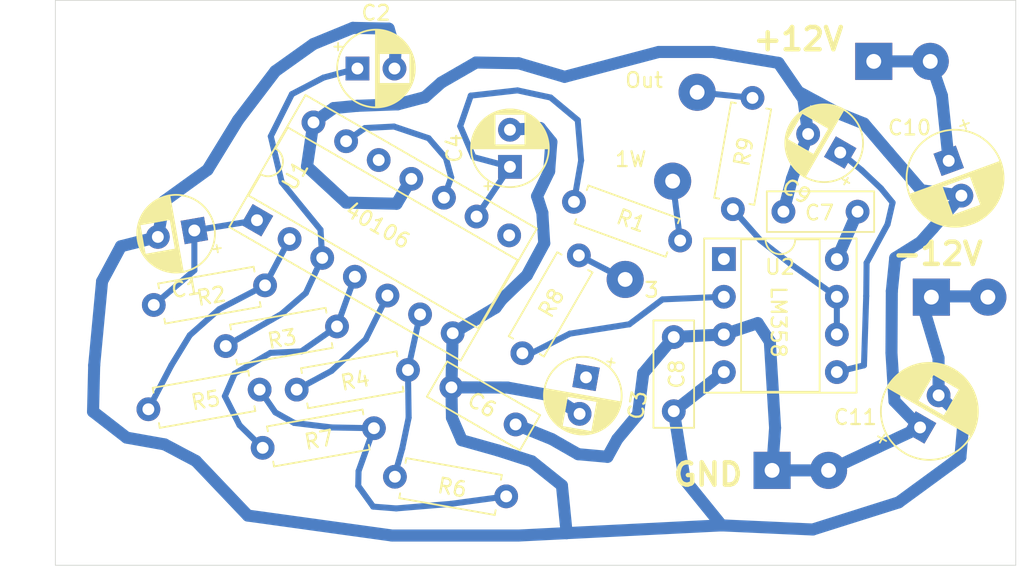
<source format=kicad_pcb>
(kicad_pcb (version 20171130) (host pcbnew "(5.1.2-1)-1")

  (general
    (thickness 1.6)
    (drawings 12)
    (tracks 177)
    (zones 0)
    (modules 29)
    (nets 20)
  )

  (page A4)
  (layers
    (0 F.Cu signal)
    (31 B.Cu signal)
    (32 B.Adhes user)
    (33 F.Adhes user)
    (34 B.Paste user)
    (35 F.Paste user)
    (36 B.SilkS user)
    (37 F.SilkS user)
    (38 B.Mask user)
    (39 F.Mask user)
    (40 Dwgs.User user)
    (41 Cmts.User user)
    (42 Eco1.User user)
    (43 Eco2.User user)
    (44 Edge.Cuts user)
    (45 Margin user)
    (46 B.CrtYd user)
    (47 F.CrtYd user)
    (48 B.Fab user)
    (49 F.Fab user)
  )

  (setup
    (last_trace_width 0.25)
    (user_trace_width 0.4064)
    (user_trace_width 0.8128)
    (trace_clearance 0.2)
    (zone_clearance 0.508)
    (zone_45_only no)
    (trace_min 0.2)
    (via_size 0.8)
    (via_drill 0.4)
    (via_min_size 0.4)
    (via_min_drill 0.3)
    (uvia_size 0.3)
    (uvia_drill 0.1)
    (uvias_allowed no)
    (uvia_min_size 0.2)
    (uvia_min_drill 0.1)
    (edge_width 0.05)
    (segment_width 0.2)
    (pcb_text_width 0.3)
    (pcb_text_size 1.5 1.5)
    (mod_edge_width 0.12)
    (mod_text_size 1 1)
    (mod_text_width 0.15)
    (pad_size 1.524 1.524)
    (pad_drill 0.762)
    (pad_to_mask_clearance 0.051)
    (solder_mask_min_width 0.25)
    (aux_axis_origin 0 0)
    (visible_elements FFFFFF7F)
    (pcbplotparams
      (layerselection 0x010fc_ffffffff)
      (usegerberextensions false)
      (usegerberattributes false)
      (usegerberadvancedattributes false)
      (creategerberjobfile false)
      (excludeedgelayer true)
      (linewidth 0.100000)
      (plotframeref false)
      (viasonmask false)
      (mode 1)
      (useauxorigin false)
      (hpglpennumber 1)
      (hpglpenspeed 20)
      (hpglpendiameter 15.000000)
      (psnegative false)
      (psa4output false)
      (plotreference true)
      (plotvalue true)
      (plotinvisibletext false)
      (padsonsilk false)
      (subtractmaskfromsilk false)
      (outputformat 1)
      (mirror false)
      (drillshape 0)
      (scaleselection 1)
      (outputdirectory ""))
  )

  (net 0 "")
  (net 1 "Net-(C1-Pad1)")
  (net 2 -12V)
  (net 3 "Net-(C2-Pad1)")
  (net 4 "Net-(C3-Pad1)")
  (net 5 "Net-(C4-Pad1)")
  (net 6 +12V)
  (net 7 Earth)
  (net 8 "Net-(C9-Pad1)")
  (net 9 "Net-(J4-Pad1)")
  (net 10 "Net-(R2-Pad1)")
  (net 11 "Net-(R3-Pad1)")
  (net 12 "Net-(R4-Pad1)")
  (net 13 "Net-(R5-Pad1)")
  (net 14 "Net-(R9-Pad2)")
  (net 15 "Net-(U1-Pad10)")
  (net 16 "Net-(U1-Pad12)")
  (net 17 "Net-(RV2-Pad3)")
  (net 18 "Net-(J5-Pad1)")
  (net 19 "Net-(J6-Pad1)")

  (net_class Default "This is the default net class."
    (clearance 0.2)
    (trace_width 0.25)
    (via_dia 0.8)
    (via_drill 0.4)
    (uvia_dia 0.3)
    (uvia_drill 0.1)
    (add_net +12V)
    (add_net -12V)
    (add_net Earth)
    (add_net "Net-(C1-Pad1)")
    (add_net "Net-(C2-Pad1)")
    (add_net "Net-(C3-Pad1)")
    (add_net "Net-(C4-Pad1)")
    (add_net "Net-(C9-Pad1)")
    (add_net "Net-(J4-Pad1)")
    (add_net "Net-(J5-Pad1)")
    (add_net "Net-(J6-Pad1)")
    (add_net "Net-(R2-Pad1)")
    (add_net "Net-(R3-Pad1)")
    (add_net "Net-(R4-Pad1)")
    (add_net "Net-(R5-Pad1)")
    (add_net "Net-(R9-Pad2)")
    (add_net "Net-(RV2-Pad3)")
    (add_net "Net-(U1-Pad10)")
    (add_net "Net-(U1-Pad12)")
  )

  (module Resistor_THT:R_Axial_DIN0207_L6.3mm_D2.5mm_P7.62mm_Horizontal (layer F.Cu) (tedit 5AE5139B) (tstamp 60F5E5D7)
    (at 47.1678 25.781 340)
    (descr "Resistor, Axial_DIN0207 series, Axial, Horizontal, pin pitch=7.62mm, 0.25W = 1/4W, length*diameter=6.3*2.5mm^2, http://cdn-reichelt.de/documents/datenblatt/B400/1_4W%23YAG.pdf")
    (tags "Resistor Axial_DIN0207 series Axial Horizontal pin pitch 7.62mm 0.25W = 1/4W length 6.3mm diameter 2.5mm")
    (path /610F3B2B)
    (fp_text reference R1 (at 4.062331 -0.127062 160) (layer F.SilkS)
      (effects (font (size 1 1) (thickness 0.15)))
    )
    (fp_text value 18k (at 3.81 2.37 160) (layer F.Fab)
      (effects (font (size 1 1) (thickness 0.15)))
    )
    (fp_text user %R (at 3.81 0 160) (layer F.Fab)
      (effects (font (size 1 1) (thickness 0.15)))
    )
    (fp_line (start 8.67 -1.5) (end -1.05 -1.5) (layer F.CrtYd) (width 0.05))
    (fp_line (start 8.67 1.5) (end 8.67 -1.5) (layer F.CrtYd) (width 0.05))
    (fp_line (start -1.05 1.5) (end 8.67 1.5) (layer F.CrtYd) (width 0.05))
    (fp_line (start -1.05 -1.5) (end -1.05 1.5) (layer F.CrtYd) (width 0.05))
    (fp_line (start 7.08 1.37) (end 7.08 1.04) (layer F.SilkS) (width 0.12))
    (fp_line (start 0.54 1.37) (end 7.08 1.37) (layer F.SilkS) (width 0.12))
    (fp_line (start 0.54 1.04) (end 0.54 1.37) (layer F.SilkS) (width 0.12))
    (fp_line (start 7.08 -1.37) (end 7.08 -1.04) (layer F.SilkS) (width 0.12))
    (fp_line (start 0.54 -1.37) (end 7.08 -1.37) (layer F.SilkS) (width 0.12))
    (fp_line (start 0.54 -1.04) (end 0.54 -1.37) (layer F.SilkS) (width 0.12))
    (fp_line (start 7.62 0) (end 6.96 0) (layer F.Fab) (width 0.1))
    (fp_line (start 0 0) (end 0.66 0) (layer F.Fab) (width 0.1))
    (fp_line (start 6.96 -1.25) (end 0.66 -1.25) (layer F.Fab) (width 0.1))
    (fp_line (start 6.96 1.25) (end 6.96 -1.25) (layer F.Fab) (width 0.1))
    (fp_line (start 0.66 1.25) (end 6.96 1.25) (layer F.Fab) (width 0.1))
    (fp_line (start 0.66 -1.25) (end 0.66 1.25) (layer F.Fab) (width 0.1))
    (pad 2 thru_hole oval (at 7.62 0 340) (size 1.6 1.6) (drill 0.8) (layers *.Cu *.Mask)
      (net 18 "Net-(J5-Pad1)"))
    (pad 1 thru_hole circle (at 0 0 340) (size 1.6 1.6) (drill 0.8) (layers *.Cu *.Mask)
      (net 5 "Net-(C4-Pad1)"))
    (model ${KISYS3DMOD}/Resistor_THT.3dshapes/R_Axial_DIN0207_L6.3mm_D2.5mm_P7.62mm_Horizontal.wrl
      (at (xyz 0 0 0))
      (scale (xyz 1 1 1))
      (rotate (xyz 0 0 0))
    )
  )

  (module Capacitor_THT:CP_Radial_D5.0mm_P2.50mm (layer F.Cu) (tedit 5AE50EF0) (tstamp 60F5E46D)
    (at 65.1256 22.4536 150)
    (descr "CP, Radial series, Radial, pin pitch=2.50mm, , diameter=5mm, Electrolytic Capacitor")
    (tags "CP Radial series Radial pin pitch 2.50mm  diameter 5mm Electrolytic Capacitor")
    (path /61103847)
    (fp_text reference C9 (at 1.25 -3.75 150) (layer F.SilkS)
      (effects (font (size 1 1) (thickness 0.15)))
    )
    (fp_text value 2u2 (at 1.25 3.75 150) (layer F.Fab)
      (effects (font (size 1 1) (thickness 0.15)))
    )
    (fp_text user %R (at 1.25 0 150) (layer F.Fab)
      (effects (font (size 1 1) (thickness 0.15)))
    )
    (fp_line (start -1.304775 -1.725) (end -1.304775 -1.225) (layer F.SilkS) (width 0.12))
    (fp_line (start -1.554775 -1.475) (end -1.054775 -1.475) (layer F.SilkS) (width 0.12))
    (fp_line (start 3.851 -0.284) (end 3.851 0.284) (layer F.SilkS) (width 0.12))
    (fp_line (start 3.811 -0.518) (end 3.811 0.518) (layer F.SilkS) (width 0.12))
    (fp_line (start 3.771 -0.677) (end 3.771 0.677) (layer F.SilkS) (width 0.12))
    (fp_line (start 3.731 -0.805) (end 3.731 0.805) (layer F.SilkS) (width 0.12))
    (fp_line (start 3.691 -0.915) (end 3.691 0.915) (layer F.SilkS) (width 0.12))
    (fp_line (start 3.651 -1.011) (end 3.651 1.011) (layer F.SilkS) (width 0.12))
    (fp_line (start 3.611 -1.098) (end 3.611 1.098) (layer F.SilkS) (width 0.12))
    (fp_line (start 3.571 -1.178) (end 3.571 1.178) (layer F.SilkS) (width 0.12))
    (fp_line (start 3.531 1.04) (end 3.531 1.251) (layer F.SilkS) (width 0.12))
    (fp_line (start 3.531 -1.251) (end 3.531 -1.04) (layer F.SilkS) (width 0.12))
    (fp_line (start 3.491 1.04) (end 3.491 1.319) (layer F.SilkS) (width 0.12))
    (fp_line (start 3.491 -1.319) (end 3.491 -1.04) (layer F.SilkS) (width 0.12))
    (fp_line (start 3.451 1.04) (end 3.451 1.383) (layer F.SilkS) (width 0.12))
    (fp_line (start 3.451 -1.383) (end 3.451 -1.04) (layer F.SilkS) (width 0.12))
    (fp_line (start 3.411 1.04) (end 3.411 1.443) (layer F.SilkS) (width 0.12))
    (fp_line (start 3.411 -1.443) (end 3.411 -1.04) (layer F.SilkS) (width 0.12))
    (fp_line (start 3.371 1.04) (end 3.371 1.5) (layer F.SilkS) (width 0.12))
    (fp_line (start 3.371 -1.5) (end 3.371 -1.04) (layer F.SilkS) (width 0.12))
    (fp_line (start 3.331 1.04) (end 3.331 1.554) (layer F.SilkS) (width 0.12))
    (fp_line (start 3.331 -1.554) (end 3.331 -1.04) (layer F.SilkS) (width 0.12))
    (fp_line (start 3.291 1.04) (end 3.291 1.605) (layer F.SilkS) (width 0.12))
    (fp_line (start 3.291 -1.605) (end 3.291 -1.04) (layer F.SilkS) (width 0.12))
    (fp_line (start 3.251 1.04) (end 3.251 1.653) (layer F.SilkS) (width 0.12))
    (fp_line (start 3.251 -1.653) (end 3.251 -1.04) (layer F.SilkS) (width 0.12))
    (fp_line (start 3.211 1.04) (end 3.211 1.699) (layer F.SilkS) (width 0.12))
    (fp_line (start 3.211 -1.699) (end 3.211 -1.04) (layer F.SilkS) (width 0.12))
    (fp_line (start 3.171 1.04) (end 3.171 1.743) (layer F.SilkS) (width 0.12))
    (fp_line (start 3.171 -1.743) (end 3.171 -1.04) (layer F.SilkS) (width 0.12))
    (fp_line (start 3.131 1.04) (end 3.131 1.785) (layer F.SilkS) (width 0.12))
    (fp_line (start 3.131 -1.785) (end 3.131 -1.04) (layer F.SilkS) (width 0.12))
    (fp_line (start 3.091 1.04) (end 3.091 1.826) (layer F.SilkS) (width 0.12))
    (fp_line (start 3.091 -1.826) (end 3.091 -1.04) (layer F.SilkS) (width 0.12))
    (fp_line (start 3.051 1.04) (end 3.051 1.864) (layer F.SilkS) (width 0.12))
    (fp_line (start 3.051 -1.864) (end 3.051 -1.04) (layer F.SilkS) (width 0.12))
    (fp_line (start 3.011 1.04) (end 3.011 1.901) (layer F.SilkS) (width 0.12))
    (fp_line (start 3.011 -1.901) (end 3.011 -1.04) (layer F.SilkS) (width 0.12))
    (fp_line (start 2.971 1.04) (end 2.971 1.937) (layer F.SilkS) (width 0.12))
    (fp_line (start 2.971 -1.937) (end 2.971 -1.04) (layer F.SilkS) (width 0.12))
    (fp_line (start 2.931 1.04) (end 2.931 1.971) (layer F.SilkS) (width 0.12))
    (fp_line (start 2.931 -1.971) (end 2.931 -1.04) (layer F.SilkS) (width 0.12))
    (fp_line (start 2.891 1.04) (end 2.891 2.004) (layer F.SilkS) (width 0.12))
    (fp_line (start 2.891 -2.004) (end 2.891 -1.04) (layer F.SilkS) (width 0.12))
    (fp_line (start 2.851 1.04) (end 2.851 2.035) (layer F.SilkS) (width 0.12))
    (fp_line (start 2.851 -2.035) (end 2.851 -1.04) (layer F.SilkS) (width 0.12))
    (fp_line (start 2.811 1.04) (end 2.811 2.065) (layer F.SilkS) (width 0.12))
    (fp_line (start 2.811 -2.065) (end 2.811 -1.04) (layer F.SilkS) (width 0.12))
    (fp_line (start 2.771 1.04) (end 2.771 2.095) (layer F.SilkS) (width 0.12))
    (fp_line (start 2.771 -2.095) (end 2.771 -1.04) (layer F.SilkS) (width 0.12))
    (fp_line (start 2.731 1.04) (end 2.731 2.122) (layer F.SilkS) (width 0.12))
    (fp_line (start 2.731 -2.122) (end 2.731 -1.04) (layer F.SilkS) (width 0.12))
    (fp_line (start 2.691 1.04) (end 2.691 2.149) (layer F.SilkS) (width 0.12))
    (fp_line (start 2.691 -2.149) (end 2.691 -1.04) (layer F.SilkS) (width 0.12))
    (fp_line (start 2.651 1.04) (end 2.651 2.175) (layer F.SilkS) (width 0.12))
    (fp_line (start 2.651 -2.175) (end 2.651 -1.04) (layer F.SilkS) (width 0.12))
    (fp_line (start 2.611 1.04) (end 2.611 2.2) (layer F.SilkS) (width 0.12))
    (fp_line (start 2.611 -2.2) (end 2.611 -1.04) (layer F.SilkS) (width 0.12))
    (fp_line (start 2.571 1.04) (end 2.571 2.224) (layer F.SilkS) (width 0.12))
    (fp_line (start 2.571 -2.224) (end 2.571 -1.04) (layer F.SilkS) (width 0.12))
    (fp_line (start 2.531 1.04) (end 2.531 2.247) (layer F.SilkS) (width 0.12))
    (fp_line (start 2.531 -2.247) (end 2.531 -1.04) (layer F.SilkS) (width 0.12))
    (fp_line (start 2.491 1.04) (end 2.491 2.268) (layer F.SilkS) (width 0.12))
    (fp_line (start 2.491 -2.268) (end 2.491 -1.04) (layer F.SilkS) (width 0.12))
    (fp_line (start 2.451 1.04) (end 2.451 2.29) (layer F.SilkS) (width 0.12))
    (fp_line (start 2.451 -2.29) (end 2.451 -1.04) (layer F.SilkS) (width 0.12))
    (fp_line (start 2.411 1.04) (end 2.411 2.31) (layer F.SilkS) (width 0.12))
    (fp_line (start 2.411 -2.31) (end 2.411 -1.04) (layer F.SilkS) (width 0.12))
    (fp_line (start 2.371 1.04) (end 2.371 2.329) (layer F.SilkS) (width 0.12))
    (fp_line (start 2.371 -2.329) (end 2.371 -1.04) (layer F.SilkS) (width 0.12))
    (fp_line (start 2.331 1.04) (end 2.331 2.348) (layer F.SilkS) (width 0.12))
    (fp_line (start 2.331 -2.348) (end 2.331 -1.04) (layer F.SilkS) (width 0.12))
    (fp_line (start 2.291 1.04) (end 2.291 2.365) (layer F.SilkS) (width 0.12))
    (fp_line (start 2.291 -2.365) (end 2.291 -1.04) (layer F.SilkS) (width 0.12))
    (fp_line (start 2.251 1.04) (end 2.251 2.382) (layer F.SilkS) (width 0.12))
    (fp_line (start 2.251 -2.382) (end 2.251 -1.04) (layer F.SilkS) (width 0.12))
    (fp_line (start 2.211 1.04) (end 2.211 2.398) (layer F.SilkS) (width 0.12))
    (fp_line (start 2.211 -2.398) (end 2.211 -1.04) (layer F.SilkS) (width 0.12))
    (fp_line (start 2.171 1.04) (end 2.171 2.414) (layer F.SilkS) (width 0.12))
    (fp_line (start 2.171 -2.414) (end 2.171 -1.04) (layer F.SilkS) (width 0.12))
    (fp_line (start 2.131 1.04) (end 2.131 2.428) (layer F.SilkS) (width 0.12))
    (fp_line (start 2.131 -2.428) (end 2.131 -1.04) (layer F.SilkS) (width 0.12))
    (fp_line (start 2.091 1.04) (end 2.091 2.442) (layer F.SilkS) (width 0.12))
    (fp_line (start 2.091 -2.442) (end 2.091 -1.04) (layer F.SilkS) (width 0.12))
    (fp_line (start 2.051 1.04) (end 2.051 2.455) (layer F.SilkS) (width 0.12))
    (fp_line (start 2.051 -2.455) (end 2.051 -1.04) (layer F.SilkS) (width 0.12))
    (fp_line (start 2.011 1.04) (end 2.011 2.468) (layer F.SilkS) (width 0.12))
    (fp_line (start 2.011 -2.468) (end 2.011 -1.04) (layer F.SilkS) (width 0.12))
    (fp_line (start 1.971 1.04) (end 1.971 2.48) (layer F.SilkS) (width 0.12))
    (fp_line (start 1.971 -2.48) (end 1.971 -1.04) (layer F.SilkS) (width 0.12))
    (fp_line (start 1.93 1.04) (end 1.93 2.491) (layer F.SilkS) (width 0.12))
    (fp_line (start 1.93 -2.491) (end 1.93 -1.04) (layer F.SilkS) (width 0.12))
    (fp_line (start 1.89 1.04) (end 1.89 2.501) (layer F.SilkS) (width 0.12))
    (fp_line (start 1.89 -2.501) (end 1.89 -1.04) (layer F.SilkS) (width 0.12))
    (fp_line (start 1.85 1.04) (end 1.85 2.511) (layer F.SilkS) (width 0.12))
    (fp_line (start 1.85 -2.511) (end 1.85 -1.04) (layer F.SilkS) (width 0.12))
    (fp_line (start 1.81 1.04) (end 1.81 2.52) (layer F.SilkS) (width 0.12))
    (fp_line (start 1.81 -2.52) (end 1.81 -1.04) (layer F.SilkS) (width 0.12))
    (fp_line (start 1.77 1.04) (end 1.77 2.528) (layer F.SilkS) (width 0.12))
    (fp_line (start 1.77 -2.528) (end 1.77 -1.04) (layer F.SilkS) (width 0.12))
    (fp_line (start 1.73 1.04) (end 1.73 2.536) (layer F.SilkS) (width 0.12))
    (fp_line (start 1.73 -2.536) (end 1.73 -1.04) (layer F.SilkS) (width 0.12))
    (fp_line (start 1.69 1.04) (end 1.69 2.543) (layer F.SilkS) (width 0.12))
    (fp_line (start 1.69 -2.543) (end 1.69 -1.04) (layer F.SilkS) (width 0.12))
    (fp_line (start 1.65 1.04) (end 1.65 2.55) (layer F.SilkS) (width 0.12))
    (fp_line (start 1.65 -2.55) (end 1.65 -1.04) (layer F.SilkS) (width 0.12))
    (fp_line (start 1.61 1.04) (end 1.61 2.556) (layer F.SilkS) (width 0.12))
    (fp_line (start 1.61 -2.556) (end 1.61 -1.04) (layer F.SilkS) (width 0.12))
    (fp_line (start 1.57 1.04) (end 1.57 2.561) (layer F.SilkS) (width 0.12))
    (fp_line (start 1.57 -2.561) (end 1.57 -1.04) (layer F.SilkS) (width 0.12))
    (fp_line (start 1.53 1.04) (end 1.53 2.565) (layer F.SilkS) (width 0.12))
    (fp_line (start 1.53 -2.565) (end 1.53 -1.04) (layer F.SilkS) (width 0.12))
    (fp_line (start 1.49 1.04) (end 1.49 2.569) (layer F.SilkS) (width 0.12))
    (fp_line (start 1.49 -2.569) (end 1.49 -1.04) (layer F.SilkS) (width 0.12))
    (fp_line (start 1.45 -2.573) (end 1.45 2.573) (layer F.SilkS) (width 0.12))
    (fp_line (start 1.41 -2.576) (end 1.41 2.576) (layer F.SilkS) (width 0.12))
    (fp_line (start 1.37 -2.578) (end 1.37 2.578) (layer F.SilkS) (width 0.12))
    (fp_line (start 1.33 -2.579) (end 1.33 2.579) (layer F.SilkS) (width 0.12))
    (fp_line (start 1.29 -2.58) (end 1.29 2.58) (layer F.SilkS) (width 0.12))
    (fp_line (start 1.25 -2.58) (end 1.25 2.58) (layer F.SilkS) (width 0.12))
    (fp_line (start -0.633605 -1.3375) (end -0.633605 -0.8375) (layer F.Fab) (width 0.1))
    (fp_line (start -0.883605 -1.0875) (end -0.383605 -1.0875) (layer F.Fab) (width 0.1))
    (fp_circle (center 1.25 0) (end 4 0) (layer F.CrtYd) (width 0.05))
    (fp_circle (center 1.25 0) (end 3.87 0) (layer F.SilkS) (width 0.12))
    (fp_circle (center 1.25 0) (end 3.75 0) (layer F.Fab) (width 0.1))
    (pad 2 thru_hole circle (at 2.5 0 150) (size 1.6 1.6) (drill 0.8) (layers *.Cu *.Mask)
      (net 7 Earth))
    (pad 1 thru_hole rect (at 0 0 150) (size 1.6 1.6) (drill 0.8) (layers *.Cu *.Mask)
      (net 8 "Net-(C9-Pad1)"))
    (model ${KISYS3DMOD}/Capacitor_THT.3dshapes/CP_Radial_D5.0mm_P2.50mm.wrl
      (at (xyz 0 0 0))
      (scale (xyz 1 1 1))
      (rotate (xyz 0 0 0))
    )
  )

  (module Capacitor_THT:CP_Radial_D5.0mm_P2.50mm (layer F.Cu) (tedit 5AE50EF0) (tstamp 60F5E39E)
    (at 42.8498 23.4188 90)
    (descr "CP, Radial series, Radial, pin pitch=2.50mm, , diameter=5mm, Electrolytic Capacitor")
    (tags "CP Radial series Radial pin pitch 2.50mm  diameter 5mm Electrolytic Capacitor")
    (path /610EE9CC)
    (fp_text reference C4 (at 1.25 -3.75 90) (layer F.SilkS)
      (effects (font (size 1 1) (thickness 0.15)))
    )
    (fp_text value 2u2 (at 1.25 3.75 90) (layer F.Fab)
      (effects (font (size 1 1) (thickness 0.15)))
    )
    (fp_text user %R (at 1.25 0 90) (layer F.Fab)
      (effects (font (size 1 1) (thickness 0.15)))
    )
    (fp_line (start -1.304775 -1.725) (end -1.304775 -1.225) (layer F.SilkS) (width 0.12))
    (fp_line (start -1.554775 -1.475) (end -1.054775 -1.475) (layer F.SilkS) (width 0.12))
    (fp_line (start 3.851 -0.284) (end 3.851 0.284) (layer F.SilkS) (width 0.12))
    (fp_line (start 3.811 -0.518) (end 3.811 0.518) (layer F.SilkS) (width 0.12))
    (fp_line (start 3.771 -0.677) (end 3.771 0.677) (layer F.SilkS) (width 0.12))
    (fp_line (start 3.731 -0.805) (end 3.731 0.805) (layer F.SilkS) (width 0.12))
    (fp_line (start 3.691 -0.915) (end 3.691 0.915) (layer F.SilkS) (width 0.12))
    (fp_line (start 3.651 -1.011) (end 3.651 1.011) (layer F.SilkS) (width 0.12))
    (fp_line (start 3.611 -1.098) (end 3.611 1.098) (layer F.SilkS) (width 0.12))
    (fp_line (start 3.571 -1.178) (end 3.571 1.178) (layer F.SilkS) (width 0.12))
    (fp_line (start 3.531 1.04) (end 3.531 1.251) (layer F.SilkS) (width 0.12))
    (fp_line (start 3.531 -1.251) (end 3.531 -1.04) (layer F.SilkS) (width 0.12))
    (fp_line (start 3.491 1.04) (end 3.491 1.319) (layer F.SilkS) (width 0.12))
    (fp_line (start 3.491 -1.319) (end 3.491 -1.04) (layer F.SilkS) (width 0.12))
    (fp_line (start 3.451 1.04) (end 3.451 1.383) (layer F.SilkS) (width 0.12))
    (fp_line (start 3.451 -1.383) (end 3.451 -1.04) (layer F.SilkS) (width 0.12))
    (fp_line (start 3.411 1.04) (end 3.411 1.443) (layer F.SilkS) (width 0.12))
    (fp_line (start 3.411 -1.443) (end 3.411 -1.04) (layer F.SilkS) (width 0.12))
    (fp_line (start 3.371 1.04) (end 3.371 1.5) (layer F.SilkS) (width 0.12))
    (fp_line (start 3.371 -1.5) (end 3.371 -1.04) (layer F.SilkS) (width 0.12))
    (fp_line (start 3.331 1.04) (end 3.331 1.554) (layer F.SilkS) (width 0.12))
    (fp_line (start 3.331 -1.554) (end 3.331 -1.04) (layer F.SilkS) (width 0.12))
    (fp_line (start 3.291 1.04) (end 3.291 1.605) (layer F.SilkS) (width 0.12))
    (fp_line (start 3.291 -1.605) (end 3.291 -1.04) (layer F.SilkS) (width 0.12))
    (fp_line (start 3.251 1.04) (end 3.251 1.653) (layer F.SilkS) (width 0.12))
    (fp_line (start 3.251 -1.653) (end 3.251 -1.04) (layer F.SilkS) (width 0.12))
    (fp_line (start 3.211 1.04) (end 3.211 1.699) (layer F.SilkS) (width 0.12))
    (fp_line (start 3.211 -1.699) (end 3.211 -1.04) (layer F.SilkS) (width 0.12))
    (fp_line (start 3.171 1.04) (end 3.171 1.743) (layer F.SilkS) (width 0.12))
    (fp_line (start 3.171 -1.743) (end 3.171 -1.04) (layer F.SilkS) (width 0.12))
    (fp_line (start 3.131 1.04) (end 3.131 1.785) (layer F.SilkS) (width 0.12))
    (fp_line (start 3.131 -1.785) (end 3.131 -1.04) (layer F.SilkS) (width 0.12))
    (fp_line (start 3.091 1.04) (end 3.091 1.826) (layer F.SilkS) (width 0.12))
    (fp_line (start 3.091 -1.826) (end 3.091 -1.04) (layer F.SilkS) (width 0.12))
    (fp_line (start 3.051 1.04) (end 3.051 1.864) (layer F.SilkS) (width 0.12))
    (fp_line (start 3.051 -1.864) (end 3.051 -1.04) (layer F.SilkS) (width 0.12))
    (fp_line (start 3.011 1.04) (end 3.011 1.901) (layer F.SilkS) (width 0.12))
    (fp_line (start 3.011 -1.901) (end 3.011 -1.04) (layer F.SilkS) (width 0.12))
    (fp_line (start 2.971 1.04) (end 2.971 1.937) (layer F.SilkS) (width 0.12))
    (fp_line (start 2.971 -1.937) (end 2.971 -1.04) (layer F.SilkS) (width 0.12))
    (fp_line (start 2.931 1.04) (end 2.931 1.971) (layer F.SilkS) (width 0.12))
    (fp_line (start 2.931 -1.971) (end 2.931 -1.04) (layer F.SilkS) (width 0.12))
    (fp_line (start 2.891 1.04) (end 2.891 2.004) (layer F.SilkS) (width 0.12))
    (fp_line (start 2.891 -2.004) (end 2.891 -1.04) (layer F.SilkS) (width 0.12))
    (fp_line (start 2.851 1.04) (end 2.851 2.035) (layer F.SilkS) (width 0.12))
    (fp_line (start 2.851 -2.035) (end 2.851 -1.04) (layer F.SilkS) (width 0.12))
    (fp_line (start 2.811 1.04) (end 2.811 2.065) (layer F.SilkS) (width 0.12))
    (fp_line (start 2.811 -2.065) (end 2.811 -1.04) (layer F.SilkS) (width 0.12))
    (fp_line (start 2.771 1.04) (end 2.771 2.095) (layer F.SilkS) (width 0.12))
    (fp_line (start 2.771 -2.095) (end 2.771 -1.04) (layer F.SilkS) (width 0.12))
    (fp_line (start 2.731 1.04) (end 2.731 2.122) (layer F.SilkS) (width 0.12))
    (fp_line (start 2.731 -2.122) (end 2.731 -1.04) (layer F.SilkS) (width 0.12))
    (fp_line (start 2.691 1.04) (end 2.691 2.149) (layer F.SilkS) (width 0.12))
    (fp_line (start 2.691 -2.149) (end 2.691 -1.04) (layer F.SilkS) (width 0.12))
    (fp_line (start 2.651 1.04) (end 2.651 2.175) (layer F.SilkS) (width 0.12))
    (fp_line (start 2.651 -2.175) (end 2.651 -1.04) (layer F.SilkS) (width 0.12))
    (fp_line (start 2.611 1.04) (end 2.611 2.2) (layer F.SilkS) (width 0.12))
    (fp_line (start 2.611 -2.2) (end 2.611 -1.04) (layer F.SilkS) (width 0.12))
    (fp_line (start 2.571 1.04) (end 2.571 2.224) (layer F.SilkS) (width 0.12))
    (fp_line (start 2.571 -2.224) (end 2.571 -1.04) (layer F.SilkS) (width 0.12))
    (fp_line (start 2.531 1.04) (end 2.531 2.247) (layer F.SilkS) (width 0.12))
    (fp_line (start 2.531 -2.247) (end 2.531 -1.04) (layer F.SilkS) (width 0.12))
    (fp_line (start 2.491 1.04) (end 2.491 2.268) (layer F.SilkS) (width 0.12))
    (fp_line (start 2.491 -2.268) (end 2.491 -1.04) (layer F.SilkS) (width 0.12))
    (fp_line (start 2.451 1.04) (end 2.451 2.29) (layer F.SilkS) (width 0.12))
    (fp_line (start 2.451 -2.29) (end 2.451 -1.04) (layer F.SilkS) (width 0.12))
    (fp_line (start 2.411 1.04) (end 2.411 2.31) (layer F.SilkS) (width 0.12))
    (fp_line (start 2.411 -2.31) (end 2.411 -1.04) (layer F.SilkS) (width 0.12))
    (fp_line (start 2.371 1.04) (end 2.371 2.329) (layer F.SilkS) (width 0.12))
    (fp_line (start 2.371 -2.329) (end 2.371 -1.04) (layer F.SilkS) (width 0.12))
    (fp_line (start 2.331 1.04) (end 2.331 2.348) (layer F.SilkS) (width 0.12))
    (fp_line (start 2.331 -2.348) (end 2.331 -1.04) (layer F.SilkS) (width 0.12))
    (fp_line (start 2.291 1.04) (end 2.291 2.365) (layer F.SilkS) (width 0.12))
    (fp_line (start 2.291 -2.365) (end 2.291 -1.04) (layer F.SilkS) (width 0.12))
    (fp_line (start 2.251 1.04) (end 2.251 2.382) (layer F.SilkS) (width 0.12))
    (fp_line (start 2.251 -2.382) (end 2.251 -1.04) (layer F.SilkS) (width 0.12))
    (fp_line (start 2.211 1.04) (end 2.211 2.398) (layer F.SilkS) (width 0.12))
    (fp_line (start 2.211 -2.398) (end 2.211 -1.04) (layer F.SilkS) (width 0.12))
    (fp_line (start 2.171 1.04) (end 2.171 2.414) (layer F.SilkS) (width 0.12))
    (fp_line (start 2.171 -2.414) (end 2.171 -1.04) (layer F.SilkS) (width 0.12))
    (fp_line (start 2.131 1.04) (end 2.131 2.428) (layer F.SilkS) (width 0.12))
    (fp_line (start 2.131 -2.428) (end 2.131 -1.04) (layer F.SilkS) (width 0.12))
    (fp_line (start 2.091 1.04) (end 2.091 2.442) (layer F.SilkS) (width 0.12))
    (fp_line (start 2.091 -2.442) (end 2.091 -1.04) (layer F.SilkS) (width 0.12))
    (fp_line (start 2.051 1.04) (end 2.051 2.455) (layer F.SilkS) (width 0.12))
    (fp_line (start 2.051 -2.455) (end 2.051 -1.04) (layer F.SilkS) (width 0.12))
    (fp_line (start 2.011 1.04) (end 2.011 2.468) (layer F.SilkS) (width 0.12))
    (fp_line (start 2.011 -2.468) (end 2.011 -1.04) (layer F.SilkS) (width 0.12))
    (fp_line (start 1.971 1.04) (end 1.971 2.48) (layer F.SilkS) (width 0.12))
    (fp_line (start 1.971 -2.48) (end 1.971 -1.04) (layer F.SilkS) (width 0.12))
    (fp_line (start 1.93 1.04) (end 1.93 2.491) (layer F.SilkS) (width 0.12))
    (fp_line (start 1.93 -2.491) (end 1.93 -1.04) (layer F.SilkS) (width 0.12))
    (fp_line (start 1.89 1.04) (end 1.89 2.501) (layer F.SilkS) (width 0.12))
    (fp_line (start 1.89 -2.501) (end 1.89 -1.04) (layer F.SilkS) (width 0.12))
    (fp_line (start 1.85 1.04) (end 1.85 2.511) (layer F.SilkS) (width 0.12))
    (fp_line (start 1.85 -2.511) (end 1.85 -1.04) (layer F.SilkS) (width 0.12))
    (fp_line (start 1.81 1.04) (end 1.81 2.52) (layer F.SilkS) (width 0.12))
    (fp_line (start 1.81 -2.52) (end 1.81 -1.04) (layer F.SilkS) (width 0.12))
    (fp_line (start 1.77 1.04) (end 1.77 2.528) (layer F.SilkS) (width 0.12))
    (fp_line (start 1.77 -2.528) (end 1.77 -1.04) (layer F.SilkS) (width 0.12))
    (fp_line (start 1.73 1.04) (end 1.73 2.536) (layer F.SilkS) (width 0.12))
    (fp_line (start 1.73 -2.536) (end 1.73 -1.04) (layer F.SilkS) (width 0.12))
    (fp_line (start 1.69 1.04) (end 1.69 2.543) (layer F.SilkS) (width 0.12))
    (fp_line (start 1.69 -2.543) (end 1.69 -1.04) (layer F.SilkS) (width 0.12))
    (fp_line (start 1.65 1.04) (end 1.65 2.55) (layer F.SilkS) (width 0.12))
    (fp_line (start 1.65 -2.55) (end 1.65 -1.04) (layer F.SilkS) (width 0.12))
    (fp_line (start 1.61 1.04) (end 1.61 2.556) (layer F.SilkS) (width 0.12))
    (fp_line (start 1.61 -2.556) (end 1.61 -1.04) (layer F.SilkS) (width 0.12))
    (fp_line (start 1.57 1.04) (end 1.57 2.561) (layer F.SilkS) (width 0.12))
    (fp_line (start 1.57 -2.561) (end 1.57 -1.04) (layer F.SilkS) (width 0.12))
    (fp_line (start 1.53 1.04) (end 1.53 2.565) (layer F.SilkS) (width 0.12))
    (fp_line (start 1.53 -2.565) (end 1.53 -1.04) (layer F.SilkS) (width 0.12))
    (fp_line (start 1.49 1.04) (end 1.49 2.569) (layer F.SilkS) (width 0.12))
    (fp_line (start 1.49 -2.569) (end 1.49 -1.04) (layer F.SilkS) (width 0.12))
    (fp_line (start 1.45 -2.573) (end 1.45 2.573) (layer F.SilkS) (width 0.12))
    (fp_line (start 1.41 -2.576) (end 1.41 2.576) (layer F.SilkS) (width 0.12))
    (fp_line (start 1.37 -2.578) (end 1.37 2.578) (layer F.SilkS) (width 0.12))
    (fp_line (start 1.33 -2.579) (end 1.33 2.579) (layer F.SilkS) (width 0.12))
    (fp_line (start 1.29 -2.58) (end 1.29 2.58) (layer F.SilkS) (width 0.12))
    (fp_line (start 1.25 -2.58) (end 1.25 2.58) (layer F.SilkS) (width 0.12))
    (fp_line (start -0.633605 -1.3375) (end -0.633605 -0.8375) (layer F.Fab) (width 0.1))
    (fp_line (start -0.883605 -1.0875) (end -0.383605 -1.0875) (layer F.Fab) (width 0.1))
    (fp_circle (center 1.25 0) (end 4 0) (layer F.CrtYd) (width 0.05))
    (fp_circle (center 1.25 0) (end 3.87 0) (layer F.SilkS) (width 0.12))
    (fp_circle (center 1.25 0) (end 3.75 0) (layer F.Fab) (width 0.1))
    (pad 2 thru_hole circle (at 2.5 0 90) (size 1.6 1.6) (drill 0.8) (layers *.Cu *.Mask)
      (net 2 -12V))
    (pad 1 thru_hole rect (at 0 0 90) (size 1.6 1.6) (drill 0.8) (layers *.Cu *.Mask)
      (net 5 "Net-(C4-Pad1)"))
    (model ${KISYS3DMOD}/Capacitor_THT.3dshapes/CP_Radial_D5.0mm_P2.50mm.wrl
      (at (xyz 0 0 0))
      (scale (xyz 1 1 1))
      (rotate (xyz 0 0 0))
    )
  )

  (module Capacitor_THT:CP_Radial_D5.0mm_P2.50mm (layer F.Cu) (tedit 5AE50EF0) (tstamp 60F5E31B)
    (at 47.9806 37.6174 260)
    (descr "CP, Radial series, Radial, pin pitch=2.50mm, , diameter=5mm, Electrolytic Capacitor")
    (tags "CP Radial series Radial pin pitch 2.50mm  diameter 5mm Electrolytic Capacitor")
    (path /610EDFCD)
    (fp_text reference C3 (at 1.25 -3.75 80) (layer F.SilkS)
      (effects (font (size 1 1) (thickness 0.15)))
    )
    (fp_text value 2u2 (at 1.25 3.75 80) (layer F.Fab)
      (effects (font (size 1 1) (thickness 0.15)))
    )
    (fp_text user %R (at 1.25 0 80) (layer F.Fab)
      (effects (font (size 1 1) (thickness 0.15)))
    )
    (fp_line (start -1.304775 -1.725) (end -1.304775 -1.225) (layer F.SilkS) (width 0.12))
    (fp_line (start -1.554775 -1.475) (end -1.054775 -1.475) (layer F.SilkS) (width 0.12))
    (fp_line (start 3.851 -0.284) (end 3.851 0.284) (layer F.SilkS) (width 0.12))
    (fp_line (start 3.811 -0.518) (end 3.811 0.518) (layer F.SilkS) (width 0.12))
    (fp_line (start 3.771 -0.677) (end 3.771 0.677) (layer F.SilkS) (width 0.12))
    (fp_line (start 3.731 -0.805) (end 3.731 0.805) (layer F.SilkS) (width 0.12))
    (fp_line (start 3.691 -0.915) (end 3.691 0.915) (layer F.SilkS) (width 0.12))
    (fp_line (start 3.651 -1.011) (end 3.651 1.011) (layer F.SilkS) (width 0.12))
    (fp_line (start 3.611 -1.098) (end 3.611 1.098) (layer F.SilkS) (width 0.12))
    (fp_line (start 3.571 -1.178) (end 3.571 1.178) (layer F.SilkS) (width 0.12))
    (fp_line (start 3.531 1.04) (end 3.531 1.251) (layer F.SilkS) (width 0.12))
    (fp_line (start 3.531 -1.251) (end 3.531 -1.04) (layer F.SilkS) (width 0.12))
    (fp_line (start 3.491 1.04) (end 3.491 1.319) (layer F.SilkS) (width 0.12))
    (fp_line (start 3.491 -1.319) (end 3.491 -1.04) (layer F.SilkS) (width 0.12))
    (fp_line (start 3.451 1.04) (end 3.451 1.383) (layer F.SilkS) (width 0.12))
    (fp_line (start 3.451 -1.383) (end 3.451 -1.04) (layer F.SilkS) (width 0.12))
    (fp_line (start 3.411 1.04) (end 3.411 1.443) (layer F.SilkS) (width 0.12))
    (fp_line (start 3.411 -1.443) (end 3.411 -1.04) (layer F.SilkS) (width 0.12))
    (fp_line (start 3.371 1.04) (end 3.371 1.5) (layer F.SilkS) (width 0.12))
    (fp_line (start 3.371 -1.5) (end 3.371 -1.04) (layer F.SilkS) (width 0.12))
    (fp_line (start 3.331 1.04) (end 3.331 1.554) (layer F.SilkS) (width 0.12))
    (fp_line (start 3.331 -1.554) (end 3.331 -1.04) (layer F.SilkS) (width 0.12))
    (fp_line (start 3.291 1.04) (end 3.291 1.605) (layer F.SilkS) (width 0.12))
    (fp_line (start 3.291 -1.605) (end 3.291 -1.04) (layer F.SilkS) (width 0.12))
    (fp_line (start 3.251 1.04) (end 3.251 1.653) (layer F.SilkS) (width 0.12))
    (fp_line (start 3.251 -1.653) (end 3.251 -1.04) (layer F.SilkS) (width 0.12))
    (fp_line (start 3.211 1.04) (end 3.211 1.699) (layer F.SilkS) (width 0.12))
    (fp_line (start 3.211 -1.699) (end 3.211 -1.04) (layer F.SilkS) (width 0.12))
    (fp_line (start 3.171 1.04) (end 3.171 1.743) (layer F.SilkS) (width 0.12))
    (fp_line (start 3.171 -1.743) (end 3.171 -1.04) (layer F.SilkS) (width 0.12))
    (fp_line (start 3.131 1.04) (end 3.131 1.785) (layer F.SilkS) (width 0.12))
    (fp_line (start 3.131 -1.785) (end 3.131 -1.04) (layer F.SilkS) (width 0.12))
    (fp_line (start 3.091 1.04) (end 3.091 1.826) (layer F.SilkS) (width 0.12))
    (fp_line (start 3.091 -1.826) (end 3.091 -1.04) (layer F.SilkS) (width 0.12))
    (fp_line (start 3.051 1.04) (end 3.051 1.864) (layer F.SilkS) (width 0.12))
    (fp_line (start 3.051 -1.864) (end 3.051 -1.04) (layer F.SilkS) (width 0.12))
    (fp_line (start 3.011 1.04) (end 3.011 1.901) (layer F.SilkS) (width 0.12))
    (fp_line (start 3.011 -1.901) (end 3.011 -1.04) (layer F.SilkS) (width 0.12))
    (fp_line (start 2.971 1.04) (end 2.971 1.937) (layer F.SilkS) (width 0.12))
    (fp_line (start 2.971 -1.937) (end 2.971 -1.04) (layer F.SilkS) (width 0.12))
    (fp_line (start 2.931 1.04) (end 2.931 1.971) (layer F.SilkS) (width 0.12))
    (fp_line (start 2.931 -1.971) (end 2.931 -1.04) (layer F.SilkS) (width 0.12))
    (fp_line (start 2.891 1.04) (end 2.891 2.004) (layer F.SilkS) (width 0.12))
    (fp_line (start 2.891 -2.004) (end 2.891 -1.04) (layer F.SilkS) (width 0.12))
    (fp_line (start 2.851 1.04) (end 2.851 2.035) (layer F.SilkS) (width 0.12))
    (fp_line (start 2.851 -2.035) (end 2.851 -1.04) (layer F.SilkS) (width 0.12))
    (fp_line (start 2.811 1.04) (end 2.811 2.065) (layer F.SilkS) (width 0.12))
    (fp_line (start 2.811 -2.065) (end 2.811 -1.04) (layer F.SilkS) (width 0.12))
    (fp_line (start 2.771 1.04) (end 2.771 2.095) (layer F.SilkS) (width 0.12))
    (fp_line (start 2.771 -2.095) (end 2.771 -1.04) (layer F.SilkS) (width 0.12))
    (fp_line (start 2.731 1.04) (end 2.731 2.122) (layer F.SilkS) (width 0.12))
    (fp_line (start 2.731 -2.122) (end 2.731 -1.04) (layer F.SilkS) (width 0.12))
    (fp_line (start 2.691 1.04) (end 2.691 2.149) (layer F.SilkS) (width 0.12))
    (fp_line (start 2.691 -2.149) (end 2.691 -1.04) (layer F.SilkS) (width 0.12))
    (fp_line (start 2.651 1.04) (end 2.651 2.175) (layer F.SilkS) (width 0.12))
    (fp_line (start 2.651 -2.175) (end 2.651 -1.04) (layer F.SilkS) (width 0.12))
    (fp_line (start 2.611 1.04) (end 2.611 2.2) (layer F.SilkS) (width 0.12))
    (fp_line (start 2.611 -2.2) (end 2.611 -1.04) (layer F.SilkS) (width 0.12))
    (fp_line (start 2.571 1.04) (end 2.571 2.224) (layer F.SilkS) (width 0.12))
    (fp_line (start 2.571 -2.224) (end 2.571 -1.04) (layer F.SilkS) (width 0.12))
    (fp_line (start 2.531 1.04) (end 2.531 2.247) (layer F.SilkS) (width 0.12))
    (fp_line (start 2.531 -2.247) (end 2.531 -1.04) (layer F.SilkS) (width 0.12))
    (fp_line (start 2.491 1.04) (end 2.491 2.268) (layer F.SilkS) (width 0.12))
    (fp_line (start 2.491 -2.268) (end 2.491 -1.04) (layer F.SilkS) (width 0.12))
    (fp_line (start 2.451 1.04) (end 2.451 2.29) (layer F.SilkS) (width 0.12))
    (fp_line (start 2.451 -2.29) (end 2.451 -1.04) (layer F.SilkS) (width 0.12))
    (fp_line (start 2.411 1.04) (end 2.411 2.31) (layer F.SilkS) (width 0.12))
    (fp_line (start 2.411 -2.31) (end 2.411 -1.04) (layer F.SilkS) (width 0.12))
    (fp_line (start 2.371 1.04) (end 2.371 2.329) (layer F.SilkS) (width 0.12))
    (fp_line (start 2.371 -2.329) (end 2.371 -1.04) (layer F.SilkS) (width 0.12))
    (fp_line (start 2.331 1.04) (end 2.331 2.348) (layer F.SilkS) (width 0.12))
    (fp_line (start 2.331 -2.348) (end 2.331 -1.04) (layer F.SilkS) (width 0.12))
    (fp_line (start 2.291 1.04) (end 2.291 2.365) (layer F.SilkS) (width 0.12))
    (fp_line (start 2.291 -2.365) (end 2.291 -1.04) (layer F.SilkS) (width 0.12))
    (fp_line (start 2.251 1.04) (end 2.251 2.382) (layer F.SilkS) (width 0.12))
    (fp_line (start 2.251 -2.382) (end 2.251 -1.04) (layer F.SilkS) (width 0.12))
    (fp_line (start 2.211 1.04) (end 2.211 2.398) (layer F.SilkS) (width 0.12))
    (fp_line (start 2.211 -2.398) (end 2.211 -1.04) (layer F.SilkS) (width 0.12))
    (fp_line (start 2.171 1.04) (end 2.171 2.414) (layer F.SilkS) (width 0.12))
    (fp_line (start 2.171 -2.414) (end 2.171 -1.04) (layer F.SilkS) (width 0.12))
    (fp_line (start 2.131 1.04) (end 2.131 2.428) (layer F.SilkS) (width 0.12))
    (fp_line (start 2.131 -2.428) (end 2.131 -1.04) (layer F.SilkS) (width 0.12))
    (fp_line (start 2.091 1.04) (end 2.091 2.442) (layer F.SilkS) (width 0.12))
    (fp_line (start 2.091 -2.442) (end 2.091 -1.04) (layer F.SilkS) (width 0.12))
    (fp_line (start 2.051 1.04) (end 2.051 2.455) (layer F.SilkS) (width 0.12))
    (fp_line (start 2.051 -2.455) (end 2.051 -1.04) (layer F.SilkS) (width 0.12))
    (fp_line (start 2.011 1.04) (end 2.011 2.468) (layer F.SilkS) (width 0.12))
    (fp_line (start 2.011 -2.468) (end 2.011 -1.04) (layer F.SilkS) (width 0.12))
    (fp_line (start 1.971 1.04) (end 1.971 2.48) (layer F.SilkS) (width 0.12))
    (fp_line (start 1.971 -2.48) (end 1.971 -1.04) (layer F.SilkS) (width 0.12))
    (fp_line (start 1.93 1.04) (end 1.93 2.491) (layer F.SilkS) (width 0.12))
    (fp_line (start 1.93 -2.491) (end 1.93 -1.04) (layer F.SilkS) (width 0.12))
    (fp_line (start 1.89 1.04) (end 1.89 2.501) (layer F.SilkS) (width 0.12))
    (fp_line (start 1.89 -2.501) (end 1.89 -1.04) (layer F.SilkS) (width 0.12))
    (fp_line (start 1.85 1.04) (end 1.85 2.511) (layer F.SilkS) (width 0.12))
    (fp_line (start 1.85 -2.511) (end 1.85 -1.04) (layer F.SilkS) (width 0.12))
    (fp_line (start 1.81 1.04) (end 1.81 2.52) (layer F.SilkS) (width 0.12))
    (fp_line (start 1.81 -2.52) (end 1.81 -1.04) (layer F.SilkS) (width 0.12))
    (fp_line (start 1.77 1.04) (end 1.77 2.528) (layer F.SilkS) (width 0.12))
    (fp_line (start 1.77 -2.528) (end 1.77 -1.04) (layer F.SilkS) (width 0.12))
    (fp_line (start 1.73 1.04) (end 1.73 2.536) (layer F.SilkS) (width 0.12))
    (fp_line (start 1.73 -2.536) (end 1.73 -1.04) (layer F.SilkS) (width 0.12))
    (fp_line (start 1.69 1.04) (end 1.69 2.543) (layer F.SilkS) (width 0.12))
    (fp_line (start 1.69 -2.543) (end 1.69 -1.04) (layer F.SilkS) (width 0.12))
    (fp_line (start 1.65 1.04) (end 1.65 2.55) (layer F.SilkS) (width 0.12))
    (fp_line (start 1.65 -2.55) (end 1.65 -1.04) (layer F.SilkS) (width 0.12))
    (fp_line (start 1.61 1.04) (end 1.61 2.556) (layer F.SilkS) (width 0.12))
    (fp_line (start 1.61 -2.556) (end 1.61 -1.04) (layer F.SilkS) (width 0.12))
    (fp_line (start 1.57 1.04) (end 1.57 2.561) (layer F.SilkS) (width 0.12))
    (fp_line (start 1.57 -2.561) (end 1.57 -1.04) (layer F.SilkS) (width 0.12))
    (fp_line (start 1.53 1.04) (end 1.53 2.565) (layer F.SilkS) (width 0.12))
    (fp_line (start 1.53 -2.565) (end 1.53 -1.04) (layer F.SilkS) (width 0.12))
    (fp_line (start 1.49 1.04) (end 1.49 2.569) (layer F.SilkS) (width 0.12))
    (fp_line (start 1.49 -2.569) (end 1.49 -1.04) (layer F.SilkS) (width 0.12))
    (fp_line (start 1.45 -2.573) (end 1.45 2.573) (layer F.SilkS) (width 0.12))
    (fp_line (start 1.41 -2.576) (end 1.41 2.576) (layer F.SilkS) (width 0.12))
    (fp_line (start 1.37 -2.578) (end 1.37 2.578) (layer F.SilkS) (width 0.12))
    (fp_line (start 1.33 -2.579) (end 1.33 2.579) (layer F.SilkS) (width 0.12))
    (fp_line (start 1.29 -2.58) (end 1.29 2.58) (layer F.SilkS) (width 0.12))
    (fp_line (start 1.25 -2.58) (end 1.25 2.58) (layer F.SilkS) (width 0.12))
    (fp_line (start -0.633605 -1.3375) (end -0.633605 -0.8375) (layer F.Fab) (width 0.1))
    (fp_line (start -0.883605 -1.0875) (end -0.383605 -1.0875) (layer F.Fab) (width 0.1))
    (fp_circle (center 1.25 0) (end 4 0) (layer F.CrtYd) (width 0.05))
    (fp_circle (center 1.25 0) (end 3.87 0) (layer F.SilkS) (width 0.12))
    (fp_circle (center 1.25 0) (end 3.75 0) (layer F.Fab) (width 0.1))
    (pad 2 thru_hole circle (at 2.5 0 260) (size 1.6 1.6) (drill 0.8) (layers *.Cu *.Mask)
      (net 2 -12V))
    (pad 1 thru_hole rect (at 0 0 260) (size 1.6 1.6) (drill 0.8) (layers *.Cu *.Mask)
      (net 4 "Net-(C3-Pad1)"))
    (model ${KISYS3DMOD}/Capacitor_THT.3dshapes/CP_Radial_D5.0mm_P2.50mm.wrl
      (at (xyz 0 0 0))
      (scale (xyz 1 1 1))
      (rotate (xyz 0 0 0))
    )
  )

  (module Capacitor_THT:CP_Radial_D5.0mm_P2.50mm (layer F.Cu) (tedit 5AE50EF0) (tstamp 60F5E298)
    (at 32.5628 16.7894)
    (descr "CP, Radial series, Radial, pin pitch=2.50mm, , diameter=5mm, Electrolytic Capacitor")
    (tags "CP Radial series Radial pin pitch 2.50mm  diameter 5mm Electrolytic Capacitor")
    (path /610ED1B9)
    (fp_text reference C2 (at 1.25 -3.75) (layer F.SilkS)
      (effects (font (size 1 1) (thickness 0.15)))
    )
    (fp_text value 2u2 (at 1.25 3.75) (layer F.Fab)
      (effects (font (size 1 1) (thickness 0.15)))
    )
    (fp_text user %R (at 1.25 0) (layer F.Fab)
      (effects (font (size 1 1) (thickness 0.15)))
    )
    (fp_line (start -1.304775 -1.725) (end -1.304775 -1.225) (layer F.SilkS) (width 0.12))
    (fp_line (start -1.554775 -1.475) (end -1.054775 -1.475) (layer F.SilkS) (width 0.12))
    (fp_line (start 3.851 -0.284) (end 3.851 0.284) (layer F.SilkS) (width 0.12))
    (fp_line (start 3.811 -0.518) (end 3.811 0.518) (layer F.SilkS) (width 0.12))
    (fp_line (start 3.771 -0.677) (end 3.771 0.677) (layer F.SilkS) (width 0.12))
    (fp_line (start 3.731 -0.805) (end 3.731 0.805) (layer F.SilkS) (width 0.12))
    (fp_line (start 3.691 -0.915) (end 3.691 0.915) (layer F.SilkS) (width 0.12))
    (fp_line (start 3.651 -1.011) (end 3.651 1.011) (layer F.SilkS) (width 0.12))
    (fp_line (start 3.611 -1.098) (end 3.611 1.098) (layer F.SilkS) (width 0.12))
    (fp_line (start 3.571 -1.178) (end 3.571 1.178) (layer F.SilkS) (width 0.12))
    (fp_line (start 3.531 1.04) (end 3.531 1.251) (layer F.SilkS) (width 0.12))
    (fp_line (start 3.531 -1.251) (end 3.531 -1.04) (layer F.SilkS) (width 0.12))
    (fp_line (start 3.491 1.04) (end 3.491 1.319) (layer F.SilkS) (width 0.12))
    (fp_line (start 3.491 -1.319) (end 3.491 -1.04) (layer F.SilkS) (width 0.12))
    (fp_line (start 3.451 1.04) (end 3.451 1.383) (layer F.SilkS) (width 0.12))
    (fp_line (start 3.451 -1.383) (end 3.451 -1.04) (layer F.SilkS) (width 0.12))
    (fp_line (start 3.411 1.04) (end 3.411 1.443) (layer F.SilkS) (width 0.12))
    (fp_line (start 3.411 -1.443) (end 3.411 -1.04) (layer F.SilkS) (width 0.12))
    (fp_line (start 3.371 1.04) (end 3.371 1.5) (layer F.SilkS) (width 0.12))
    (fp_line (start 3.371 -1.5) (end 3.371 -1.04) (layer F.SilkS) (width 0.12))
    (fp_line (start 3.331 1.04) (end 3.331 1.554) (layer F.SilkS) (width 0.12))
    (fp_line (start 3.331 -1.554) (end 3.331 -1.04) (layer F.SilkS) (width 0.12))
    (fp_line (start 3.291 1.04) (end 3.291 1.605) (layer F.SilkS) (width 0.12))
    (fp_line (start 3.291 -1.605) (end 3.291 -1.04) (layer F.SilkS) (width 0.12))
    (fp_line (start 3.251 1.04) (end 3.251 1.653) (layer F.SilkS) (width 0.12))
    (fp_line (start 3.251 -1.653) (end 3.251 -1.04) (layer F.SilkS) (width 0.12))
    (fp_line (start 3.211 1.04) (end 3.211 1.699) (layer F.SilkS) (width 0.12))
    (fp_line (start 3.211 -1.699) (end 3.211 -1.04) (layer F.SilkS) (width 0.12))
    (fp_line (start 3.171 1.04) (end 3.171 1.743) (layer F.SilkS) (width 0.12))
    (fp_line (start 3.171 -1.743) (end 3.171 -1.04) (layer F.SilkS) (width 0.12))
    (fp_line (start 3.131 1.04) (end 3.131 1.785) (layer F.SilkS) (width 0.12))
    (fp_line (start 3.131 -1.785) (end 3.131 -1.04) (layer F.SilkS) (width 0.12))
    (fp_line (start 3.091 1.04) (end 3.091 1.826) (layer F.SilkS) (width 0.12))
    (fp_line (start 3.091 -1.826) (end 3.091 -1.04) (layer F.SilkS) (width 0.12))
    (fp_line (start 3.051 1.04) (end 3.051 1.864) (layer F.SilkS) (width 0.12))
    (fp_line (start 3.051 -1.864) (end 3.051 -1.04) (layer F.SilkS) (width 0.12))
    (fp_line (start 3.011 1.04) (end 3.011 1.901) (layer F.SilkS) (width 0.12))
    (fp_line (start 3.011 -1.901) (end 3.011 -1.04) (layer F.SilkS) (width 0.12))
    (fp_line (start 2.971 1.04) (end 2.971 1.937) (layer F.SilkS) (width 0.12))
    (fp_line (start 2.971 -1.937) (end 2.971 -1.04) (layer F.SilkS) (width 0.12))
    (fp_line (start 2.931 1.04) (end 2.931 1.971) (layer F.SilkS) (width 0.12))
    (fp_line (start 2.931 -1.971) (end 2.931 -1.04) (layer F.SilkS) (width 0.12))
    (fp_line (start 2.891 1.04) (end 2.891 2.004) (layer F.SilkS) (width 0.12))
    (fp_line (start 2.891 -2.004) (end 2.891 -1.04) (layer F.SilkS) (width 0.12))
    (fp_line (start 2.851 1.04) (end 2.851 2.035) (layer F.SilkS) (width 0.12))
    (fp_line (start 2.851 -2.035) (end 2.851 -1.04) (layer F.SilkS) (width 0.12))
    (fp_line (start 2.811 1.04) (end 2.811 2.065) (layer F.SilkS) (width 0.12))
    (fp_line (start 2.811 -2.065) (end 2.811 -1.04) (layer F.SilkS) (width 0.12))
    (fp_line (start 2.771 1.04) (end 2.771 2.095) (layer F.SilkS) (width 0.12))
    (fp_line (start 2.771 -2.095) (end 2.771 -1.04) (layer F.SilkS) (width 0.12))
    (fp_line (start 2.731 1.04) (end 2.731 2.122) (layer F.SilkS) (width 0.12))
    (fp_line (start 2.731 -2.122) (end 2.731 -1.04) (layer F.SilkS) (width 0.12))
    (fp_line (start 2.691 1.04) (end 2.691 2.149) (layer F.SilkS) (width 0.12))
    (fp_line (start 2.691 -2.149) (end 2.691 -1.04) (layer F.SilkS) (width 0.12))
    (fp_line (start 2.651 1.04) (end 2.651 2.175) (layer F.SilkS) (width 0.12))
    (fp_line (start 2.651 -2.175) (end 2.651 -1.04) (layer F.SilkS) (width 0.12))
    (fp_line (start 2.611 1.04) (end 2.611 2.2) (layer F.SilkS) (width 0.12))
    (fp_line (start 2.611 -2.2) (end 2.611 -1.04) (layer F.SilkS) (width 0.12))
    (fp_line (start 2.571 1.04) (end 2.571 2.224) (layer F.SilkS) (width 0.12))
    (fp_line (start 2.571 -2.224) (end 2.571 -1.04) (layer F.SilkS) (width 0.12))
    (fp_line (start 2.531 1.04) (end 2.531 2.247) (layer F.SilkS) (width 0.12))
    (fp_line (start 2.531 -2.247) (end 2.531 -1.04) (layer F.SilkS) (width 0.12))
    (fp_line (start 2.491 1.04) (end 2.491 2.268) (layer F.SilkS) (width 0.12))
    (fp_line (start 2.491 -2.268) (end 2.491 -1.04) (layer F.SilkS) (width 0.12))
    (fp_line (start 2.451 1.04) (end 2.451 2.29) (layer F.SilkS) (width 0.12))
    (fp_line (start 2.451 -2.29) (end 2.451 -1.04) (layer F.SilkS) (width 0.12))
    (fp_line (start 2.411 1.04) (end 2.411 2.31) (layer F.SilkS) (width 0.12))
    (fp_line (start 2.411 -2.31) (end 2.411 -1.04) (layer F.SilkS) (width 0.12))
    (fp_line (start 2.371 1.04) (end 2.371 2.329) (layer F.SilkS) (width 0.12))
    (fp_line (start 2.371 -2.329) (end 2.371 -1.04) (layer F.SilkS) (width 0.12))
    (fp_line (start 2.331 1.04) (end 2.331 2.348) (layer F.SilkS) (width 0.12))
    (fp_line (start 2.331 -2.348) (end 2.331 -1.04) (layer F.SilkS) (width 0.12))
    (fp_line (start 2.291 1.04) (end 2.291 2.365) (layer F.SilkS) (width 0.12))
    (fp_line (start 2.291 -2.365) (end 2.291 -1.04) (layer F.SilkS) (width 0.12))
    (fp_line (start 2.251 1.04) (end 2.251 2.382) (layer F.SilkS) (width 0.12))
    (fp_line (start 2.251 -2.382) (end 2.251 -1.04) (layer F.SilkS) (width 0.12))
    (fp_line (start 2.211 1.04) (end 2.211 2.398) (layer F.SilkS) (width 0.12))
    (fp_line (start 2.211 -2.398) (end 2.211 -1.04) (layer F.SilkS) (width 0.12))
    (fp_line (start 2.171 1.04) (end 2.171 2.414) (layer F.SilkS) (width 0.12))
    (fp_line (start 2.171 -2.414) (end 2.171 -1.04) (layer F.SilkS) (width 0.12))
    (fp_line (start 2.131 1.04) (end 2.131 2.428) (layer F.SilkS) (width 0.12))
    (fp_line (start 2.131 -2.428) (end 2.131 -1.04) (layer F.SilkS) (width 0.12))
    (fp_line (start 2.091 1.04) (end 2.091 2.442) (layer F.SilkS) (width 0.12))
    (fp_line (start 2.091 -2.442) (end 2.091 -1.04) (layer F.SilkS) (width 0.12))
    (fp_line (start 2.051 1.04) (end 2.051 2.455) (layer F.SilkS) (width 0.12))
    (fp_line (start 2.051 -2.455) (end 2.051 -1.04) (layer F.SilkS) (width 0.12))
    (fp_line (start 2.011 1.04) (end 2.011 2.468) (layer F.SilkS) (width 0.12))
    (fp_line (start 2.011 -2.468) (end 2.011 -1.04) (layer F.SilkS) (width 0.12))
    (fp_line (start 1.971 1.04) (end 1.971 2.48) (layer F.SilkS) (width 0.12))
    (fp_line (start 1.971 -2.48) (end 1.971 -1.04) (layer F.SilkS) (width 0.12))
    (fp_line (start 1.93 1.04) (end 1.93 2.491) (layer F.SilkS) (width 0.12))
    (fp_line (start 1.93 -2.491) (end 1.93 -1.04) (layer F.SilkS) (width 0.12))
    (fp_line (start 1.89 1.04) (end 1.89 2.501) (layer F.SilkS) (width 0.12))
    (fp_line (start 1.89 -2.501) (end 1.89 -1.04) (layer F.SilkS) (width 0.12))
    (fp_line (start 1.85 1.04) (end 1.85 2.511) (layer F.SilkS) (width 0.12))
    (fp_line (start 1.85 -2.511) (end 1.85 -1.04) (layer F.SilkS) (width 0.12))
    (fp_line (start 1.81 1.04) (end 1.81 2.52) (layer F.SilkS) (width 0.12))
    (fp_line (start 1.81 -2.52) (end 1.81 -1.04) (layer F.SilkS) (width 0.12))
    (fp_line (start 1.77 1.04) (end 1.77 2.528) (layer F.SilkS) (width 0.12))
    (fp_line (start 1.77 -2.528) (end 1.77 -1.04) (layer F.SilkS) (width 0.12))
    (fp_line (start 1.73 1.04) (end 1.73 2.536) (layer F.SilkS) (width 0.12))
    (fp_line (start 1.73 -2.536) (end 1.73 -1.04) (layer F.SilkS) (width 0.12))
    (fp_line (start 1.69 1.04) (end 1.69 2.543) (layer F.SilkS) (width 0.12))
    (fp_line (start 1.69 -2.543) (end 1.69 -1.04) (layer F.SilkS) (width 0.12))
    (fp_line (start 1.65 1.04) (end 1.65 2.55) (layer F.SilkS) (width 0.12))
    (fp_line (start 1.65 -2.55) (end 1.65 -1.04) (layer F.SilkS) (width 0.12))
    (fp_line (start 1.61 1.04) (end 1.61 2.556) (layer F.SilkS) (width 0.12))
    (fp_line (start 1.61 -2.556) (end 1.61 -1.04) (layer F.SilkS) (width 0.12))
    (fp_line (start 1.57 1.04) (end 1.57 2.561) (layer F.SilkS) (width 0.12))
    (fp_line (start 1.57 -2.561) (end 1.57 -1.04) (layer F.SilkS) (width 0.12))
    (fp_line (start 1.53 1.04) (end 1.53 2.565) (layer F.SilkS) (width 0.12))
    (fp_line (start 1.53 -2.565) (end 1.53 -1.04) (layer F.SilkS) (width 0.12))
    (fp_line (start 1.49 1.04) (end 1.49 2.569) (layer F.SilkS) (width 0.12))
    (fp_line (start 1.49 -2.569) (end 1.49 -1.04) (layer F.SilkS) (width 0.12))
    (fp_line (start 1.45 -2.573) (end 1.45 2.573) (layer F.SilkS) (width 0.12))
    (fp_line (start 1.41 -2.576) (end 1.41 2.576) (layer F.SilkS) (width 0.12))
    (fp_line (start 1.37 -2.578) (end 1.37 2.578) (layer F.SilkS) (width 0.12))
    (fp_line (start 1.33 -2.579) (end 1.33 2.579) (layer F.SilkS) (width 0.12))
    (fp_line (start 1.29 -2.58) (end 1.29 2.58) (layer F.SilkS) (width 0.12))
    (fp_line (start 1.25 -2.58) (end 1.25 2.58) (layer F.SilkS) (width 0.12))
    (fp_line (start -0.633605 -1.3375) (end -0.633605 -0.8375) (layer F.Fab) (width 0.1))
    (fp_line (start -0.883605 -1.0875) (end -0.383605 -1.0875) (layer F.Fab) (width 0.1))
    (fp_circle (center 1.25 0) (end 4 0) (layer F.CrtYd) (width 0.05))
    (fp_circle (center 1.25 0) (end 3.87 0) (layer F.SilkS) (width 0.12))
    (fp_circle (center 1.25 0) (end 3.75 0) (layer F.Fab) (width 0.1))
    (pad 2 thru_hole circle (at 2.5 0) (size 1.6 1.6) (drill 0.8) (layers *.Cu *.Mask)
      (net 2 -12V))
    (pad 1 thru_hole rect (at 0 0) (size 1.6 1.6) (drill 0.8) (layers *.Cu *.Mask)
      (net 3 "Net-(C2-Pad1)"))
    (model ${KISYS3DMOD}/Capacitor_THT.3dshapes/CP_Radial_D5.0mm_P2.50mm.wrl
      (at (xyz 0 0 0))
      (scale (xyz 1 1 1))
      (rotate (xyz 0 0 0))
    )
  )

  (module Capacitor_THT:CP_Radial_D5.0mm_P2.50mm (layer F.Cu) (tedit 5AE50EF0) (tstamp 60F5E215)
    (at 21.5646 27.7114 190)
    (descr "CP, Radial series, Radial, pin pitch=2.50mm, , diameter=5mm, Electrolytic Capacitor")
    (tags "CP Radial series Radial pin pitch 2.50mm  diameter 5mm Electrolytic Capacitor")
    (path /610DC2A1)
    (fp_text reference C1 (at 1.25 -3.75 10) (layer F.SilkS)
      (effects (font (size 1 1) (thickness 0.15)))
    )
    (fp_text value 2u2 (at 1.25 3.75 10) (layer F.Fab)
      (effects (font (size 1 1) (thickness 0.15)))
    )
    (fp_text user %R (at 1.25 0 10) (layer F.Fab)
      (effects (font (size 1 1) (thickness 0.15)))
    )
    (fp_line (start -1.304775 -1.725) (end -1.304775 -1.225) (layer F.SilkS) (width 0.12))
    (fp_line (start -1.554775 -1.475) (end -1.054775 -1.475) (layer F.SilkS) (width 0.12))
    (fp_line (start 3.851 -0.284) (end 3.851 0.284) (layer F.SilkS) (width 0.12))
    (fp_line (start 3.811 -0.518) (end 3.811 0.518) (layer F.SilkS) (width 0.12))
    (fp_line (start 3.771 -0.677) (end 3.771 0.677) (layer F.SilkS) (width 0.12))
    (fp_line (start 3.731 -0.805) (end 3.731 0.805) (layer F.SilkS) (width 0.12))
    (fp_line (start 3.691 -0.915) (end 3.691 0.915) (layer F.SilkS) (width 0.12))
    (fp_line (start 3.651 -1.011) (end 3.651 1.011) (layer F.SilkS) (width 0.12))
    (fp_line (start 3.611 -1.098) (end 3.611 1.098) (layer F.SilkS) (width 0.12))
    (fp_line (start 3.571 -1.178) (end 3.571 1.178) (layer F.SilkS) (width 0.12))
    (fp_line (start 3.531 1.04) (end 3.531 1.251) (layer F.SilkS) (width 0.12))
    (fp_line (start 3.531 -1.251) (end 3.531 -1.04) (layer F.SilkS) (width 0.12))
    (fp_line (start 3.491 1.04) (end 3.491 1.319) (layer F.SilkS) (width 0.12))
    (fp_line (start 3.491 -1.319) (end 3.491 -1.04) (layer F.SilkS) (width 0.12))
    (fp_line (start 3.451 1.04) (end 3.451 1.383) (layer F.SilkS) (width 0.12))
    (fp_line (start 3.451 -1.383) (end 3.451 -1.04) (layer F.SilkS) (width 0.12))
    (fp_line (start 3.411 1.04) (end 3.411 1.443) (layer F.SilkS) (width 0.12))
    (fp_line (start 3.411 -1.443) (end 3.411 -1.04) (layer F.SilkS) (width 0.12))
    (fp_line (start 3.371 1.04) (end 3.371 1.5) (layer F.SilkS) (width 0.12))
    (fp_line (start 3.371 -1.5) (end 3.371 -1.04) (layer F.SilkS) (width 0.12))
    (fp_line (start 3.331 1.04) (end 3.331 1.554) (layer F.SilkS) (width 0.12))
    (fp_line (start 3.331 -1.554) (end 3.331 -1.04) (layer F.SilkS) (width 0.12))
    (fp_line (start 3.291 1.04) (end 3.291 1.605) (layer F.SilkS) (width 0.12))
    (fp_line (start 3.291 -1.605) (end 3.291 -1.04) (layer F.SilkS) (width 0.12))
    (fp_line (start 3.251 1.04) (end 3.251 1.653) (layer F.SilkS) (width 0.12))
    (fp_line (start 3.251 -1.653) (end 3.251 -1.04) (layer F.SilkS) (width 0.12))
    (fp_line (start 3.211 1.04) (end 3.211 1.699) (layer F.SilkS) (width 0.12))
    (fp_line (start 3.211 -1.699) (end 3.211 -1.04) (layer F.SilkS) (width 0.12))
    (fp_line (start 3.171 1.04) (end 3.171 1.743) (layer F.SilkS) (width 0.12))
    (fp_line (start 3.171 -1.743) (end 3.171 -1.04) (layer F.SilkS) (width 0.12))
    (fp_line (start 3.131 1.04) (end 3.131 1.785) (layer F.SilkS) (width 0.12))
    (fp_line (start 3.131 -1.785) (end 3.131 -1.04) (layer F.SilkS) (width 0.12))
    (fp_line (start 3.091 1.04) (end 3.091 1.826) (layer F.SilkS) (width 0.12))
    (fp_line (start 3.091 -1.826) (end 3.091 -1.04) (layer F.SilkS) (width 0.12))
    (fp_line (start 3.051 1.04) (end 3.051 1.864) (layer F.SilkS) (width 0.12))
    (fp_line (start 3.051 -1.864) (end 3.051 -1.04) (layer F.SilkS) (width 0.12))
    (fp_line (start 3.011 1.04) (end 3.011 1.901) (layer F.SilkS) (width 0.12))
    (fp_line (start 3.011 -1.901) (end 3.011 -1.04) (layer F.SilkS) (width 0.12))
    (fp_line (start 2.971 1.04) (end 2.971 1.937) (layer F.SilkS) (width 0.12))
    (fp_line (start 2.971 -1.937) (end 2.971 -1.04) (layer F.SilkS) (width 0.12))
    (fp_line (start 2.931 1.04) (end 2.931 1.971) (layer F.SilkS) (width 0.12))
    (fp_line (start 2.931 -1.971) (end 2.931 -1.04) (layer F.SilkS) (width 0.12))
    (fp_line (start 2.891 1.04) (end 2.891 2.004) (layer F.SilkS) (width 0.12))
    (fp_line (start 2.891 -2.004) (end 2.891 -1.04) (layer F.SilkS) (width 0.12))
    (fp_line (start 2.851 1.04) (end 2.851 2.035) (layer F.SilkS) (width 0.12))
    (fp_line (start 2.851 -2.035) (end 2.851 -1.04) (layer F.SilkS) (width 0.12))
    (fp_line (start 2.811 1.04) (end 2.811 2.065) (layer F.SilkS) (width 0.12))
    (fp_line (start 2.811 -2.065) (end 2.811 -1.04) (layer F.SilkS) (width 0.12))
    (fp_line (start 2.771 1.04) (end 2.771 2.095) (layer F.SilkS) (width 0.12))
    (fp_line (start 2.771 -2.095) (end 2.771 -1.04) (layer F.SilkS) (width 0.12))
    (fp_line (start 2.731 1.04) (end 2.731 2.122) (layer F.SilkS) (width 0.12))
    (fp_line (start 2.731 -2.122) (end 2.731 -1.04) (layer F.SilkS) (width 0.12))
    (fp_line (start 2.691 1.04) (end 2.691 2.149) (layer F.SilkS) (width 0.12))
    (fp_line (start 2.691 -2.149) (end 2.691 -1.04) (layer F.SilkS) (width 0.12))
    (fp_line (start 2.651 1.04) (end 2.651 2.175) (layer F.SilkS) (width 0.12))
    (fp_line (start 2.651 -2.175) (end 2.651 -1.04) (layer F.SilkS) (width 0.12))
    (fp_line (start 2.611 1.04) (end 2.611 2.2) (layer F.SilkS) (width 0.12))
    (fp_line (start 2.611 -2.2) (end 2.611 -1.04) (layer F.SilkS) (width 0.12))
    (fp_line (start 2.571 1.04) (end 2.571 2.224) (layer F.SilkS) (width 0.12))
    (fp_line (start 2.571 -2.224) (end 2.571 -1.04) (layer F.SilkS) (width 0.12))
    (fp_line (start 2.531 1.04) (end 2.531 2.247) (layer F.SilkS) (width 0.12))
    (fp_line (start 2.531 -2.247) (end 2.531 -1.04) (layer F.SilkS) (width 0.12))
    (fp_line (start 2.491 1.04) (end 2.491 2.268) (layer F.SilkS) (width 0.12))
    (fp_line (start 2.491 -2.268) (end 2.491 -1.04) (layer F.SilkS) (width 0.12))
    (fp_line (start 2.451 1.04) (end 2.451 2.29) (layer F.SilkS) (width 0.12))
    (fp_line (start 2.451 -2.29) (end 2.451 -1.04) (layer F.SilkS) (width 0.12))
    (fp_line (start 2.411 1.04) (end 2.411 2.31) (layer F.SilkS) (width 0.12))
    (fp_line (start 2.411 -2.31) (end 2.411 -1.04) (layer F.SilkS) (width 0.12))
    (fp_line (start 2.371 1.04) (end 2.371 2.329) (layer F.SilkS) (width 0.12))
    (fp_line (start 2.371 -2.329) (end 2.371 -1.04) (layer F.SilkS) (width 0.12))
    (fp_line (start 2.331 1.04) (end 2.331 2.348) (layer F.SilkS) (width 0.12))
    (fp_line (start 2.331 -2.348) (end 2.331 -1.04) (layer F.SilkS) (width 0.12))
    (fp_line (start 2.291 1.04) (end 2.291 2.365) (layer F.SilkS) (width 0.12))
    (fp_line (start 2.291 -2.365) (end 2.291 -1.04) (layer F.SilkS) (width 0.12))
    (fp_line (start 2.251 1.04) (end 2.251 2.382) (layer F.SilkS) (width 0.12))
    (fp_line (start 2.251 -2.382) (end 2.251 -1.04) (layer F.SilkS) (width 0.12))
    (fp_line (start 2.211 1.04) (end 2.211 2.398) (layer F.SilkS) (width 0.12))
    (fp_line (start 2.211 -2.398) (end 2.211 -1.04) (layer F.SilkS) (width 0.12))
    (fp_line (start 2.171 1.04) (end 2.171 2.414) (layer F.SilkS) (width 0.12))
    (fp_line (start 2.171 -2.414) (end 2.171 -1.04) (layer F.SilkS) (width 0.12))
    (fp_line (start 2.131 1.04) (end 2.131 2.428) (layer F.SilkS) (width 0.12))
    (fp_line (start 2.131 -2.428) (end 2.131 -1.04) (layer F.SilkS) (width 0.12))
    (fp_line (start 2.091 1.04) (end 2.091 2.442) (layer F.SilkS) (width 0.12))
    (fp_line (start 2.091 -2.442) (end 2.091 -1.04) (layer F.SilkS) (width 0.12))
    (fp_line (start 2.051 1.04) (end 2.051 2.455) (layer F.SilkS) (width 0.12))
    (fp_line (start 2.051 -2.455) (end 2.051 -1.04) (layer F.SilkS) (width 0.12))
    (fp_line (start 2.011 1.04) (end 2.011 2.468) (layer F.SilkS) (width 0.12))
    (fp_line (start 2.011 -2.468) (end 2.011 -1.04) (layer F.SilkS) (width 0.12))
    (fp_line (start 1.971 1.04) (end 1.971 2.48) (layer F.SilkS) (width 0.12))
    (fp_line (start 1.971 -2.48) (end 1.971 -1.04) (layer F.SilkS) (width 0.12))
    (fp_line (start 1.93 1.04) (end 1.93 2.491) (layer F.SilkS) (width 0.12))
    (fp_line (start 1.93 -2.491) (end 1.93 -1.04) (layer F.SilkS) (width 0.12))
    (fp_line (start 1.89 1.04) (end 1.89 2.501) (layer F.SilkS) (width 0.12))
    (fp_line (start 1.89 -2.501) (end 1.89 -1.04) (layer F.SilkS) (width 0.12))
    (fp_line (start 1.85 1.04) (end 1.85 2.511) (layer F.SilkS) (width 0.12))
    (fp_line (start 1.85 -2.511) (end 1.85 -1.04) (layer F.SilkS) (width 0.12))
    (fp_line (start 1.81 1.04) (end 1.81 2.52) (layer F.SilkS) (width 0.12))
    (fp_line (start 1.81 -2.52) (end 1.81 -1.04) (layer F.SilkS) (width 0.12))
    (fp_line (start 1.77 1.04) (end 1.77 2.528) (layer F.SilkS) (width 0.12))
    (fp_line (start 1.77 -2.528) (end 1.77 -1.04) (layer F.SilkS) (width 0.12))
    (fp_line (start 1.73 1.04) (end 1.73 2.536) (layer F.SilkS) (width 0.12))
    (fp_line (start 1.73 -2.536) (end 1.73 -1.04) (layer F.SilkS) (width 0.12))
    (fp_line (start 1.69 1.04) (end 1.69 2.543) (layer F.SilkS) (width 0.12))
    (fp_line (start 1.69 -2.543) (end 1.69 -1.04) (layer F.SilkS) (width 0.12))
    (fp_line (start 1.65 1.04) (end 1.65 2.55) (layer F.SilkS) (width 0.12))
    (fp_line (start 1.65 -2.55) (end 1.65 -1.04) (layer F.SilkS) (width 0.12))
    (fp_line (start 1.61 1.04) (end 1.61 2.556) (layer F.SilkS) (width 0.12))
    (fp_line (start 1.61 -2.556) (end 1.61 -1.04) (layer F.SilkS) (width 0.12))
    (fp_line (start 1.57 1.04) (end 1.57 2.561) (layer F.SilkS) (width 0.12))
    (fp_line (start 1.57 -2.561) (end 1.57 -1.04) (layer F.SilkS) (width 0.12))
    (fp_line (start 1.53 1.04) (end 1.53 2.565) (layer F.SilkS) (width 0.12))
    (fp_line (start 1.53 -2.565) (end 1.53 -1.04) (layer F.SilkS) (width 0.12))
    (fp_line (start 1.49 1.04) (end 1.49 2.569) (layer F.SilkS) (width 0.12))
    (fp_line (start 1.49 -2.569) (end 1.49 -1.04) (layer F.SilkS) (width 0.12))
    (fp_line (start 1.45 -2.573) (end 1.45 2.573) (layer F.SilkS) (width 0.12))
    (fp_line (start 1.41 -2.576) (end 1.41 2.576) (layer F.SilkS) (width 0.12))
    (fp_line (start 1.37 -2.578) (end 1.37 2.578) (layer F.SilkS) (width 0.12))
    (fp_line (start 1.33 -2.579) (end 1.33 2.579) (layer F.SilkS) (width 0.12))
    (fp_line (start 1.29 -2.58) (end 1.29 2.58) (layer F.SilkS) (width 0.12))
    (fp_line (start 1.25 -2.58) (end 1.25 2.58) (layer F.SilkS) (width 0.12))
    (fp_line (start -0.633605 -1.3375) (end -0.633605 -0.8375) (layer F.Fab) (width 0.1))
    (fp_line (start -0.883605 -1.0875) (end -0.383605 -1.0875) (layer F.Fab) (width 0.1))
    (fp_circle (center 1.25 0) (end 4 0) (layer F.CrtYd) (width 0.05))
    (fp_circle (center 1.25 0) (end 3.87 0) (layer F.SilkS) (width 0.12))
    (fp_circle (center 1.25 0) (end 3.75 0) (layer F.Fab) (width 0.1))
    (pad 2 thru_hole circle (at 2.5 0 190) (size 1.6 1.6) (drill 0.8) (layers *.Cu *.Mask)
      (net 2 -12V))
    (pad 1 thru_hole rect (at 0 0 190) (size 1.6 1.6) (drill 0.8) (layers *.Cu *.Mask)
      (net 1 "Net-(C1-Pad1)"))
    (model ${KISYS3DMOD}/Capacitor_THT.3dshapes/CP_Radial_D5.0mm_P2.50mm.wrl
      (at (xyz 0 0 0))
      (scale (xyz 1 1 1))
      (rotate (xyz 0 0 0))
    )
  )

  (module Connector_Wire:SolderWirePad_1x01_Drill1mm (layer F.Cu) (tedit 5AEE5EBE) (tstamp 60F6E527)
    (at 50.6222 31.0134 340)
    (descr "Wire solder connection")
    (tags connector)
    (path /611DD9AF)
    (attr virtual)
    (fp_text reference J6 (at 0.569326 2.603914 160) (layer F.SilkS) hide
      (effects (font (size 1 1) (thickness 0.15)))
    )
    (fp_text value 3 (at 0 3.175 160) (layer F.Fab)
      (effects (font (size 1 1) (thickness 0.15)))
    )
    (fp_line (start 1.75 1.75) (end -1.75 1.75) (layer F.CrtYd) (width 0.05))
    (fp_line (start 1.75 1.75) (end 1.75 -1.75) (layer F.CrtYd) (width 0.05))
    (fp_line (start -1.75 -1.75) (end -1.75 1.75) (layer F.CrtYd) (width 0.05))
    (fp_line (start -1.75 -1.75) (end 1.75 -1.75) (layer F.CrtYd) (width 0.05))
    (fp_text user %R (at 0 0 160) (layer F.Fab)
      (effects (font (size 1 1) (thickness 0.15)))
    )
    (pad 1 thru_hole circle (at 0 0 340) (size 2.49936 2.49936) (drill 1.00076) (layers *.Cu *.Mask)
      (net 19 "Net-(J6-Pad1)"))
  )

  (module Connector_Wire:SolderWirePad_1x01_Drill1mm (layer F.Cu) (tedit 5AEE5EBE) (tstamp 60F6E51D)
    (at 53.8226 24.384 340)
    (descr "Wire solder connection")
    (tags connector)
    (path /611DE54F)
    (attr virtual)
    (fp_text reference J5 (at -2.625852 -0.233593 160) (layer F.SilkS) hide
      (effects (font (size 1 1) (thickness 0.15)))
    )
    (fp_text value 1w (at 0 3.175 160) (layer F.Fab)
      (effects (font (size 1 1) (thickness 0.15)))
    )
    (fp_line (start 1.75 1.75) (end -1.75 1.75) (layer F.CrtYd) (width 0.05))
    (fp_line (start 1.75 1.75) (end 1.75 -1.75) (layer F.CrtYd) (width 0.05))
    (fp_line (start -1.75 -1.75) (end -1.75 1.75) (layer F.CrtYd) (width 0.05))
    (fp_line (start -1.75 -1.75) (end 1.75 -1.75) (layer F.CrtYd) (width 0.05))
    (fp_text user %R (at 0 0 160) (layer F.Fab)
      (effects (font (size 1 1) (thickness 0.15)))
    )
    (pad 1 thru_hole circle (at 0 0 340) (size 2.49936 2.49936) (drill 1.00076) (layers *.Cu *.Mask)
      (net 18 "Net-(J5-Pad1)"))
  )

  (module MountingHole:MountingHole_3.5mm (layer F.Cu) (tedit 56D1B4CB) (tstamp 60F65925)
    (at 16.51 46.228)
    (descr "Mounting Hole 3.5mm, no annular")
    (tags "mounting hole 3.5mm no annular")
    (attr virtual)
    (fp_text reference REF** (at 0 -4.5) (layer F.SilkS) hide
      (effects (font (size 1 1) (thickness 0.15)))
    )
    (fp_text value MountingHole_3.5mm (at 0 4.5) (layer F.Fab)
      (effects (font (size 1 1) (thickness 0.15)))
    )
    (fp_circle (center 0 0) (end 3.75 0) (layer F.CrtYd) (width 0.05))
    (fp_circle (center 0 0) (end 3.5 0) (layer Cmts.User) (width 0.15))
    (fp_text user %R (at 0.3 0) (layer F.Fab)
      (effects (font (size 1 1) (thickness 0.15)))
    )
    (pad 1 np_thru_hole circle (at 0 0) (size 3.5 3.5) (drill 3.5) (layers *.Cu *.Mask))
  )

  (module MountingHole:MountingHole_3.5mm (layer F.Cu) (tedit 56D1B4CB) (tstamp 60F65901)
    (at 16.51 16.51)
    (descr "Mounting Hole 3.5mm, no annular")
    (tags "mounting hole 3.5mm no annular")
    (attr virtual)
    (fp_text reference REF** (at 0 -4.5) (layer F.SilkS) hide
      (effects (font (size 1 1) (thickness 0.15)))
    )
    (fp_text value MountingHole_3.5mm (at 0 4.5) (layer F.Fab)
      (effects (font (size 1 1) (thickness 0.15)))
    )
    (fp_circle (center 0 0) (end 3.75 0) (layer F.CrtYd) (width 0.05))
    (fp_circle (center 0 0) (end 3.5 0) (layer Cmts.User) (width 0.15))
    (fp_text user %R (at 0.3 0) (layer F.Fab)
      (effects (font (size 1 1) (thickness 0.15)))
    )
    (pad 1 np_thru_hole circle (at 0 0) (size 3.5 3.5) (drill 3.5) (layers *.Cu *.Mask))
  )

  (module Capacitor_THT:C_Rect_L7.0mm_W2.5mm_P5.00mm (layer F.Cu) (tedit 5AE50EF0) (tstamp 60F5E3C4)
    (at 43.2308 40.7924 150)
    (descr "C, Rect series, Radial, pin pitch=5.00mm, , length*width=7*2.5mm^2, Capacitor")
    (tags "C Rect series Radial pin pitch 5.00mm  length 7mm width 2.5mm Capacitor")
    (path /6111C9E6)
    (fp_text reference C6 (at 2.618137 0.013546 150) (layer F.SilkS)
      (effects (font (size 1 1) (thickness 0.15)))
    )
    (fp_text value 0.01u (at 2.5 2.5 150) (layer F.Fab)
      (effects (font (size 1 1) (thickness 0.15)))
    )
    (fp_text user %R (at 2.5 0 150) (layer F.Fab)
      (effects (font (size 1 1) (thickness 0.15)))
    )
    (fp_line (start 6.25 -1.5) (end -1.25 -1.5) (layer F.CrtYd) (width 0.05))
    (fp_line (start 6.25 1.5) (end 6.25 -1.5) (layer F.CrtYd) (width 0.05))
    (fp_line (start -1.25 1.5) (end 6.25 1.5) (layer F.CrtYd) (width 0.05))
    (fp_line (start -1.25 -1.5) (end -1.25 1.5) (layer F.CrtYd) (width 0.05))
    (fp_line (start 6.12 -1.37) (end 6.12 1.37) (layer F.SilkS) (width 0.12))
    (fp_line (start -1.12 -1.37) (end -1.12 1.37) (layer F.SilkS) (width 0.12))
    (fp_line (start -1.12 1.37) (end 6.12 1.37) (layer F.SilkS) (width 0.12))
    (fp_line (start -1.12 -1.37) (end 6.12 -1.37) (layer F.SilkS) (width 0.12))
    (fp_line (start 6 -1.25) (end -1 -1.25) (layer F.Fab) (width 0.1))
    (fp_line (start 6 1.25) (end 6 -1.25) (layer F.Fab) (width 0.1))
    (fp_line (start -1 1.25) (end 6 1.25) (layer F.Fab) (width 0.1))
    (fp_line (start -1 -1.25) (end -1 1.25) (layer F.Fab) (width 0.1))
    (pad 2 thru_hole circle (at 5 0 150) (size 1.6 1.6) (drill 0.8) (layers *.Cu *.Mask)
      (net 2 -12V))
    (pad 1 thru_hole circle (at 0 0 150) (size 1.6 1.6) (drill 0.8) (layers *.Cu *.Mask)
      (net 7 Earth))
    (model ${KISYS3DMOD}/Capacitor_THT.3dshapes/C_Rect_L7.0mm_W2.5mm_P5.00mm.wrl
      (at (xyz 0 0 0))
      (scale (xyz 1 1 1))
      (rotate (xyz 0 0 0))
    )
  )

  (module Capacitor_THT:C_Rect_L7.0mm_W2.5mm_P5.00mm (layer F.Cu) (tedit 5AE50EF0) (tstamp 60F5E3D7)
    (at 66.294 26.4414 180)
    (descr "C, Rect series, Radial, pin pitch=5.00mm, , length*width=7*2.5mm^2, Capacitor")
    (tags "C Rect series Radial pin pitch 5.00mm  length 7mm width 2.5mm Capacitor")
    (path /6111C0C7)
    (fp_text reference C7 (at 2.5654 -0.0762) (layer F.SilkS)
      (effects (font (size 1 1) (thickness 0.15)))
    )
    (fp_text value 0.01u (at 2.5 2.5) (layer F.Fab)
      (effects (font (size 1 1) (thickness 0.15)))
    )
    (fp_text user %R (at 2.5 0) (layer F.Fab)
      (effects (font (size 1 1) (thickness 0.15)))
    )
    (fp_line (start 6.25 -1.5) (end -1.25 -1.5) (layer F.CrtYd) (width 0.05))
    (fp_line (start 6.25 1.5) (end 6.25 -1.5) (layer F.CrtYd) (width 0.05))
    (fp_line (start -1.25 1.5) (end 6.25 1.5) (layer F.CrtYd) (width 0.05))
    (fp_line (start -1.25 -1.5) (end -1.25 1.5) (layer F.CrtYd) (width 0.05))
    (fp_line (start 6.12 -1.37) (end 6.12 1.37) (layer F.SilkS) (width 0.12))
    (fp_line (start -1.12 -1.37) (end -1.12 1.37) (layer F.SilkS) (width 0.12))
    (fp_line (start -1.12 1.37) (end 6.12 1.37) (layer F.SilkS) (width 0.12))
    (fp_line (start -1.12 -1.37) (end 6.12 -1.37) (layer F.SilkS) (width 0.12))
    (fp_line (start 6 -1.25) (end -1 -1.25) (layer F.Fab) (width 0.1))
    (fp_line (start 6 1.25) (end 6 -1.25) (layer F.Fab) (width 0.1))
    (fp_line (start -1 1.25) (end 6 1.25) (layer F.Fab) (width 0.1))
    (fp_line (start -1 -1.25) (end -1 1.25) (layer F.Fab) (width 0.1))
    (pad 2 thru_hole circle (at 5 0 180) (size 1.6 1.6) (drill 0.8) (layers *.Cu *.Mask)
      (net 7 Earth))
    (pad 1 thru_hole circle (at 0 0 180) (size 1.6 1.6) (drill 0.8) (layers *.Cu *.Mask)
      (net 6 +12V))
    (model ${KISYS3DMOD}/Capacitor_THT.3dshapes/C_Rect_L7.0mm_W2.5mm_P5.00mm.wrl
      (at (xyz 0 0 0))
      (scale (xyz 1 1 1))
      (rotate (xyz 0 0 0))
    )
  )

  (module Capacitor_THT:C_Rect_L7.0mm_W2.5mm_P5.00mm (layer F.Cu) (tedit 5AE50EF0) (tstamp 60F5E3EA)
    (at 53.8988 34.8996 270)
    (descr "C, Rect series, Radial, pin pitch=5.00mm, , length*width=7*2.5mm^2, Capacitor")
    (tags "C Rect series Radial pin pitch 5.00mm  length 7mm width 2.5mm Capacitor")
    (path /6111C437)
    (fp_text reference C8 (at 2.5 -0.2032 90) (layer F.SilkS)
      (effects (font (size 1 1) (thickness 0.15)))
    )
    (fp_text value 0.01u (at 2.5 2.5 90) (layer F.Fab)
      (effects (font (size 1 1) (thickness 0.15)))
    )
    (fp_line (start -1 -1.25) (end -1 1.25) (layer F.Fab) (width 0.1))
    (fp_line (start -1 1.25) (end 6 1.25) (layer F.Fab) (width 0.1))
    (fp_line (start 6 1.25) (end 6 -1.25) (layer F.Fab) (width 0.1))
    (fp_line (start 6 -1.25) (end -1 -1.25) (layer F.Fab) (width 0.1))
    (fp_line (start -1.12 -1.37) (end 6.12 -1.37) (layer F.SilkS) (width 0.12))
    (fp_line (start -1.12 1.37) (end 6.12 1.37) (layer F.SilkS) (width 0.12))
    (fp_line (start -1.12 -1.37) (end -1.12 1.37) (layer F.SilkS) (width 0.12))
    (fp_line (start 6.12 -1.37) (end 6.12 1.37) (layer F.SilkS) (width 0.12))
    (fp_line (start -1.25 -1.5) (end -1.25 1.5) (layer F.CrtYd) (width 0.05))
    (fp_line (start -1.25 1.5) (end 6.25 1.5) (layer F.CrtYd) (width 0.05))
    (fp_line (start 6.25 1.5) (end 6.25 -1.5) (layer F.CrtYd) (width 0.05))
    (fp_line (start 6.25 -1.5) (end -1.25 -1.5) (layer F.CrtYd) (width 0.05))
    (fp_text user %R (at 2.5 0 90) (layer F.Fab)
      (effects (font (size 1 1) (thickness 0.15)))
    )
    (pad 1 thru_hole circle (at 0 0 270) (size 1.6 1.6) (drill 0.8) (layers *.Cu *.Mask)
      (net 7 Earth))
    (pad 2 thru_hole circle (at 5 0 270) (size 1.6 1.6) (drill 0.8) (layers *.Cu *.Mask)
      (net 2 -12V))
    (model ${KISYS3DMOD}/Capacitor_THT.3dshapes/C_Rect_L7.0mm_W2.5mm_P5.00mm.wrl
      (at (xyz 0 0 0))
      (scale (xyz 1 1 1))
      (rotate (xyz 0 0 0))
    )
  )

  (module Capacitor_THT:CP_Radial_D6.3mm_P2.50mm (layer F.Cu) (tedit 5AE50EF0) (tstamp 60F5E501)
    (at 72.4408 23.0124 290)
    (descr "CP, Radial series, Radial, pin pitch=2.50mm, , diameter=6.3mm, Electrolytic Capacitor")
    (tags "CP Radial series Radial pin pitch 2.50mm  diameter 6.3mm Electrolytic Capacitor")
    (path /61118754)
    (fp_text reference C10 (at -3.003881 1.717809 180) (layer F.SilkS)
      (effects (font (size 1 1) (thickness 0.15)))
    )
    (fp_text value 10u (at 1.25 4.4 110) (layer F.Fab)
      (effects (font (size 1 1) (thickness 0.15)))
    )
    (fp_circle (center 1.25 0) (end 4.4 0) (layer F.Fab) (width 0.1))
    (fp_circle (center 1.25 0) (end 4.52 0) (layer F.SilkS) (width 0.12))
    (fp_circle (center 1.25 0) (end 4.65 0) (layer F.CrtYd) (width 0.05))
    (fp_line (start -1.443972 -1.3735) (end -0.813972 -1.3735) (layer F.Fab) (width 0.1))
    (fp_line (start -1.128972 -1.6885) (end -1.128972 -1.0585) (layer F.Fab) (width 0.1))
    (fp_line (start 1.25 -3.23) (end 1.25 3.23) (layer F.SilkS) (width 0.12))
    (fp_line (start 1.29 -3.23) (end 1.29 3.23) (layer F.SilkS) (width 0.12))
    (fp_line (start 1.33 -3.23) (end 1.33 3.23) (layer F.SilkS) (width 0.12))
    (fp_line (start 1.37 -3.228) (end 1.37 3.228) (layer F.SilkS) (width 0.12))
    (fp_line (start 1.41 -3.227) (end 1.41 3.227) (layer F.SilkS) (width 0.12))
    (fp_line (start 1.45 -3.224) (end 1.45 3.224) (layer F.SilkS) (width 0.12))
    (fp_line (start 1.49 -3.222) (end 1.49 -1.04) (layer F.SilkS) (width 0.12))
    (fp_line (start 1.49 1.04) (end 1.49 3.222) (layer F.SilkS) (width 0.12))
    (fp_line (start 1.53 -3.218) (end 1.53 -1.04) (layer F.SilkS) (width 0.12))
    (fp_line (start 1.53 1.04) (end 1.53 3.218) (layer F.SilkS) (width 0.12))
    (fp_line (start 1.57 -3.215) (end 1.57 -1.04) (layer F.SilkS) (width 0.12))
    (fp_line (start 1.57 1.04) (end 1.57 3.215) (layer F.SilkS) (width 0.12))
    (fp_line (start 1.61 -3.211) (end 1.61 -1.04) (layer F.SilkS) (width 0.12))
    (fp_line (start 1.61 1.04) (end 1.61 3.211) (layer F.SilkS) (width 0.12))
    (fp_line (start 1.65 -3.206) (end 1.65 -1.04) (layer F.SilkS) (width 0.12))
    (fp_line (start 1.65 1.04) (end 1.65 3.206) (layer F.SilkS) (width 0.12))
    (fp_line (start 1.69 -3.201) (end 1.69 -1.04) (layer F.SilkS) (width 0.12))
    (fp_line (start 1.69 1.04) (end 1.69 3.201) (layer F.SilkS) (width 0.12))
    (fp_line (start 1.73 -3.195) (end 1.73 -1.04) (layer F.SilkS) (width 0.12))
    (fp_line (start 1.73 1.04) (end 1.73 3.195) (layer F.SilkS) (width 0.12))
    (fp_line (start 1.77 -3.189) (end 1.77 -1.04) (layer F.SilkS) (width 0.12))
    (fp_line (start 1.77 1.04) (end 1.77 3.189) (layer F.SilkS) (width 0.12))
    (fp_line (start 1.81 -3.182) (end 1.81 -1.04) (layer F.SilkS) (width 0.12))
    (fp_line (start 1.81 1.04) (end 1.81 3.182) (layer F.SilkS) (width 0.12))
    (fp_line (start 1.85 -3.175) (end 1.85 -1.04) (layer F.SilkS) (width 0.12))
    (fp_line (start 1.85 1.04) (end 1.85 3.175) (layer F.SilkS) (width 0.12))
    (fp_line (start 1.89 -3.167) (end 1.89 -1.04) (layer F.SilkS) (width 0.12))
    (fp_line (start 1.89 1.04) (end 1.89 3.167) (layer F.SilkS) (width 0.12))
    (fp_line (start 1.93 -3.159) (end 1.93 -1.04) (layer F.SilkS) (width 0.12))
    (fp_line (start 1.93 1.04) (end 1.93 3.159) (layer F.SilkS) (width 0.12))
    (fp_line (start 1.971 -3.15) (end 1.971 -1.04) (layer F.SilkS) (width 0.12))
    (fp_line (start 1.971 1.04) (end 1.971 3.15) (layer F.SilkS) (width 0.12))
    (fp_line (start 2.011 -3.141) (end 2.011 -1.04) (layer F.SilkS) (width 0.12))
    (fp_line (start 2.011 1.04) (end 2.011 3.141) (layer F.SilkS) (width 0.12))
    (fp_line (start 2.051 -3.131) (end 2.051 -1.04) (layer F.SilkS) (width 0.12))
    (fp_line (start 2.051 1.04) (end 2.051 3.131) (layer F.SilkS) (width 0.12))
    (fp_line (start 2.091 -3.121) (end 2.091 -1.04) (layer F.SilkS) (width 0.12))
    (fp_line (start 2.091 1.04) (end 2.091 3.121) (layer F.SilkS) (width 0.12))
    (fp_line (start 2.131 -3.11) (end 2.131 -1.04) (layer F.SilkS) (width 0.12))
    (fp_line (start 2.131 1.04) (end 2.131 3.11) (layer F.SilkS) (width 0.12))
    (fp_line (start 2.171 -3.098) (end 2.171 -1.04) (layer F.SilkS) (width 0.12))
    (fp_line (start 2.171 1.04) (end 2.171 3.098) (layer F.SilkS) (width 0.12))
    (fp_line (start 2.211 -3.086) (end 2.211 -1.04) (layer F.SilkS) (width 0.12))
    (fp_line (start 2.211 1.04) (end 2.211 3.086) (layer F.SilkS) (width 0.12))
    (fp_line (start 2.251 -3.074) (end 2.251 -1.04) (layer F.SilkS) (width 0.12))
    (fp_line (start 2.251 1.04) (end 2.251 3.074) (layer F.SilkS) (width 0.12))
    (fp_line (start 2.291 -3.061) (end 2.291 -1.04) (layer F.SilkS) (width 0.12))
    (fp_line (start 2.291 1.04) (end 2.291 3.061) (layer F.SilkS) (width 0.12))
    (fp_line (start 2.331 -3.047) (end 2.331 -1.04) (layer F.SilkS) (width 0.12))
    (fp_line (start 2.331 1.04) (end 2.331 3.047) (layer F.SilkS) (width 0.12))
    (fp_line (start 2.371 -3.033) (end 2.371 -1.04) (layer F.SilkS) (width 0.12))
    (fp_line (start 2.371 1.04) (end 2.371 3.033) (layer F.SilkS) (width 0.12))
    (fp_line (start 2.411 -3.018) (end 2.411 -1.04) (layer F.SilkS) (width 0.12))
    (fp_line (start 2.411 1.04) (end 2.411 3.018) (layer F.SilkS) (width 0.12))
    (fp_line (start 2.451 -3.002) (end 2.451 -1.04) (layer F.SilkS) (width 0.12))
    (fp_line (start 2.451 1.04) (end 2.451 3.002) (layer F.SilkS) (width 0.12))
    (fp_line (start 2.491 -2.986) (end 2.491 -1.04) (layer F.SilkS) (width 0.12))
    (fp_line (start 2.491 1.04) (end 2.491 2.986) (layer F.SilkS) (width 0.12))
    (fp_line (start 2.531 -2.97) (end 2.531 -1.04) (layer F.SilkS) (width 0.12))
    (fp_line (start 2.531 1.04) (end 2.531 2.97) (layer F.SilkS) (width 0.12))
    (fp_line (start 2.571 -2.952) (end 2.571 -1.04) (layer F.SilkS) (width 0.12))
    (fp_line (start 2.571 1.04) (end 2.571 2.952) (layer F.SilkS) (width 0.12))
    (fp_line (start 2.611 -2.934) (end 2.611 -1.04) (layer F.SilkS) (width 0.12))
    (fp_line (start 2.611 1.04) (end 2.611 2.934) (layer F.SilkS) (width 0.12))
    (fp_line (start 2.651 -2.916) (end 2.651 -1.04) (layer F.SilkS) (width 0.12))
    (fp_line (start 2.651 1.04) (end 2.651 2.916) (layer F.SilkS) (width 0.12))
    (fp_line (start 2.691 -2.896) (end 2.691 -1.04) (layer F.SilkS) (width 0.12))
    (fp_line (start 2.691 1.04) (end 2.691 2.896) (layer F.SilkS) (width 0.12))
    (fp_line (start 2.731 -2.876) (end 2.731 -1.04) (layer F.SilkS) (width 0.12))
    (fp_line (start 2.731 1.04) (end 2.731 2.876) (layer F.SilkS) (width 0.12))
    (fp_line (start 2.771 -2.856) (end 2.771 -1.04) (layer F.SilkS) (width 0.12))
    (fp_line (start 2.771 1.04) (end 2.771 2.856) (layer F.SilkS) (width 0.12))
    (fp_line (start 2.811 -2.834) (end 2.811 -1.04) (layer F.SilkS) (width 0.12))
    (fp_line (start 2.811 1.04) (end 2.811 2.834) (layer F.SilkS) (width 0.12))
    (fp_line (start 2.851 -2.812) (end 2.851 -1.04) (layer F.SilkS) (width 0.12))
    (fp_line (start 2.851 1.04) (end 2.851 2.812) (layer F.SilkS) (width 0.12))
    (fp_line (start 2.891 -2.79) (end 2.891 -1.04) (layer F.SilkS) (width 0.12))
    (fp_line (start 2.891 1.04) (end 2.891 2.79) (layer F.SilkS) (width 0.12))
    (fp_line (start 2.931 -2.766) (end 2.931 -1.04) (layer F.SilkS) (width 0.12))
    (fp_line (start 2.931 1.04) (end 2.931 2.766) (layer F.SilkS) (width 0.12))
    (fp_line (start 2.971 -2.742) (end 2.971 -1.04) (layer F.SilkS) (width 0.12))
    (fp_line (start 2.971 1.04) (end 2.971 2.742) (layer F.SilkS) (width 0.12))
    (fp_line (start 3.011 -2.716) (end 3.011 -1.04) (layer F.SilkS) (width 0.12))
    (fp_line (start 3.011 1.04) (end 3.011 2.716) (layer F.SilkS) (width 0.12))
    (fp_line (start 3.051 -2.69) (end 3.051 -1.04) (layer F.SilkS) (width 0.12))
    (fp_line (start 3.051 1.04) (end 3.051 2.69) (layer F.SilkS) (width 0.12))
    (fp_line (start 3.091 -2.664) (end 3.091 -1.04) (layer F.SilkS) (width 0.12))
    (fp_line (start 3.091 1.04) (end 3.091 2.664) (layer F.SilkS) (width 0.12))
    (fp_line (start 3.131 -2.636) (end 3.131 -1.04) (layer F.SilkS) (width 0.12))
    (fp_line (start 3.131 1.04) (end 3.131 2.636) (layer F.SilkS) (width 0.12))
    (fp_line (start 3.171 -2.607) (end 3.171 -1.04) (layer F.SilkS) (width 0.12))
    (fp_line (start 3.171 1.04) (end 3.171 2.607) (layer F.SilkS) (width 0.12))
    (fp_line (start 3.211 -2.578) (end 3.211 -1.04) (layer F.SilkS) (width 0.12))
    (fp_line (start 3.211 1.04) (end 3.211 2.578) (layer F.SilkS) (width 0.12))
    (fp_line (start 3.251 -2.548) (end 3.251 -1.04) (layer F.SilkS) (width 0.12))
    (fp_line (start 3.251 1.04) (end 3.251 2.548) (layer F.SilkS) (width 0.12))
    (fp_line (start 3.291 -2.516) (end 3.291 -1.04) (layer F.SilkS) (width 0.12))
    (fp_line (start 3.291 1.04) (end 3.291 2.516) (layer F.SilkS) (width 0.12))
    (fp_line (start 3.331 -2.484) (end 3.331 -1.04) (layer F.SilkS) (width 0.12))
    (fp_line (start 3.331 1.04) (end 3.331 2.484) (layer F.SilkS) (width 0.12))
    (fp_line (start 3.371 -2.45) (end 3.371 -1.04) (layer F.SilkS) (width 0.12))
    (fp_line (start 3.371 1.04) (end 3.371 2.45) (layer F.SilkS) (width 0.12))
    (fp_line (start 3.411 -2.416) (end 3.411 -1.04) (layer F.SilkS) (width 0.12))
    (fp_line (start 3.411 1.04) (end 3.411 2.416) (layer F.SilkS) (width 0.12))
    (fp_line (start 3.451 -2.38) (end 3.451 -1.04) (layer F.SilkS) (width 0.12))
    (fp_line (start 3.451 1.04) (end 3.451 2.38) (layer F.SilkS) (width 0.12))
    (fp_line (start 3.491 -2.343) (end 3.491 -1.04) (layer F.SilkS) (width 0.12))
    (fp_line (start 3.491 1.04) (end 3.491 2.343) (layer F.SilkS) (width 0.12))
    (fp_line (start 3.531 -2.305) (end 3.531 -1.04) (layer F.SilkS) (width 0.12))
    (fp_line (start 3.531 1.04) (end 3.531 2.305) (layer F.SilkS) (width 0.12))
    (fp_line (start 3.571 -2.265) (end 3.571 2.265) (layer F.SilkS) (width 0.12))
    (fp_line (start 3.611 -2.224) (end 3.611 2.224) (layer F.SilkS) (width 0.12))
    (fp_line (start 3.651 -2.182) (end 3.651 2.182) (layer F.SilkS) (width 0.12))
    (fp_line (start 3.691 -2.137) (end 3.691 2.137) (layer F.SilkS) (width 0.12))
    (fp_line (start 3.731 -2.092) (end 3.731 2.092) (layer F.SilkS) (width 0.12))
    (fp_line (start 3.771 -2.044) (end 3.771 2.044) (layer F.SilkS) (width 0.12))
    (fp_line (start 3.811 -1.995) (end 3.811 1.995) (layer F.SilkS) (width 0.12))
    (fp_line (start 3.851 -1.944) (end 3.851 1.944) (layer F.SilkS) (width 0.12))
    (fp_line (start 3.891 -1.89) (end 3.891 1.89) (layer F.SilkS) (width 0.12))
    (fp_line (start 3.931 -1.834) (end 3.931 1.834) (layer F.SilkS) (width 0.12))
    (fp_line (start 3.971 -1.776) (end 3.971 1.776) (layer F.SilkS) (width 0.12))
    (fp_line (start 4.011 -1.714) (end 4.011 1.714) (layer F.SilkS) (width 0.12))
    (fp_line (start 4.051 -1.65) (end 4.051 1.65) (layer F.SilkS) (width 0.12))
    (fp_line (start 4.091 -1.581) (end 4.091 1.581) (layer F.SilkS) (width 0.12))
    (fp_line (start 4.131 -1.509) (end 4.131 1.509) (layer F.SilkS) (width 0.12))
    (fp_line (start 4.171 -1.432) (end 4.171 1.432) (layer F.SilkS) (width 0.12))
    (fp_line (start 4.211 -1.35) (end 4.211 1.35) (layer F.SilkS) (width 0.12))
    (fp_line (start 4.251 -1.262) (end 4.251 1.262) (layer F.SilkS) (width 0.12))
    (fp_line (start 4.291 -1.165) (end 4.291 1.165) (layer F.SilkS) (width 0.12))
    (fp_line (start 4.331 -1.059) (end 4.331 1.059) (layer F.SilkS) (width 0.12))
    (fp_line (start 4.371 -0.94) (end 4.371 0.94) (layer F.SilkS) (width 0.12))
    (fp_line (start 4.411 -0.802) (end 4.411 0.802) (layer F.SilkS) (width 0.12))
    (fp_line (start 4.451 -0.633) (end 4.451 0.633) (layer F.SilkS) (width 0.12))
    (fp_line (start 4.491 -0.402) (end 4.491 0.402) (layer F.SilkS) (width 0.12))
    (fp_line (start -2.250241 -1.839) (end -1.620241 -1.839) (layer F.SilkS) (width 0.12))
    (fp_line (start -1.935241 -2.154) (end -1.935241 -1.524) (layer F.SilkS) (width 0.12))
    (fp_text user %R (at 1.25 0 110) (layer F.Fab)
      (effects (font (size 1 1) (thickness 0.15)))
    )
    (pad 1 thru_hole rect (at 0 0 290) (size 1.6 1.6) (drill 0.8) (layers *.Cu *.Mask)
      (net 6 +12V))
    (pad 2 thru_hole circle (at 2.5 0 290) (size 1.6 1.6) (drill 0.8) (layers *.Cu *.Mask)
      (net 7 Earth))
    (model ${KISYS3DMOD}/Capacitor_THT.3dshapes/CP_Radial_D6.3mm_P2.50mm.wrl
      (at (xyz 0 0 0))
      (scale (xyz 1 1 1))
      (rotate (xyz 0 0 0))
    )
  )

  (module Capacitor_THT:CP_Radial_D6.3mm_P2.50mm (layer F.Cu) (tedit 5AE50EF0) (tstamp 60F5E595)
    (at 70.5104 40.9956 60)
    (descr "CP, Radial series, Radial, pin pitch=2.50mm, , diameter=6.3mm, Electrolytic Capacitor")
    (tags "CP Radial series Radial pin pitch 2.50mm  diameter 6.3mm Electrolytic Capacitor")
    (path /61118D58)
    (fp_text reference C11 (at -1.59048 -4.126392) (layer F.SilkS)
      (effects (font (size 1 1) (thickness 0.15)))
    )
    (fp_text value 10u (at 1.25 4.4 60) (layer F.Fab)
      (effects (font (size 1 1) (thickness 0.15)))
    )
    (fp_text user %R (at 1.25 0 60) (layer F.Fab)
      (effects (font (size 1 1) (thickness 0.15)))
    )
    (fp_line (start -1.935241 -2.154) (end -1.935241 -1.524) (layer F.SilkS) (width 0.12))
    (fp_line (start -2.250241 -1.839) (end -1.620241 -1.839) (layer F.SilkS) (width 0.12))
    (fp_line (start 4.491 -0.402) (end 4.491 0.402) (layer F.SilkS) (width 0.12))
    (fp_line (start 4.451 -0.633) (end 4.451 0.633) (layer F.SilkS) (width 0.12))
    (fp_line (start 4.411 -0.802) (end 4.411 0.802) (layer F.SilkS) (width 0.12))
    (fp_line (start 4.371 -0.94) (end 4.371 0.94) (layer F.SilkS) (width 0.12))
    (fp_line (start 4.331 -1.059) (end 4.331 1.059) (layer F.SilkS) (width 0.12))
    (fp_line (start 4.291 -1.165) (end 4.291 1.165) (layer F.SilkS) (width 0.12))
    (fp_line (start 4.251 -1.262) (end 4.251 1.262) (layer F.SilkS) (width 0.12))
    (fp_line (start 4.211 -1.35) (end 4.211 1.35) (layer F.SilkS) (width 0.12))
    (fp_line (start 4.171 -1.432) (end 4.171 1.432) (layer F.SilkS) (width 0.12))
    (fp_line (start 4.131 -1.509) (end 4.131 1.509) (layer F.SilkS) (width 0.12))
    (fp_line (start 4.091 -1.581) (end 4.091 1.581) (layer F.SilkS) (width 0.12))
    (fp_line (start 4.051 -1.65) (end 4.051 1.65) (layer F.SilkS) (width 0.12))
    (fp_line (start 4.011 -1.714) (end 4.011 1.714) (layer F.SilkS) (width 0.12))
    (fp_line (start 3.971 -1.776) (end 3.971 1.776) (layer F.SilkS) (width 0.12))
    (fp_line (start 3.931 -1.834) (end 3.931 1.834) (layer F.SilkS) (width 0.12))
    (fp_line (start 3.891 -1.89) (end 3.891 1.89) (layer F.SilkS) (width 0.12))
    (fp_line (start 3.851 -1.944) (end 3.851 1.944) (layer F.SilkS) (width 0.12))
    (fp_line (start 3.811 -1.995) (end 3.811 1.995) (layer F.SilkS) (width 0.12))
    (fp_line (start 3.771 -2.044) (end 3.771 2.044) (layer F.SilkS) (width 0.12))
    (fp_line (start 3.731 -2.092) (end 3.731 2.092) (layer F.SilkS) (width 0.12))
    (fp_line (start 3.691 -2.137) (end 3.691 2.137) (layer F.SilkS) (width 0.12))
    (fp_line (start 3.651 -2.182) (end 3.651 2.182) (layer F.SilkS) (width 0.12))
    (fp_line (start 3.611 -2.224) (end 3.611 2.224) (layer F.SilkS) (width 0.12))
    (fp_line (start 3.571 -2.265) (end 3.571 2.265) (layer F.SilkS) (width 0.12))
    (fp_line (start 3.531 1.04) (end 3.531 2.305) (layer F.SilkS) (width 0.12))
    (fp_line (start 3.531 -2.305) (end 3.531 -1.04) (layer F.SilkS) (width 0.12))
    (fp_line (start 3.491 1.04) (end 3.491 2.343) (layer F.SilkS) (width 0.12))
    (fp_line (start 3.491 -2.343) (end 3.491 -1.04) (layer F.SilkS) (width 0.12))
    (fp_line (start 3.451 1.04) (end 3.451 2.38) (layer F.SilkS) (width 0.12))
    (fp_line (start 3.451 -2.38) (end 3.451 -1.04) (layer F.SilkS) (width 0.12))
    (fp_line (start 3.411 1.04) (end 3.411 2.416) (layer F.SilkS) (width 0.12))
    (fp_line (start 3.411 -2.416) (end 3.411 -1.04) (layer F.SilkS) (width 0.12))
    (fp_line (start 3.371 1.04) (end 3.371 2.45) (layer F.SilkS) (width 0.12))
    (fp_line (start 3.371 -2.45) (end 3.371 -1.04) (layer F.SilkS) (width 0.12))
    (fp_line (start 3.331 1.04) (end 3.331 2.484) (layer F.SilkS) (width 0.12))
    (fp_line (start 3.331 -2.484) (end 3.331 -1.04) (layer F.SilkS) (width 0.12))
    (fp_line (start 3.291 1.04) (end 3.291 2.516) (layer F.SilkS) (width 0.12))
    (fp_line (start 3.291 -2.516) (end 3.291 -1.04) (layer F.SilkS) (width 0.12))
    (fp_line (start 3.251 1.04) (end 3.251 2.548) (layer F.SilkS) (width 0.12))
    (fp_line (start 3.251 -2.548) (end 3.251 -1.04) (layer F.SilkS) (width 0.12))
    (fp_line (start 3.211 1.04) (end 3.211 2.578) (layer F.SilkS) (width 0.12))
    (fp_line (start 3.211 -2.578) (end 3.211 -1.04) (layer F.SilkS) (width 0.12))
    (fp_line (start 3.171 1.04) (end 3.171 2.607) (layer F.SilkS) (width 0.12))
    (fp_line (start 3.171 -2.607) (end 3.171 -1.04) (layer F.SilkS) (width 0.12))
    (fp_line (start 3.131 1.04) (end 3.131 2.636) (layer F.SilkS) (width 0.12))
    (fp_line (start 3.131 -2.636) (end 3.131 -1.04) (layer F.SilkS) (width 0.12))
    (fp_line (start 3.091 1.04) (end 3.091 2.664) (layer F.SilkS) (width 0.12))
    (fp_line (start 3.091 -2.664) (end 3.091 -1.04) (layer F.SilkS) (width 0.12))
    (fp_line (start 3.051 1.04) (end 3.051 2.69) (layer F.SilkS) (width 0.12))
    (fp_line (start 3.051 -2.69) (end 3.051 -1.04) (layer F.SilkS) (width 0.12))
    (fp_line (start 3.011 1.04) (end 3.011 2.716) (layer F.SilkS) (width 0.12))
    (fp_line (start 3.011 -2.716) (end 3.011 -1.04) (layer F.SilkS) (width 0.12))
    (fp_line (start 2.971 1.04) (end 2.971 2.742) (layer F.SilkS) (width 0.12))
    (fp_line (start 2.971 -2.742) (end 2.971 -1.04) (layer F.SilkS) (width 0.12))
    (fp_line (start 2.931 1.04) (end 2.931 2.766) (layer F.SilkS) (width 0.12))
    (fp_line (start 2.931 -2.766) (end 2.931 -1.04) (layer F.SilkS) (width 0.12))
    (fp_line (start 2.891 1.04) (end 2.891 2.79) (layer F.SilkS) (width 0.12))
    (fp_line (start 2.891 -2.79) (end 2.891 -1.04) (layer F.SilkS) (width 0.12))
    (fp_line (start 2.851 1.04) (end 2.851 2.812) (layer F.SilkS) (width 0.12))
    (fp_line (start 2.851 -2.812) (end 2.851 -1.04) (layer F.SilkS) (width 0.12))
    (fp_line (start 2.811 1.04) (end 2.811 2.834) (layer F.SilkS) (width 0.12))
    (fp_line (start 2.811 -2.834) (end 2.811 -1.04) (layer F.SilkS) (width 0.12))
    (fp_line (start 2.771 1.04) (end 2.771 2.856) (layer F.SilkS) (width 0.12))
    (fp_line (start 2.771 -2.856) (end 2.771 -1.04) (layer F.SilkS) (width 0.12))
    (fp_line (start 2.731 1.04) (end 2.731 2.876) (layer F.SilkS) (width 0.12))
    (fp_line (start 2.731 -2.876) (end 2.731 -1.04) (layer F.SilkS) (width 0.12))
    (fp_line (start 2.691 1.04) (end 2.691 2.896) (layer F.SilkS) (width 0.12))
    (fp_line (start 2.691 -2.896) (end 2.691 -1.04) (layer F.SilkS) (width 0.12))
    (fp_line (start 2.651 1.04) (end 2.651 2.916) (layer F.SilkS) (width 0.12))
    (fp_line (start 2.651 -2.916) (end 2.651 -1.04) (layer F.SilkS) (width 0.12))
    (fp_line (start 2.611 1.04) (end 2.611 2.934) (layer F.SilkS) (width 0.12))
    (fp_line (start 2.611 -2.934) (end 2.611 -1.04) (layer F.SilkS) (width 0.12))
    (fp_line (start 2.571 1.04) (end 2.571 2.952) (layer F.SilkS) (width 0.12))
    (fp_line (start 2.571 -2.952) (end 2.571 -1.04) (layer F.SilkS) (width 0.12))
    (fp_line (start 2.531 1.04) (end 2.531 2.97) (layer F.SilkS) (width 0.12))
    (fp_line (start 2.531 -2.97) (end 2.531 -1.04) (layer F.SilkS) (width 0.12))
    (fp_line (start 2.491 1.04) (end 2.491 2.986) (layer F.SilkS) (width 0.12))
    (fp_line (start 2.491 -2.986) (end 2.491 -1.04) (layer F.SilkS) (width 0.12))
    (fp_line (start 2.451 1.04) (end 2.451 3.002) (layer F.SilkS) (width 0.12))
    (fp_line (start 2.451 -3.002) (end 2.451 -1.04) (layer F.SilkS) (width 0.12))
    (fp_line (start 2.411 1.04) (end 2.411 3.018) (layer F.SilkS) (width 0.12))
    (fp_line (start 2.411 -3.018) (end 2.411 -1.04) (layer F.SilkS) (width 0.12))
    (fp_line (start 2.371 1.04) (end 2.371 3.033) (layer F.SilkS) (width 0.12))
    (fp_line (start 2.371 -3.033) (end 2.371 -1.04) (layer F.SilkS) (width 0.12))
    (fp_line (start 2.331 1.04) (end 2.331 3.047) (layer F.SilkS) (width 0.12))
    (fp_line (start 2.331 -3.047) (end 2.331 -1.04) (layer F.SilkS) (width 0.12))
    (fp_line (start 2.291 1.04) (end 2.291 3.061) (layer F.SilkS) (width 0.12))
    (fp_line (start 2.291 -3.061) (end 2.291 -1.04) (layer F.SilkS) (width 0.12))
    (fp_line (start 2.251 1.04) (end 2.251 3.074) (layer F.SilkS) (width 0.12))
    (fp_line (start 2.251 -3.074) (end 2.251 -1.04) (layer F.SilkS) (width 0.12))
    (fp_line (start 2.211 1.04) (end 2.211 3.086) (layer F.SilkS) (width 0.12))
    (fp_line (start 2.211 -3.086) (end 2.211 -1.04) (layer F.SilkS) (width 0.12))
    (fp_line (start 2.171 1.04) (end 2.171 3.098) (layer F.SilkS) (width 0.12))
    (fp_line (start 2.171 -3.098) (end 2.171 -1.04) (layer F.SilkS) (width 0.12))
    (fp_line (start 2.131 1.04) (end 2.131 3.11) (layer F.SilkS) (width 0.12))
    (fp_line (start 2.131 -3.11) (end 2.131 -1.04) (layer F.SilkS) (width 0.12))
    (fp_line (start 2.091 1.04) (end 2.091 3.121) (layer F.SilkS) (width 0.12))
    (fp_line (start 2.091 -3.121) (end 2.091 -1.04) (layer F.SilkS) (width 0.12))
    (fp_line (start 2.051 1.04) (end 2.051 3.131) (layer F.SilkS) (width 0.12))
    (fp_line (start 2.051 -3.131) (end 2.051 -1.04) (layer F.SilkS) (width 0.12))
    (fp_line (start 2.011 1.04) (end 2.011 3.141) (layer F.SilkS) (width 0.12))
    (fp_line (start 2.011 -3.141) (end 2.011 -1.04) (layer F.SilkS) (width 0.12))
    (fp_line (start 1.971 1.04) (end 1.971 3.15) (layer F.SilkS) (width 0.12))
    (fp_line (start 1.971 -3.15) (end 1.971 -1.04) (layer F.SilkS) (width 0.12))
    (fp_line (start 1.93 1.04) (end 1.93 3.159) (layer F.SilkS) (width 0.12))
    (fp_line (start 1.93 -3.159) (end 1.93 -1.04) (layer F.SilkS) (width 0.12))
    (fp_line (start 1.89 1.04) (end 1.89 3.167) (layer F.SilkS) (width 0.12))
    (fp_line (start 1.89 -3.167) (end 1.89 -1.04) (layer F.SilkS) (width 0.12))
    (fp_line (start 1.85 1.04) (end 1.85 3.175) (layer F.SilkS) (width 0.12))
    (fp_line (start 1.85 -3.175) (end 1.85 -1.04) (layer F.SilkS) (width 0.12))
    (fp_line (start 1.81 1.04) (end 1.81 3.182) (layer F.SilkS) (width 0.12))
    (fp_line (start 1.81 -3.182) (end 1.81 -1.04) (layer F.SilkS) (width 0.12))
    (fp_line (start 1.77 1.04) (end 1.77 3.189) (layer F.SilkS) (width 0.12))
    (fp_line (start 1.77 -3.189) (end 1.77 -1.04) (layer F.SilkS) (width 0.12))
    (fp_line (start 1.73 1.04) (end 1.73 3.195) (layer F.SilkS) (width 0.12))
    (fp_line (start 1.73 -3.195) (end 1.73 -1.04) (layer F.SilkS) (width 0.12))
    (fp_line (start 1.69 1.04) (end 1.69 3.201) (layer F.SilkS) (width 0.12))
    (fp_line (start 1.69 -3.201) (end 1.69 -1.04) (layer F.SilkS) (width 0.12))
    (fp_line (start 1.65 1.04) (end 1.65 3.206) (layer F.SilkS) (width 0.12))
    (fp_line (start 1.65 -3.206) (end 1.65 -1.04) (layer F.SilkS) (width 0.12))
    (fp_line (start 1.61 1.04) (end 1.61 3.211) (layer F.SilkS) (width 0.12))
    (fp_line (start 1.61 -3.211) (end 1.61 -1.04) (layer F.SilkS) (width 0.12))
    (fp_line (start 1.57 1.04) (end 1.57 3.215) (layer F.SilkS) (width 0.12))
    (fp_line (start 1.57 -3.215) (end 1.57 -1.04) (layer F.SilkS) (width 0.12))
    (fp_line (start 1.53 1.04) (end 1.53 3.218) (layer F.SilkS) (width 0.12))
    (fp_line (start 1.53 -3.218) (end 1.53 -1.04) (layer F.SilkS) (width 0.12))
    (fp_line (start 1.49 1.04) (end 1.49 3.222) (layer F.SilkS) (width 0.12))
    (fp_line (start 1.49 -3.222) (end 1.49 -1.04) (layer F.SilkS) (width 0.12))
    (fp_line (start 1.45 -3.224) (end 1.45 3.224) (layer F.SilkS) (width 0.12))
    (fp_line (start 1.41 -3.227) (end 1.41 3.227) (layer F.SilkS) (width 0.12))
    (fp_line (start 1.37 -3.228) (end 1.37 3.228) (layer F.SilkS) (width 0.12))
    (fp_line (start 1.33 -3.23) (end 1.33 3.23) (layer F.SilkS) (width 0.12))
    (fp_line (start 1.29 -3.23) (end 1.29 3.23) (layer F.SilkS) (width 0.12))
    (fp_line (start 1.25 -3.23) (end 1.25 3.23) (layer F.SilkS) (width 0.12))
    (fp_line (start -1.128972 -1.6885) (end -1.128972 -1.0585) (layer F.Fab) (width 0.1))
    (fp_line (start -1.443972 -1.3735) (end -0.813972 -1.3735) (layer F.Fab) (width 0.1))
    (fp_circle (center 1.25 0) (end 4.65 0) (layer F.CrtYd) (width 0.05))
    (fp_circle (center 1.25 0) (end 4.52 0) (layer F.SilkS) (width 0.12))
    (fp_circle (center 1.25 0) (end 4.4 0) (layer F.Fab) (width 0.1))
    (pad 2 thru_hole circle (at 2.5 0 60) (size 1.6 1.6) (drill 0.8) (layers *.Cu *.Mask)
      (net 2 -12V))
    (pad 1 thru_hole rect (at 0 0 60) (size 1.6 1.6) (drill 0.8) (layers *.Cu *.Mask)
      (net 7 Earth))
    (model ${KISYS3DMOD}/Capacitor_THT.3dshapes/CP_Radial_D6.3mm_P2.50mm.wrl
      (at (xyz 0 0 0))
      (scale (xyz 1 1 1))
      (rotate (xyz 0 0 0))
    )
  )

  (module Connector_Wire:SolderWirePad_1x02_P3.81mm_Drill1mm (layer F.Cu) (tedit 5AEE5F04) (tstamp 60F5E5A0)
    (at 67.3862 16.3068)
    (descr "Wire solder connection")
    (tags connector)
    (path /611141CA)
    (attr virtual)
    (fp_text reference J1 (at 1.905 -3.81) (layer F.SilkS) hide
      (effects (font (size 1 1) (thickness 0.15)))
    )
    (fp_text value +12V_Conn (at 1.905 3.81) (layer F.Fab)
      (effects (font (size 1 1) (thickness 0.15)))
    )
    (fp_text user %R (at 1.905 0) (layer F.Fab)
      (effects (font (size 1 1) (thickness 0.15)))
    )
    (fp_line (start -1.74 -1.75) (end 5.56 -1.75) (layer F.CrtYd) (width 0.05))
    (fp_line (start -1.74 -1.75) (end -1.74 1.75) (layer F.CrtYd) (width 0.05))
    (fp_line (start 5.56 1.75) (end 5.56 -1.75) (layer F.CrtYd) (width 0.05))
    (fp_line (start 5.56 1.75) (end -1.74 1.75) (layer F.CrtYd) (width 0.05))
    (pad 1 thru_hole rect (at 0 0) (size 2.49936 2.49936) (drill 1.00076) (layers *.Cu *.Mask)
      (net 6 +12V))
    (pad 2 thru_hole circle (at 3.81 0) (size 2.49936 2.49936) (drill 1.00076) (layers *.Cu *.Mask)
      (net 6 +12V))
  )

  (module Connector_Wire:SolderWirePad_1x02_P3.81mm_Drill1mm (layer F.Cu) (tedit 5AEE5F04) (tstamp 60F5E5AB)
    (at 60.5282 43.8912)
    (descr "Wire solder connection")
    (tags connector)
    (path /61115BF1)
    (attr virtual)
    (fp_text reference J2 (at 1.905 -3.81) (layer F.SilkS) hide
      (effects (font (size 1 1) (thickness 0.15)))
    )
    (fp_text value GND_Conn (at 1.905 3.81) (layer F.Fab)
      (effects (font (size 1 1) (thickness 0.15)))
    )
    (fp_text user %R (at 1.905 0) (layer F.Fab)
      (effects (font (size 1 1) (thickness 0.15)))
    )
    (fp_line (start -1.74 -1.75) (end 5.56 -1.75) (layer F.CrtYd) (width 0.05))
    (fp_line (start -1.74 -1.75) (end -1.74 1.75) (layer F.CrtYd) (width 0.05))
    (fp_line (start 5.56 1.75) (end 5.56 -1.75) (layer F.CrtYd) (width 0.05))
    (fp_line (start 5.56 1.75) (end -1.74 1.75) (layer F.CrtYd) (width 0.05))
    (pad 1 thru_hole rect (at 0 0) (size 2.49936 2.49936) (drill 1.00076) (layers *.Cu *.Mask)
      (net 7 Earth))
    (pad 2 thru_hole circle (at 3.81 0) (size 2.49936 2.49936) (drill 1.00076) (layers *.Cu *.Mask)
      (net 7 Earth))
  )

  (module Connector_Wire:SolderWirePad_1x02_P3.81mm_Drill1mm (layer F.Cu) (tedit 5AEE5F04) (tstamp 60F5E5B6)
    (at 71.2724 32.2072)
    (descr "Wire solder connection")
    (tags connector)
    (path /6111526D)
    (attr virtual)
    (fp_text reference J3 (at 1.905 -3.81) (layer F.SilkS) hide
      (effects (font (size 1 1) (thickness 0.15)))
    )
    (fp_text value -12V_Conn (at 1.905 3.81) (layer F.Fab)
      (effects (font (size 1 1) (thickness 0.15)))
    )
    (fp_line (start 5.56 1.75) (end -1.74 1.75) (layer F.CrtYd) (width 0.05))
    (fp_line (start 5.56 1.75) (end 5.56 -1.75) (layer F.CrtYd) (width 0.05))
    (fp_line (start -1.74 -1.75) (end -1.74 1.75) (layer F.CrtYd) (width 0.05))
    (fp_line (start -1.74 -1.75) (end 5.56 -1.75) (layer F.CrtYd) (width 0.05))
    (fp_text user %R (at 1.905 0) (layer F.Fab)
      (effects (font (size 1 1) (thickness 0.15)))
    )
    (pad 2 thru_hole circle (at 3.81 0) (size 2.49936 2.49936) (drill 1.00076) (layers *.Cu *.Mask)
      (net 2 -12V))
    (pad 1 thru_hole rect (at 0 0) (size 2.49936 2.49936) (drill 1.00076) (layers *.Cu *.Mask)
      (net 2 -12V))
  )

  (module Connector_Wire:SolderWirePad_1x01_Drill1mm (layer F.Cu) (tedit 5AEE5EBE) (tstamp 60F5E5C0)
    (at 55.4736 18.3896 350)
    (descr "Wire solder connection")
    (tags connector)
    (path /611168F4)
    (attr virtual)
    (fp_text reference J4 (at -2.648475 -0.100423 170) (layer F.SilkS) hide
      (effects (font (size 1 1) (thickness 0.15)))
    )
    (fp_text value Out (at 0 3.175 170) (layer F.Fab)
      (effects (font (size 1 1) (thickness 0.15)))
    )
    (fp_text user %R (at 0 0 170) (layer F.Fab)
      (effects (font (size 1 1) (thickness 0.15)))
    )
    (fp_line (start -1.75 -1.75) (end 1.75 -1.75) (layer F.CrtYd) (width 0.05))
    (fp_line (start -1.75 -1.75) (end -1.75 1.75) (layer F.CrtYd) (width 0.05))
    (fp_line (start 1.75 1.75) (end 1.75 -1.75) (layer F.CrtYd) (width 0.05))
    (fp_line (start 1.75 1.75) (end -1.75 1.75) (layer F.CrtYd) (width 0.05))
    (pad 1 thru_hole circle (at 0 0 350) (size 2.49936 2.49936) (drill 1.00076) (layers *.Cu *.Mask)
      (net 9 "Net-(J4-Pad1)"))
  )

  (module Resistor_THT:R_Axial_DIN0207_L6.3mm_D2.5mm_P7.62mm_Horizontal (layer F.Cu) (tedit 5AE5139B) (tstamp 60F5E5EE)
    (at 26.333399 31.411385 190)
    (descr "Resistor, Axial_DIN0207 series, Axial, Horizontal, pin pitch=7.62mm, 0.25W = 1/4W, length*diameter=6.3*2.5mm^2, http://cdn-reichelt.de/documents/datenblatt/B400/1_4W%23YAG.pdf")
    (tags "Resistor Axial_DIN0207 series Axial Horizontal pin pitch 7.62mm 0.25W = 1/4W length 6.3mm diameter 2.5mm")
    (path /610DD087)
    (fp_text reference R2 (at 3.695675 -0.079069 10) (layer F.SilkS)
      (effects (font (size 1 1) (thickness 0.15)))
    )
    (fp_text value 150k (at 3.81 2.37 10) (layer F.Fab)
      (effects (font (size 1 1) (thickness 0.15)))
    )
    (fp_line (start 0.66 -1.25) (end 0.66 1.25) (layer F.Fab) (width 0.1))
    (fp_line (start 0.66 1.25) (end 6.96 1.25) (layer F.Fab) (width 0.1))
    (fp_line (start 6.96 1.25) (end 6.96 -1.25) (layer F.Fab) (width 0.1))
    (fp_line (start 6.96 -1.25) (end 0.66 -1.25) (layer F.Fab) (width 0.1))
    (fp_line (start 0 0) (end 0.66 0) (layer F.Fab) (width 0.1))
    (fp_line (start 7.62 0) (end 6.96 0) (layer F.Fab) (width 0.1))
    (fp_line (start 0.54 -1.04) (end 0.54 -1.37) (layer F.SilkS) (width 0.12))
    (fp_line (start 0.54 -1.37) (end 7.08 -1.37) (layer F.SilkS) (width 0.12))
    (fp_line (start 7.08 -1.37) (end 7.08 -1.04) (layer F.SilkS) (width 0.12))
    (fp_line (start 0.54 1.04) (end 0.54 1.37) (layer F.SilkS) (width 0.12))
    (fp_line (start 0.54 1.37) (end 7.08 1.37) (layer F.SilkS) (width 0.12))
    (fp_line (start 7.08 1.37) (end 7.08 1.04) (layer F.SilkS) (width 0.12))
    (fp_line (start -1.05 -1.5) (end -1.05 1.5) (layer F.CrtYd) (width 0.05))
    (fp_line (start -1.05 1.5) (end 8.67 1.5) (layer F.CrtYd) (width 0.05))
    (fp_line (start 8.67 1.5) (end 8.67 -1.5) (layer F.CrtYd) (width 0.05))
    (fp_line (start 8.67 -1.5) (end -1.05 -1.5) (layer F.CrtYd) (width 0.05))
    (fp_text user %R (at 3.81 0 10) (layer F.Fab)
      (effects (font (size 1 1) (thickness 0.15)))
    )
    (pad 1 thru_hole circle (at 0 0 190) (size 1.6 1.6) (drill 0.8) (layers *.Cu *.Mask)
      (net 10 "Net-(R2-Pad1)"))
    (pad 2 thru_hole oval (at 7.62 0 190) (size 1.6 1.6) (drill 0.8) (layers *.Cu *.Mask)
      (net 1 "Net-(C1-Pad1)"))
    (model ${KISYS3DMOD}/Resistor_THT.3dshapes/R_Axial_DIN0207_L6.3mm_D2.5mm_P7.62mm_Horizontal.wrl
      (at (xyz 0 0 0))
      (scale (xyz 1 1 1))
      (rotate (xyz 0 0 0))
    )
  )

  (module Resistor_THT:R_Axial_DIN0207_L6.3mm_D2.5mm_P7.62mm_Horizontal (layer F.Cu) (tedit 5AE5139B) (tstamp 60F5E605)
    (at 31.185449 34.183387 190)
    (descr "Resistor, Axial_DIN0207 series, Axial, Horizontal, pin pitch=7.62mm, 0.25W = 1/4W, length*diameter=6.3*2.5mm^2, http://cdn-reichelt.de/documents/datenblatt/B400/1_4W%23YAG.pdf")
    (tags "Resistor Axial_DIN0207 series Axial Horizontal pin pitch 7.62mm 0.25W = 1/4W length 6.3mm diameter 2.5mm")
    (path /610E8AA2)
    (fp_text reference R3 (at 3.79282 -0.187444 10) (layer F.SilkS)
      (effects (font (size 1 1) (thickness 0.15)))
    )
    (fp_text value 220k (at 3.81 2.37 10) (layer F.Fab)
      (effects (font (size 1 1) (thickness 0.15)))
    )
    (fp_text user %R (at 3.81 0 10) (layer F.Fab)
      (effects (font (size 1 1) (thickness 0.15)))
    )
    (fp_line (start 8.67 -1.5) (end -1.05 -1.5) (layer F.CrtYd) (width 0.05))
    (fp_line (start 8.67 1.5) (end 8.67 -1.5) (layer F.CrtYd) (width 0.05))
    (fp_line (start -1.05 1.5) (end 8.67 1.5) (layer F.CrtYd) (width 0.05))
    (fp_line (start -1.05 -1.5) (end -1.05 1.5) (layer F.CrtYd) (width 0.05))
    (fp_line (start 7.08 1.37) (end 7.08 1.04) (layer F.SilkS) (width 0.12))
    (fp_line (start 0.54 1.37) (end 7.08 1.37) (layer F.SilkS) (width 0.12))
    (fp_line (start 0.54 1.04) (end 0.54 1.37) (layer F.SilkS) (width 0.12))
    (fp_line (start 7.08 -1.37) (end 7.08 -1.04) (layer F.SilkS) (width 0.12))
    (fp_line (start 0.54 -1.37) (end 7.08 -1.37) (layer F.SilkS) (width 0.12))
    (fp_line (start 0.54 -1.04) (end 0.54 -1.37) (layer F.SilkS) (width 0.12))
    (fp_line (start 7.62 0) (end 6.96 0) (layer F.Fab) (width 0.1))
    (fp_line (start 0 0) (end 0.66 0) (layer F.Fab) (width 0.1))
    (fp_line (start 6.96 -1.25) (end 0.66 -1.25) (layer F.Fab) (width 0.1))
    (fp_line (start 6.96 1.25) (end 6.96 -1.25) (layer F.Fab) (width 0.1))
    (fp_line (start 0.66 1.25) (end 6.96 1.25) (layer F.Fab) (width 0.1))
    (fp_line (start 0.66 -1.25) (end 0.66 1.25) (layer F.Fab) (width 0.1))
    (pad 2 thru_hole oval (at 7.62 0 190) (size 1.6 1.6) (drill 0.8) (layers *.Cu *.Mask)
      (net 3 "Net-(C2-Pad1)"))
    (pad 1 thru_hole circle (at 0 0 190) (size 1.6 1.6) (drill 0.8) (layers *.Cu *.Mask)
      (net 11 "Net-(R3-Pad1)"))
    (model ${KISYS3DMOD}/Resistor_THT.3dshapes/R_Axial_DIN0207_L6.3mm_D2.5mm_P7.62mm_Horizontal.wrl
      (at (xyz 0 0 0))
      (scale (xyz 1 1 1))
      (rotate (xyz 0 0 0))
    )
  )

  (module Resistor_THT:R_Axial_DIN0207_L6.3mm_D2.5mm_P7.62mm_Horizontal (layer F.Cu) (tedit 5AE5139B) (tstamp 60F5E61C)
    (at 35.970597 37.12207 190)
    (descr "Resistor, Axial_DIN0207 series, Axial, Horizontal, pin pitch=7.62mm, 0.25W = 1/4W, length*diameter=6.3*2.5mm^2, http://cdn-reichelt.de/documents/datenblatt/B400/1_4W%23YAG.pdf")
    (tags "Resistor Axial_DIN0207 series Axial Horizontal pin pitch 7.62mm 0.25W = 1/4W length 6.3mm diameter 2.5mm")
    (path /610E93D5)
    (fp_text reference R4 (at 3.631819 -0.09471 10) (layer F.SilkS)
      (effects (font (size 1 1) (thickness 0.15)))
    )
    (fp_text value 100k (at 3.81 2.37 10) (layer F.Fab)
      (effects (font (size 1 1) (thickness 0.15)))
    )
    (fp_line (start 0.66 -1.25) (end 0.66 1.25) (layer F.Fab) (width 0.1))
    (fp_line (start 0.66 1.25) (end 6.96 1.25) (layer F.Fab) (width 0.1))
    (fp_line (start 6.96 1.25) (end 6.96 -1.25) (layer F.Fab) (width 0.1))
    (fp_line (start 6.96 -1.25) (end 0.66 -1.25) (layer F.Fab) (width 0.1))
    (fp_line (start 0 0) (end 0.66 0) (layer F.Fab) (width 0.1))
    (fp_line (start 7.62 0) (end 6.96 0) (layer F.Fab) (width 0.1))
    (fp_line (start 0.54 -1.04) (end 0.54 -1.37) (layer F.SilkS) (width 0.12))
    (fp_line (start 0.54 -1.37) (end 7.08 -1.37) (layer F.SilkS) (width 0.12))
    (fp_line (start 7.08 -1.37) (end 7.08 -1.04) (layer F.SilkS) (width 0.12))
    (fp_line (start 0.54 1.04) (end 0.54 1.37) (layer F.SilkS) (width 0.12))
    (fp_line (start 0.54 1.37) (end 7.08 1.37) (layer F.SilkS) (width 0.12))
    (fp_line (start 7.08 1.37) (end 7.08 1.04) (layer F.SilkS) (width 0.12))
    (fp_line (start -1.05 -1.5) (end -1.05 1.5) (layer F.CrtYd) (width 0.05))
    (fp_line (start -1.05 1.5) (end 8.67 1.5) (layer F.CrtYd) (width 0.05))
    (fp_line (start 8.67 1.5) (end 8.67 -1.5) (layer F.CrtYd) (width 0.05))
    (fp_line (start 8.67 -1.5) (end -1.05 -1.5) (layer F.CrtYd) (width 0.05))
    (fp_text user %R (at 3.81 0 10) (layer F.Fab)
      (effects (font (size 1 1) (thickness 0.15)))
    )
    (pad 1 thru_hole circle (at 0 0 190) (size 1.6 1.6) (drill 0.8) (layers *.Cu *.Mask)
      (net 12 "Net-(R4-Pad1)"))
    (pad 2 thru_hole oval (at 7.62 0 190) (size 1.6 1.6) (drill 0.8) (layers *.Cu *.Mask)
      (net 4 "Net-(C3-Pad1)"))
    (model ${KISYS3DMOD}/Resistor_THT.3dshapes/R_Axial_DIN0207_L6.3mm_D2.5mm_P7.62mm_Horizontal.wrl
      (at (xyz 0 0 0))
      (scale (xyz 1 1 1))
      (rotate (xyz 0 0 0))
    )
  )

  (module Resistor_THT:R_Axial_DIN0207_L6.3mm_D2.5mm_P7.62mm_Horizontal (layer F.Cu) (tedit 5AE5139B) (tstamp 60F5E633)
    (at 25.968127 38.444856 190)
    (descr "Resistor, Axial_DIN0207 series, Axial, Horizontal, pin pitch=7.62mm, 0.25W = 1/4W, length*diameter=6.3*2.5mm^2, http://cdn-reichelt.de/documents/datenblatt/B400/1_4W%23YAG.pdf")
    (tags "Resistor Axial_DIN0207 series Axial Horizontal pin pitch 7.62mm 0.25W = 1/4W length 6.3mm diameter 2.5mm")
    (path /610DD5E3)
    (fp_text reference R5 (at 3.711568 -0.078632 10) (layer F.SilkS)
      (effects (font (size 1 1) (thickness 0.15)))
    )
    (fp_text value 560k (at 3.81 2.37 10) (layer F.Fab)
      (effects (font (size 1 1) (thickness 0.15)))
    )
    (fp_text user %R (at 3.81 0 10) (layer F.Fab)
      (effects (font (size 1 1) (thickness 0.15)))
    )
    (fp_line (start 8.67 -1.5) (end -1.05 -1.5) (layer F.CrtYd) (width 0.05))
    (fp_line (start 8.67 1.5) (end 8.67 -1.5) (layer F.CrtYd) (width 0.05))
    (fp_line (start -1.05 1.5) (end 8.67 1.5) (layer F.CrtYd) (width 0.05))
    (fp_line (start -1.05 -1.5) (end -1.05 1.5) (layer F.CrtYd) (width 0.05))
    (fp_line (start 7.08 1.37) (end 7.08 1.04) (layer F.SilkS) (width 0.12))
    (fp_line (start 0.54 1.37) (end 7.08 1.37) (layer F.SilkS) (width 0.12))
    (fp_line (start 0.54 1.04) (end 0.54 1.37) (layer F.SilkS) (width 0.12))
    (fp_line (start 7.08 -1.37) (end 7.08 -1.04) (layer F.SilkS) (width 0.12))
    (fp_line (start 0.54 -1.37) (end 7.08 -1.37) (layer F.SilkS) (width 0.12))
    (fp_line (start 0.54 -1.04) (end 0.54 -1.37) (layer F.SilkS) (width 0.12))
    (fp_line (start 7.62 0) (end 6.96 0) (layer F.Fab) (width 0.1))
    (fp_line (start 0 0) (end 0.66 0) (layer F.Fab) (width 0.1))
    (fp_line (start 6.96 -1.25) (end 0.66 -1.25) (layer F.Fab) (width 0.1))
    (fp_line (start 6.96 1.25) (end 6.96 -1.25) (layer F.Fab) (width 0.1))
    (fp_line (start 0.66 1.25) (end 6.96 1.25) (layer F.Fab) (width 0.1))
    (fp_line (start 0.66 -1.25) (end 0.66 1.25) (layer F.Fab) (width 0.1))
    (pad 2 thru_hole oval (at 7.62 0 190) (size 1.6 1.6) (drill 0.8) (layers *.Cu *.Mask)
      (net 10 "Net-(R2-Pad1)"))
    (pad 1 thru_hole circle (at 0 0 190) (size 1.6 1.6) (drill 0.8) (layers *.Cu *.Mask)
      (net 13 "Net-(R5-Pad1)"))
    (model ${KISYS3DMOD}/Resistor_THT.3dshapes/R_Axial_DIN0207_L6.3mm_D2.5mm_P7.62mm_Horizontal.wrl
      (at (xyz 0 0 0))
      (scale (xyz 1 1 1))
      (rotate (xyz 0 0 0))
    )
  )

  (module Resistor_THT:R_Axial_DIN0207_L6.3mm_D2.5mm_P7.62mm_Horizontal (layer F.Cu) (tedit 5AE5139B) (tstamp 60F5E64A)
    (at 42.5958 45.6438 170)
    (descr "Resistor, Axial_DIN0207 series, Axial, Horizontal, pin pitch=7.62mm, 0.25W = 1/4W, length*diameter=6.3*2.5mm^2, http://cdn-reichelt.de/documents/datenblatt/B400/1_4W%23YAG.pdf")
    (tags "Resistor Axial_DIN0207 series Axial Horizontal pin pitch 7.62mm 0.25W = 1/4W length 6.3mm diameter 2.5mm")
    (path /610DE282)
    (fp_text reference R6 (at 3.683 -0.0508 170) (layer F.SilkS)
      (effects (font (size 1 1) (thickness 0.15)))
    )
    (fp_text value 560k (at 3.81 2.37 170) (layer F.Fab)
      (effects (font (size 1 1) (thickness 0.15)))
    )
    (fp_text user %R (at 3.81 0 170) (layer F.Fab)
      (effects (font (size 1 1) (thickness 0.15)))
    )
    (fp_line (start 8.67 -1.5) (end -1.05 -1.5) (layer F.CrtYd) (width 0.05))
    (fp_line (start 8.67 1.5) (end 8.67 -1.5) (layer F.CrtYd) (width 0.05))
    (fp_line (start -1.05 1.5) (end 8.67 1.5) (layer F.CrtYd) (width 0.05))
    (fp_line (start -1.05 -1.5) (end -1.05 1.5) (layer F.CrtYd) (width 0.05))
    (fp_line (start 7.08 1.37) (end 7.08 1.04) (layer F.SilkS) (width 0.12))
    (fp_line (start 0.54 1.37) (end 7.08 1.37) (layer F.SilkS) (width 0.12))
    (fp_line (start 0.54 1.04) (end 0.54 1.37) (layer F.SilkS) (width 0.12))
    (fp_line (start 7.08 -1.37) (end 7.08 -1.04) (layer F.SilkS) (width 0.12))
    (fp_line (start 0.54 -1.37) (end 7.08 -1.37) (layer F.SilkS) (width 0.12))
    (fp_line (start 0.54 -1.04) (end 0.54 -1.37) (layer F.SilkS) (width 0.12))
    (fp_line (start 7.62 0) (end 6.96 0) (layer F.Fab) (width 0.1))
    (fp_line (start 0 0) (end 0.66 0) (layer F.Fab) (width 0.1))
    (fp_line (start 6.96 -1.25) (end 0.66 -1.25) (layer F.Fab) (width 0.1))
    (fp_line (start 6.96 1.25) (end 6.96 -1.25) (layer F.Fab) (width 0.1))
    (fp_line (start 0.66 1.25) (end 6.96 1.25) (layer F.Fab) (width 0.1))
    (fp_line (start 0.66 -1.25) (end 0.66 1.25) (layer F.Fab) (width 0.1))
    (pad 2 thru_hole oval (at 7.62 0 170) (size 1.6 1.6) (drill 0.8) (layers *.Cu *.Mask)
      (net 12 "Net-(R4-Pad1)"))
    (pad 1 thru_hole circle (at 0 0 170) (size 1.6 1.6) (drill 0.8) (layers *.Cu *.Mask)
      (net 13 "Net-(R5-Pad1)"))
    (model ${KISYS3DMOD}/Resistor_THT.3dshapes/R_Axial_DIN0207_L6.3mm_D2.5mm_P7.62mm_Horizontal.wrl
      (at (xyz 0 0 0))
      (scale (xyz 1 1 1))
      (rotate (xyz 0 0 0))
    )
  )

  (module Resistor_THT:R_Axial_DIN0207_L6.3mm_D2.5mm_P7.62mm_Horizontal (layer F.Cu) (tedit 5AE5139B) (tstamp 60F5E661)
    (at 33.6753 41.046841 190)
    (descr "Resistor, Axial_DIN0207 series, Axial, Horizontal, pin pitch=7.62mm, 0.25W = 1/4W, length*diameter=6.3*2.5mm^2, http://cdn-reichelt.de/documents/datenblatt/B400/1_4W%23YAG.pdf")
    (tags "Resistor Axial_DIN0207 series Axial Horizontal pin pitch 7.62mm 0.25W = 1/4W length 6.3mm diameter 2.5mm")
    (path /610DDC7B)
    (fp_text reference R7 (at 3.783693 -0.131932 10) (layer F.SilkS)
      (effects (font (size 1 1) (thickness 0.15)))
    )
    (fp_text value 560k (at 3.81 2.37 10) (layer F.Fab)
      (effects (font (size 1 1) (thickness 0.15)))
    )
    (fp_line (start 0.66 -1.25) (end 0.66 1.25) (layer F.Fab) (width 0.1))
    (fp_line (start 0.66 1.25) (end 6.96 1.25) (layer F.Fab) (width 0.1))
    (fp_line (start 6.96 1.25) (end 6.96 -1.25) (layer F.Fab) (width 0.1))
    (fp_line (start 6.96 -1.25) (end 0.66 -1.25) (layer F.Fab) (width 0.1))
    (fp_line (start 0 0) (end 0.66 0) (layer F.Fab) (width 0.1))
    (fp_line (start 7.62 0) (end 6.96 0) (layer F.Fab) (width 0.1))
    (fp_line (start 0.54 -1.04) (end 0.54 -1.37) (layer F.SilkS) (width 0.12))
    (fp_line (start 0.54 -1.37) (end 7.08 -1.37) (layer F.SilkS) (width 0.12))
    (fp_line (start 7.08 -1.37) (end 7.08 -1.04) (layer F.SilkS) (width 0.12))
    (fp_line (start 0.54 1.04) (end 0.54 1.37) (layer F.SilkS) (width 0.12))
    (fp_line (start 0.54 1.37) (end 7.08 1.37) (layer F.SilkS) (width 0.12))
    (fp_line (start 7.08 1.37) (end 7.08 1.04) (layer F.SilkS) (width 0.12))
    (fp_line (start -1.05 -1.5) (end -1.05 1.5) (layer F.CrtYd) (width 0.05))
    (fp_line (start -1.05 1.5) (end 8.67 1.5) (layer F.CrtYd) (width 0.05))
    (fp_line (start 8.67 1.5) (end 8.67 -1.5) (layer F.CrtYd) (width 0.05))
    (fp_line (start 8.67 -1.5) (end -1.05 -1.5) (layer F.CrtYd) (width 0.05))
    (fp_text user %R (at 3.81 0 10) (layer F.Fab)
      (effects (font (size 1 1) (thickness 0.15)))
    )
    (pad 1 thru_hole circle (at 0 0 190) (size 1.6 1.6) (drill 0.8) (layers *.Cu *.Mask)
      (net 13 "Net-(R5-Pad1)"))
    (pad 2 thru_hole oval (at 7.62 0 190) (size 1.6 1.6) (drill 0.8) (layers *.Cu *.Mask)
      (net 11 "Net-(R3-Pad1)"))
    (model ${KISYS3DMOD}/Resistor_THT.3dshapes/R_Axial_DIN0207_L6.3mm_D2.5mm_P7.62mm_Horizontal.wrl
      (at (xyz 0 0 0))
      (scale (xyz 1 1 1))
      (rotate (xyz 0 0 0))
    )
  )

  (module Resistor_THT:R_Axial_DIN0207_L6.3mm_D2.5mm_P7.62mm_Horizontal (layer F.Cu) (tedit 5AE5139B) (tstamp 60F5E678)
    (at 43.688 35.9918 60)
    (descr "Resistor, Axial_DIN0207 series, Axial, Horizontal, pin pitch=7.62mm, 0.25W = 1/4W, length*diameter=6.3*2.5mm^2, http://cdn-reichelt.de/documents/datenblatt/B400/1_4W%23YAG.pdf")
    (tags "Resistor Axial_DIN0207 series Axial Horizontal pin pitch 7.62mm 0.25W = 1/4W length 6.3mm diameter 2.5mm")
    (path /610DEA59)
    (fp_text reference R8 (at 3.921315 0.005354 60) (layer F.SilkS)
      (effects (font (size 1 1) (thickness 0.15)))
    )
    (fp_text value 560k (at 3.81 2.37 60) (layer F.Fab)
      (effects (font (size 1 1) (thickness 0.15)))
    )
    (fp_line (start 0.66 -1.25) (end 0.66 1.25) (layer F.Fab) (width 0.1))
    (fp_line (start 0.66 1.25) (end 6.96 1.25) (layer F.Fab) (width 0.1))
    (fp_line (start 6.96 1.25) (end 6.96 -1.25) (layer F.Fab) (width 0.1))
    (fp_line (start 6.96 -1.25) (end 0.66 -1.25) (layer F.Fab) (width 0.1))
    (fp_line (start 0 0) (end 0.66 0) (layer F.Fab) (width 0.1))
    (fp_line (start 7.62 0) (end 6.96 0) (layer F.Fab) (width 0.1))
    (fp_line (start 0.54 -1.04) (end 0.54 -1.37) (layer F.SilkS) (width 0.12))
    (fp_line (start 0.54 -1.37) (end 7.08 -1.37) (layer F.SilkS) (width 0.12))
    (fp_line (start 7.08 -1.37) (end 7.08 -1.04) (layer F.SilkS) (width 0.12))
    (fp_line (start 0.54 1.04) (end 0.54 1.37) (layer F.SilkS) (width 0.12))
    (fp_line (start 0.54 1.37) (end 7.08 1.37) (layer F.SilkS) (width 0.12))
    (fp_line (start 7.08 1.37) (end 7.08 1.04) (layer F.SilkS) (width 0.12))
    (fp_line (start -1.05 -1.5) (end -1.05 1.5) (layer F.CrtYd) (width 0.05))
    (fp_line (start -1.05 1.5) (end 8.67 1.5) (layer F.CrtYd) (width 0.05))
    (fp_line (start 8.67 1.5) (end 8.67 -1.5) (layer F.CrtYd) (width 0.05))
    (fp_line (start 8.67 -1.5) (end -1.05 -1.5) (layer F.CrtYd) (width 0.05))
    (fp_text user %R (at 3.81 0 60) (layer F.Fab)
      (effects (font (size 1 1) (thickness 0.15)))
    )
    (pad 1 thru_hole circle (at 0 0 60) (size 1.6 1.6) (drill 0.8) (layers *.Cu *.Mask)
      (net 13 "Net-(R5-Pad1)"))
    (pad 2 thru_hole oval (at 7.62 0 60) (size 1.6 1.6) (drill 0.8) (layers *.Cu *.Mask)
      (net 19 "Net-(J6-Pad1)"))
    (model ${KISYS3DMOD}/Resistor_THT.3dshapes/R_Axial_DIN0207_L6.3mm_D2.5mm_P7.62mm_Horizontal.wrl
      (at (xyz 0 0 0))
      (scale (xyz 1 1 1))
      (rotate (xyz 0 0 0))
    )
  )

  (module Resistor_THT:R_Axial_DIN0207_L6.3mm_D2.5mm_P7.62mm_Horizontal (layer F.Cu) (tedit 5AE5139B) (tstamp 60F5E68F)
    (at 59.2074 18.7706 260)
    (descr "Resistor, Axial_DIN0207 series, Axial, Horizontal, pin pitch=7.62mm, 0.25W = 1/4W, length*diameter=6.3*2.5mm^2, http://cdn-reichelt.de/documents/datenblatt/B400/1_4W%23YAG.pdf")
    (tags "Resistor Axial_DIN0207 series Axial Horizontal pin pitch 7.62mm 0.25W = 1/4W length 6.3mm diameter 2.5mm")
    (path /611133B6)
    (fp_text reference R9 (at 3.678464 -0.0554 80) (layer F.SilkS)
      (effects (font (size 1 1) (thickness 0.15)))
    )
    (fp_text value 1k (at 3.81 2.37 80) (layer F.Fab)
      (effects (font (size 1 1) (thickness 0.15)))
    )
    (fp_line (start 0.66 -1.25) (end 0.66 1.25) (layer F.Fab) (width 0.1))
    (fp_line (start 0.66 1.25) (end 6.96 1.25) (layer F.Fab) (width 0.1))
    (fp_line (start 6.96 1.25) (end 6.96 -1.25) (layer F.Fab) (width 0.1))
    (fp_line (start 6.96 -1.25) (end 0.66 -1.25) (layer F.Fab) (width 0.1))
    (fp_line (start 0 0) (end 0.66 0) (layer F.Fab) (width 0.1))
    (fp_line (start 7.62 0) (end 6.96 0) (layer F.Fab) (width 0.1))
    (fp_line (start 0.54 -1.04) (end 0.54 -1.37) (layer F.SilkS) (width 0.12))
    (fp_line (start 0.54 -1.37) (end 7.08 -1.37) (layer F.SilkS) (width 0.12))
    (fp_line (start 7.08 -1.37) (end 7.08 -1.04) (layer F.SilkS) (width 0.12))
    (fp_line (start 0.54 1.04) (end 0.54 1.37) (layer F.SilkS) (width 0.12))
    (fp_line (start 0.54 1.37) (end 7.08 1.37) (layer F.SilkS) (width 0.12))
    (fp_line (start 7.08 1.37) (end 7.08 1.04) (layer F.SilkS) (width 0.12))
    (fp_line (start -1.05 -1.5) (end -1.05 1.5) (layer F.CrtYd) (width 0.05))
    (fp_line (start -1.05 1.5) (end 8.67 1.5) (layer F.CrtYd) (width 0.05))
    (fp_line (start 8.67 1.5) (end 8.67 -1.5) (layer F.CrtYd) (width 0.05))
    (fp_line (start 8.67 -1.5) (end -1.05 -1.5) (layer F.CrtYd) (width 0.05))
    (fp_text user %R (at 3.81 0 80) (layer F.Fab)
      (effects (font (size 1 1) (thickness 0.15)))
    )
    (pad 1 thru_hole circle (at 0 0 260) (size 1.6 1.6) (drill 0.8) (layers *.Cu *.Mask)
      (net 9 "Net-(J4-Pad1)"))
    (pad 2 thru_hole oval (at 7.62 0 260) (size 1.6 1.6) (drill 0.8) (layers *.Cu *.Mask)
      (net 14 "Net-(R9-Pad2)"))
    (model ${KISYS3DMOD}/Resistor_THT.3dshapes/R_Axial_DIN0207_L6.3mm_D2.5mm_P7.62mm_Horizontal.wrl
      (at (xyz 0 0 0))
      (scale (xyz 1 1 1))
      (rotate (xyz 0 0 0))
    )
  )

  (module Package_DIP:DIP-14_W7.62mm_Socket (layer F.Cu) (tedit 5A02E8C5) (tstamp 60F5E6B9)
    (at 25.78901 27.020294 60)
    (descr "14-lead though-hole mounted DIP package, row spacing 7.62 mm (300 mils), Socket")
    (tags "THT DIP DIL PDIP 2.54mm 7.62mm 300mil Socket")
    (path /610CC2D4)
    (fp_text reference U1 (at 3.904448 0.728115 60) (layer F.SilkS)
      (effects (font (size 1 1) (thickness 0.15)))
    )
    (fp_text value 40106 (at 3.81 17.57 60) (layer F.Fab)
      (effects (font (size 1 1) (thickness 0.15)))
    )
    (fp_arc (start 3.81 -1.33) (end 2.81 -1.33) (angle -180) (layer F.SilkS) (width 0.12))
    (fp_line (start 1.635 -1.27) (end 6.985 -1.27) (layer F.Fab) (width 0.1))
    (fp_line (start 6.985 -1.27) (end 6.985 16.51) (layer F.Fab) (width 0.1))
    (fp_line (start 6.985 16.51) (end 0.635 16.51) (layer F.Fab) (width 0.1))
    (fp_line (start 0.635 16.51) (end 0.635 -0.27) (layer F.Fab) (width 0.1))
    (fp_line (start 0.635 -0.27) (end 1.635 -1.27) (layer F.Fab) (width 0.1))
    (fp_line (start -1.27 -1.33) (end -1.27 16.57) (layer F.Fab) (width 0.1))
    (fp_line (start -1.27 16.57) (end 8.89 16.57) (layer F.Fab) (width 0.1))
    (fp_line (start 8.89 16.57) (end 8.89 -1.33) (layer F.Fab) (width 0.1))
    (fp_line (start 8.89 -1.33) (end -1.27 -1.33) (layer F.Fab) (width 0.1))
    (fp_line (start 2.81 -1.33) (end 1.16 -1.33) (layer F.SilkS) (width 0.12))
    (fp_line (start 1.16 -1.33) (end 1.16 16.57) (layer F.SilkS) (width 0.12))
    (fp_line (start 1.16 16.57) (end 6.46 16.57) (layer F.SilkS) (width 0.12))
    (fp_line (start 6.46 16.57) (end 6.46 -1.33) (layer F.SilkS) (width 0.12))
    (fp_line (start 6.46 -1.33) (end 4.81 -1.33) (layer F.SilkS) (width 0.12))
    (fp_line (start -1.33 -1.39) (end -1.33 16.63) (layer F.SilkS) (width 0.12))
    (fp_line (start -1.33 16.63) (end 8.95 16.63) (layer F.SilkS) (width 0.12))
    (fp_line (start 8.95 16.63) (end 8.95 -1.39) (layer F.SilkS) (width 0.12))
    (fp_line (start 8.95 -1.39) (end -1.33 -1.39) (layer F.SilkS) (width 0.12))
    (fp_line (start -1.55 -1.6) (end -1.55 16.85) (layer F.CrtYd) (width 0.05))
    (fp_line (start -1.55 16.85) (end 9.15 16.85) (layer F.CrtYd) (width 0.05))
    (fp_line (start 9.15 16.85) (end 9.15 -1.6) (layer F.CrtYd) (width 0.05))
    (fp_line (start 9.15 -1.6) (end -1.55 -1.6) (layer F.CrtYd) (width 0.05))
    (fp_text user %R (at 3.81 7.62 60) (layer F.Fab)
      (effects (font (size 1 1) (thickness 0.15)))
    )
    (pad 1 thru_hole rect (at 0 0 60) (size 1.6 1.6) (drill 0.8) (layers *.Cu *.Mask)
      (net 1 "Net-(C1-Pad1)"))
    (pad 8 thru_hole oval (at 7.62 15.24 60) (size 1.6 1.6) (drill 0.8) (layers *.Cu *.Mask)
      (net 19 "Net-(J6-Pad1)"))
    (pad 2 thru_hole oval (at 0 2.54 60) (size 1.6 1.6) (drill 0.8) (layers *.Cu *.Mask)
      (net 10 "Net-(R2-Pad1)"))
    (pad 9 thru_hole oval (at 7.62 12.7 60) (size 1.6 1.6) (drill 0.8) (layers *.Cu *.Mask)
      (net 5 "Net-(C4-Pad1)"))
    (pad 3 thru_hole oval (at 0 5.08 60) (size 1.6 1.6) (drill 0.8) (layers *.Cu *.Mask)
      (net 3 "Net-(C2-Pad1)"))
    (pad 10 thru_hole oval (at 7.62 10.16 60) (size 1.6 1.6) (drill 0.8) (layers *.Cu *.Mask)
      (net 15 "Net-(U1-Pad10)"))
    (pad 4 thru_hole oval (at 0 7.62 60) (size 1.6 1.6) (drill 0.8) (layers *.Cu *.Mask)
      (net 11 "Net-(R3-Pad1)"))
    (pad 11 thru_hole oval (at 7.62 7.62 60) (size 1.6 1.6) (drill 0.8) (layers *.Cu *.Mask)
      (net 7 Earth))
    (pad 5 thru_hole oval (at 0 10.16 60) (size 1.6 1.6) (drill 0.8) (layers *.Cu *.Mask)
      (net 4 "Net-(C3-Pad1)"))
    (pad 12 thru_hole oval (at 7.62 5.08 60) (size 1.6 1.6) (drill 0.8) (layers *.Cu *.Mask)
      (net 16 "Net-(U1-Pad12)"))
    (pad 6 thru_hole oval (at 0 12.7 60) (size 1.6 1.6) (drill 0.8) (layers *.Cu *.Mask)
      (net 12 "Net-(R4-Pad1)"))
    (pad 13 thru_hole oval (at 7.62 2.54 60) (size 1.6 1.6) (drill 0.8) (layers *.Cu *.Mask)
      (net 15 "Net-(U1-Pad10)"))
    (pad 7 thru_hole oval (at 0 15.24 60) (size 1.6 1.6) (drill 0.8) (layers *.Cu *.Mask)
      (net 2 -12V))
    (pad 14 thru_hole oval (at 7.62 0 60) (size 1.6 1.6) (drill 0.8) (layers *.Cu *.Mask)
      (net 7 Earth))
    (model ${KISYS3DMOD}/Package_DIP.3dshapes/DIP-14_W7.62mm_Socket.wrl
      (at (xyz 0 0 0))
      (scale (xyz 1 1 1))
      (rotate (xyz 0 0 0))
    )
  )

  (module Package_DIP:DIP-8_W7.62mm_Socket (layer F.Cu) (tedit 5A02E8C5) (tstamp 60F5E6DD)
    (at 57.277 29.6418)
    (descr "8-lead though-hole mounted DIP package, row spacing 7.62 mm (300 mils), Socket")
    (tags "THT DIP DIL PDIP 2.54mm 7.62mm 300mil Socket")
    (path /610D5717)
    (fp_text reference U2 (at 3.7846 0.5334) (layer F.SilkS)
      (effects (font (size 1 1) (thickness 0.15)))
    )
    (fp_text value LM358 (at 3.81 9.95) (layer F.Fab)
      (effects (font (size 1 1) (thickness 0.15)))
    )
    (fp_arc (start 3.81 -1.33) (end 2.81 -1.33) (angle -180) (layer F.SilkS) (width 0.12))
    (fp_line (start 1.635 -1.27) (end 6.985 -1.27) (layer F.Fab) (width 0.1))
    (fp_line (start 6.985 -1.27) (end 6.985 8.89) (layer F.Fab) (width 0.1))
    (fp_line (start 6.985 8.89) (end 0.635 8.89) (layer F.Fab) (width 0.1))
    (fp_line (start 0.635 8.89) (end 0.635 -0.27) (layer F.Fab) (width 0.1))
    (fp_line (start 0.635 -0.27) (end 1.635 -1.27) (layer F.Fab) (width 0.1))
    (fp_line (start -1.27 -1.33) (end -1.27 8.95) (layer F.Fab) (width 0.1))
    (fp_line (start -1.27 8.95) (end 8.89 8.95) (layer F.Fab) (width 0.1))
    (fp_line (start 8.89 8.95) (end 8.89 -1.33) (layer F.Fab) (width 0.1))
    (fp_line (start 8.89 -1.33) (end -1.27 -1.33) (layer F.Fab) (width 0.1))
    (fp_line (start 2.81 -1.33) (end 1.16 -1.33) (layer F.SilkS) (width 0.12))
    (fp_line (start 1.16 -1.33) (end 1.16 8.95) (layer F.SilkS) (width 0.12))
    (fp_line (start 1.16 8.95) (end 6.46 8.95) (layer F.SilkS) (width 0.12))
    (fp_line (start 6.46 8.95) (end 6.46 -1.33) (layer F.SilkS) (width 0.12))
    (fp_line (start 6.46 -1.33) (end 4.81 -1.33) (layer F.SilkS) (width 0.12))
    (fp_line (start -1.33 -1.39) (end -1.33 9.01) (layer F.SilkS) (width 0.12))
    (fp_line (start -1.33 9.01) (end 8.95 9.01) (layer F.SilkS) (width 0.12))
    (fp_line (start 8.95 9.01) (end 8.95 -1.39) (layer F.SilkS) (width 0.12))
    (fp_line (start 8.95 -1.39) (end -1.33 -1.39) (layer F.SilkS) (width 0.12))
    (fp_line (start -1.55 -1.6) (end -1.55 9.2) (layer F.CrtYd) (width 0.05))
    (fp_line (start -1.55 9.2) (end 9.15 9.2) (layer F.CrtYd) (width 0.05))
    (fp_line (start 9.15 9.2) (end 9.15 -1.6) (layer F.CrtYd) (width 0.05))
    (fp_line (start 9.15 -1.6) (end -1.55 -1.6) (layer F.CrtYd) (width 0.05))
    (fp_text user %R (at 3.81 3.81) (layer F.Fab)
      (effects (font (size 1 1) (thickness 0.15)))
    )
    (pad 1 thru_hole rect (at 0 0) (size 1.6 1.6) (drill 0.8) (layers *.Cu *.Mask)
      (net 17 "Net-(RV2-Pad3)"))
    (pad 5 thru_hole oval (at 7.62 7.62) (size 1.6 1.6) (drill 0.8) (layers *.Cu *.Mask)
      (net 8 "Net-(C9-Pad1)"))
    (pad 2 thru_hole oval (at 0 2.54) (size 1.6 1.6) (drill 0.8) (layers *.Cu *.Mask)
      (net 13 "Net-(R5-Pad1)"))
    (pad 6 thru_hole oval (at 7.62 5.08) (size 1.6 1.6) (drill 0.8) (layers *.Cu *.Mask)
      (net 14 "Net-(R9-Pad2)"))
    (pad 3 thru_hole oval (at 0 5.08) (size 1.6 1.6) (drill 0.8) (layers *.Cu *.Mask)
      (net 7 Earth))
    (pad 7 thru_hole oval (at 7.62 2.54) (size 1.6 1.6) (drill 0.8) (layers *.Cu *.Mask)
      (net 14 "Net-(R9-Pad2)"))
    (pad 4 thru_hole oval (at 0 7.62) (size 1.6 1.6) (drill 0.8) (layers *.Cu *.Mask)
      (net 2 -12V))
    (pad 8 thru_hole oval (at 7.62 0) (size 1.6 1.6) (drill 0.8) (layers *.Cu *.Mask)
      (net 6 +12V))
    (model ${KISYS3DMOD}/Package_DIP.3dshapes/DIP-8_W7.62mm_Socket.wrl
      (at (xyz 0 0 0))
      (scale (xyz 1 1 1))
      (rotate (xyz 0 0 0))
    )
  )

  (gr_text "LM358\n" (at 60.96 33.8836 -90) (layer F.SilkS)
    (effects (font (size 1 1) (thickness 0.15)))
  )
  (gr_text "40106\n" (at 33.9344 27.3812 -30) (layer F.SilkS)
    (effects (font (size 1 1) (thickness 0.15)))
  )
  (gr_text 3 (at 52.4002 31.7246) (layer F.SilkS)
    (effects (font (size 1 1) (thickness 0.15)))
  )
  (gr_text 1W (at 51.0032 22.9108) (layer F.SilkS)
    (effects (font (size 1 1) (thickness 0.15)))
  )
  (gr_text Out (at 51.8922 17.5768) (layer F.SilkS)
    (effects (font (size 1 1) (thickness 0.15)))
  )
  (gr_text +12V (at 62.3062 14.8082) (layer F.SilkS)
    (effects (font (size 1.5 1.5) (thickness 0.3)))
  )
  (gr_text -12V (at 71.7042 29.2862) (layer F.SilkS)
    (effects (font (size 1.5 1.5) (thickness 0.3)))
  )
  (gr_text GND (at 56.2102 44.1706) (layer F.SilkS)
    (effects (font (size 1.5 1.5) (thickness 0.3)))
  )
  (gr_line (start 76.962 12.192) (end 12.192 12.192) (layer Edge.Cuts) (width 0.05) (tstamp 60F7249C))
  (gr_line (start 76.962 50.292) (end 76.962 12.192) (layer Edge.Cuts) (width 0.05))
  (gr_line (start 12.192 50.292) (end 76.962 50.292) (layer Edge.Cuts) (width 0.05))
  (gr_line (start 12.192 12.192) (end 12.192 50.292) (layer Edge.Cuts) (width 0.05))

  (segment (start 18.829164 32.734584) (end 21.5646 30.4038) (width 0.4064) (layer B.Cu) (net 1))
  (segment (start 21.5646 30.4038) (end 21.5646 27.7114) (width 0.4064) (layer B.Cu) (net 1))
  (segment (start 21.5646 27.7114) (end 25.78901 27.020294) (width 0.4064) (layer B.Cu) (net 1))
  (segment (start 19.102581 28.14552) (end 19.5326 25.7302) (width 0.8128) (layer B.Cu) (net 2))
  (segment (start 19.5326 25.7302) (end 22.4536 23.622) (width 0.8128) (layer B.Cu) (net 2))
  (segment (start 22.4536 23.622) (end 24.511 20.2692) (width 0.8128) (layer B.Cu) (net 2))
  (segment (start 24.511 20.2692) (end 27.0256 16.9672) (width 0.8128) (layer B.Cu) (net 2))
  (segment (start 27.0256 16.9672) (end 29.591 15.1384) (width 0.8128) (layer B.Cu) (net 2))
  (segment (start 29.591 15.1384) (end 32.258 14.0462) (width 0.8128) (layer B.Cu) (net 2))
  (segment (start 32.258 14.0462) (end 34.671 14.097) (width 0.8128) (layer B.Cu) (net 2))
  (segment (start 34.671 14.097) (end 35.1282 15.6718) (width 0.8128) (layer B.Cu) (net 2))
  (segment (start 35.1282 15.6718) (end 35.0628 16.7894) (width 0.8128) (layer B.Cu) (net 2))
  (segment (start 71.7604 38.830536) (end 73.4568 40.4114) (width 0.8128) (layer B.Cu) (net 2))
  (segment (start 73.4568 40.4114) (end 73.2282 43.0022) (width 0.8128) (layer B.Cu) (net 2))
  (segment (start 73.2282 43.0022) (end 69.0626 46.0502) (width 0.8128) (layer B.Cu) (net 2))
  (segment (start 69.0626 46.0502) (end 63.2714 47.879) (width 0.8128) (layer B.Cu) (net 2))
  (segment (start 63.2714 47.879) (end 57.1246 47.5996) (width 0.8128) (layer B.Cu) (net 2))
  (segment (start 57.1246 47.5996) (end 54.6354 44.5262) (width 0.8128) (layer B.Cu) (net 2))
  (segment (start 54.6354 44.5262) (end 53.8988 39.8996) (width 0.8128) (layer B.Cu) (net 2))
  (segment (start 74.3204 32.1564) (end 70.5104 32.1564) (width 0.8128) (layer B.Cu) (net 2))
  (segment (start 70.5104 32.1564) (end 71.755 36.322) (width 0.8128) (layer B.Cu) (net 2))
  (segment (start 71.755 36.322) (end 71.7604 38.830536) (width 0.8128) (layer B.Cu) (net 2))
  (segment (start 53.8988 39.8996) (end 57.277 37.2618) (width 0.8128) (layer B.Cu) (net 2))
  (segment (start 38.900673 38.2924) (end 38.987237 34.640294) (width 0.8128) (layer B.Cu) (net 2))
  (segment (start 38.987237 34.640294) (end 41.8846 32.9184) (width 0.8128) (layer B.Cu) (net 2))
  (segment (start 44.8818 20.8026) (end 42.8498 20.9188) (width 0.8128) (layer B.Cu) (net 2))
  (segment (start 47.54648 40.079419) (end 45.593 38.8366) (width 0.8128) (layer B.Cu) (net 2))
  (segment (start 41.8846 32.9184) (end 42.294927 32.363527) (width 0.8128) (layer B.Cu) (net 2))
  (segment (start 43.434 48.2854) (end 34.8996 48.2854) (width 0.8128) (layer B.Cu) (net 2))
  (segment (start 34.8996 48.2854) (end 25.1714 46.9392) (width 0.8128) (layer B.Cu) (net 2))
  (segment (start 25.1714 46.9392) (end 21.6662 43.2562) (width 0.8128) (layer B.Cu) (net 2))
  (segment (start 21.6662 43.2562) (end 19.558 42.1386) (width 0.8128) (layer B.Cu) (net 2))
  (segment (start 19.558 42.1386) (end 16.9926 41.6814) (width 0.8128) (layer B.Cu) (net 2))
  (segment (start 16.9926 41.6814) (end 14.732 39.9288) (width 0.8128) (layer B.Cu) (net 2))
  (segment (start 14.732 39.9288) (end 14.8082 36.8046) (width 0.8128) (layer B.Cu) (net 2))
  (segment (start 14.8082 36.8046) (end 15.3416 31.1404) (width 0.8128) (layer B.Cu) (net 2))
  (segment (start 15.3416 31.1404) (end 16.6116 28.7782) (width 0.8128) (layer B.Cu) (net 2))
  (segment (start 16.6116 28.7782) (end 19.102581 28.14552) (width 0.8128) (layer B.Cu) (net 2))
  (segment (start 38.900673 38.2924) (end 38.9382 40.3352) (width 0.8128) (layer B.Cu) (net 2))
  (segment (start 38.9382 40.3352) (end 39.5986 41.8592) (width 0.8128) (layer B.Cu) (net 2))
  (segment (start 39.5986 41.8592) (end 42.037 42.545) (width 0.8128) (layer B.Cu) (net 2))
  (segment (start 42.037 42.545) (end 44.323 43.2816) (width 0.8128) (layer B.Cu) (net 2))
  (segment (start 44.323 43.2816) (end 46.355 44.9072) (width 0.8128) (layer B.Cu) (net 2))
  (segment (start 46.355 44.9072) (end 46.675237 48.123037) (width 0.8128) (layer B.Cu) (net 2))
  (segment (start 46.675237 48.123037) (end 43.434 48.2854) (width 0.8128) (layer B.Cu) (net 2))
  (segment (start 57.1246 47.5996) (end 46.675237 48.123037) (width 0.8128) (layer B.Cu) (net 2))
  (segment (start 45.593 38.8366) (end 42.672 38.3032) (width 0.8128) (layer B.Cu) (net 2))
  (segment (start 42.672 38.3032) (end 38.900673 38.2924) (width 0.8128) (layer B.Cu) (net 2))
  (segment (start 42.294927 32.363527) (end 43.9928 30.734) (width 0.8128) (layer B.Cu) (net 2))
  (segment (start 43.9928 30.734) (end 45.1612 28.575) (width 0.8128) (layer B.Cu) (net 2))
  (segment (start 45.1612 28.575) (end 45.0342 26.5176) (width 0.8128) (layer B.Cu) (net 2))
  (segment (start 45.0342 26.5176) (end 44.6786 25.4) (width 0.8128) (layer B.Cu) (net 2))
  (segment (start 44.6786 25.4) (end 45.4914 23.7236) (width 0.8128) (layer B.Cu) (net 2))
  (segment (start 45.4914 23.7236) (end 45.6438 21.7424) (width 0.8128) (layer B.Cu) (net 2))
  (segment (start 45.6438 21.7424) (end 44.8818 20.8026) (width 0.8128) (layer B.Cu) (net 2))
  (segment (start 23.681214 35.506586) (end 27.432 33.3502) (width 0.4064) (layer B.Cu) (net 3))
  (segment (start 27.432 33.3502) (end 29.083 31.9278) (width 0.4064) (layer B.Cu) (net 3))
  (segment (start 29.083 31.9278) (end 30.188419 29.560294) (width 0.4064) (layer B.Cu) (net 3))
  (segment (start 30.188419 29.560294) (end 30.0736 27.6606) (width 0.4064) (layer B.Cu) (net 3))
  (segment (start 30.0736 27.6606) (end 27.4574 24.4602) (width 0.4064) (layer B.Cu) (net 3))
  (segment (start 27.4574 24.4602) (end 26.7208 21.3614) (width 0.4064) (layer B.Cu) (net 3))
  (segment (start 26.7208 21.3614) (end 28.1432 18.5166) (width 0.4064) (layer B.Cu) (net 3))
  (segment (start 28.1432 18.5166) (end 30.2768 17.399) (width 0.4064) (layer B.Cu) (net 3))
  (segment (start 30.2768 17.399) (end 32.5628 16.7894) (width 0.4064) (layer B.Cu) (net 3))
  (segment (start 28.466362 38.445269) (end 30.8102 37.1856) (width 0.4064) (layer B.Cu) (net 4))
  (segment (start 30.8102 37.1856) (end 33.1216 35.052) (width 0.4064) (layer B.Cu) (net 4))
  (segment (start 33.1216 35.052) (end 34.587828 32.100294) (width 0.4064) (layer B.Cu) (net 4))
  (segment (start 42.8498 23.4188) (end 40.597533 26.77118) (width 0.4064) (layer B.Cu) (net 5))
  (segment (start 47.6504 22.987) (end 47.4218 20.2692) (width 0.4064) (layer B.Cu) (net 5))
  (segment (start 47.4218 20.2692) (end 45.593 18.7452) (width 0.4064) (layer B.Cu) (net 5))
  (segment (start 45.593 18.7452) (end 43.3578 18.2626) (width 0.4064) (layer B.Cu) (net 5))
  (segment (start 43.3578 18.2626) (end 40.2082 18.6182) (width 0.4064) (layer B.Cu) (net 5))
  (segment (start 40.2082 18.6182) (end 39.497 20.6756) (width 0.4064) (layer B.Cu) (net 5))
  (segment (start 39.497 20.6756) (end 40.386 22.7584) (width 0.4064) (layer B.Cu) (net 5))
  (segment (start 40.386 22.7584) (end 42.8498 23.4188) (width 0.4064) (layer B.Cu) (net 5))
  (segment (start 47.1678 25.781) (end 47.6504 22.987) (width 0.4064) (layer B.Cu) (net 5))
  (segment (start 72.4408 23.0124) (end 71.9836 18.6182) (width 0.8128) (layer B.Cu) (net 6))
  (segment (start 71.9836 18.6182) (end 71.1962 16.3068) (width 0.8128) (layer B.Cu) (net 6))
  (segment (start 67.3862 16.3068) (end 71.1962 16.3068) (width 0.8128) (layer B.Cu) (net 6))
  (segment (start 64.897 29.6418) (end 66.294 26.4414) (width 0.8128) (layer B.Cu) (net 6))
  (segment (start 68.3768 22.4282) (end 66.7258 20.4978) (width 0.8128) (layer B.Cu) (net 7))
  (segment (start 66.7258 20.4978) (end 64.9478 19.7866) (width 0.8128) (layer B.Cu) (net 7))
  (segment (start 53.8988 34.8996) (end 51.8414 37.338) (width 0.8128) (layer B.Cu) (net 7))
  (segment (start 51.8414 37.338) (end 51.4858 40.1066) (width 0.8128) (layer B.Cu) (net 7))
  (segment (start 51.4858 40.1066) (end 50.0888 41.783) (width 0.8128) (layer B.Cu) (net 7))
  (segment (start 60.96 16.4084) (end 56.5404 15.6718) (width 0.8128) (layer B.Cu) (net 7))
  (segment (start 56.5404 15.6718) (end 52.8828 15.6718) (width 0.8128) (layer B.Cu) (net 7))
  (segment (start 52.8828 15.6718) (end 46.5328 17.3482) (width 0.8128) (layer B.Cu) (net 7))
  (segment (start 36.198124 24.23118) (end 35.2044 25.908) (width 0.8128) (layer B.Cu) (net 7))
  (segment (start 35.2044 25.908) (end 31.8008 25.8318) (width 0.8128) (layer B.Cu) (net 7))
  (segment (start 31.8008 25.8318) (end 29.1592 23.3934) (width 0.8128) (layer B.Cu) (net 7))
  (segment (start 29.1592 23.3934) (end 29.59901 20.42118) (width 0.8128) (layer B.Cu) (net 7))
  (segment (start 53.8988 34.8996) (end 57.277 34.7218) (width 0.8128) (layer B.Cu) (net 7))
  (segment (start 57.277 34.7218) (end 59.563 33.9598) (width 0.8128) (layer B.Cu) (net 7))
  (segment (start 61.294 26.4414) (end 61.8744 24.2062) (width 0.8128) (layer B.Cu) (net 7))
  (segment (start 61.8744 24.2062) (end 62.960536 21.2036) (width 0.8128) (layer B.Cu) (net 7))
  (segment (start 60.5282 43.8912) (end 60.7314 41.021) (width 0.8128) (layer B.Cu) (net 7))
  (segment (start 60.7314 41.021) (end 60.3758 35.2044) (width 0.8128) (layer B.Cu) (net 7))
  (segment (start 60.3758 35.2044) (end 59.563 33.9598) (width 0.8128) (layer B.Cu) (net 7))
  (segment (start 64.3382 43.8912) (end 60.5282 43.8912) (width 0.8128) (layer B.Cu) (net 7))
  (segment (start 64.3382 43.8912) (end 70.5104 40.9956) (width 0.8128) (layer B.Cu) (net 7))
  (segment (start 70.5104 40.9956) (end 68.7832 39.2176) (width 0.8128) (layer B.Cu) (net 7))
  (segment (start 68.7832 39.2176) (end 68.58 35.9664) (width 0.8128) (layer B.Cu) (net 7))
  (segment (start 71.374 27.559) (end 73.29585 25.361632) (width 0.8128) (layer B.Cu) (net 7))
  (segment (start 35.2806 19.2024) (end 32.5628 19.304) (width 0.8128) (layer B.Cu) (net 7))
  (segment (start 32.5628 19.304) (end 30.9626 19.4564) (width 0.8128) (layer B.Cu) (net 7))
  (segment (start 30.9626 19.4564) (end 29.59901 20.42118) (width 0.8128) (layer B.Cu) (net 7))
  (segment (start 46.5328 17.3482) (end 43.434 16.4338) (width 0.8128) (layer B.Cu) (net 7))
  (segment (start 43.434 16.4338) (end 40.5638 16.383) (width 0.8128) (layer B.Cu) (net 7))
  (segment (start 40.5638 16.383) (end 38.227 17.7292) (width 0.8128) (layer B.Cu) (net 7))
  (segment (start 38.227 17.7292) (end 37.1094 18.7198) (width 0.8128) (layer B.Cu) (net 7))
  (segment (start 37.1094 18.7198) (end 35.2806 19.2024) (width 0.8128) (layer B.Cu) (net 7))
  (segment (start 43.2308 40.7924) (end 45.6692 41.783) (width 0.8128) (layer B.Cu) (net 7))
  (segment (start 45.6692 41.783) (end 47.4472 42.799) (width 0.8128) (layer B.Cu) (net 7))
  (segment (start 47.4472 42.799) (end 49.4284 42.9768) (width 0.8128) (layer B.Cu) (net 7))
  (segment (start 49.4284 42.9768) (end 50.0888 41.783) (width 0.8128) (layer B.Cu) (net 7))
  (segment (start 70.5358 28.4988) (end 71.374 27.559) (width 0.8128) (layer B.Cu) (net 7))
  (segment (start 70.584823 24.995377) (end 68.3768 22.4282) (width 0.8128) (layer B.Cu) (net 7))
  (segment (start 73.29585 25.361632) (end 70.584823 24.995377) (width 0.8128) (layer B.Cu) (net 7))
  (segment (start 62.960536 21.2036) (end 62.6364 18.8468) (width 0.8128) (layer B.Cu) (net 7))
  (segment (start 64.9478 19.7866) (end 62.30112 18.35912) (width 0.8128) (layer B.Cu) (net 7))
  (segment (start 62.30112 18.35912) (end 60.96 16.4084) (width 0.8128) (layer B.Cu) (net 7))
  (segment (start 62.6364 18.8468) (end 62.30112 18.35912) (width 0.8128) (layer B.Cu) (net 7))
  (segment (start 68.58 35.9664) (end 68.6054 31.8008) (width 0.8128) (layer B.Cu) (net 7))
  (segment (start 68.6054 31.8008) (end 68.834 29.5656) (width 0.8128) (layer B.Cu) (net 7))
  (segment (start 68.834 29.5656) (end 70.5358 28.4988) (width 0.8128) (layer B.Cu) (net 7))
  (segment (start 65.1256 22.4536) (end 66.5734 23.6474) (width 0.4064) (layer B.Cu) (net 8))
  (segment (start 66.5734 23.6474) (end 67.8688 24.8666) (width 0.4064) (layer B.Cu) (net 8))
  (segment (start 67.8688 24.8666) (end 68.6562 25.8318) (width 0.4064) (layer B.Cu) (net 8))
  (segment (start 66.7258 36.8046) (end 66.8782 32.131) (width 0.4064) (layer B.Cu) (net 8))
  (segment (start 66.7258 36.8046) (end 64.897 37.2618) (width 0.4064) (layer B.Cu) (net 8))
  (segment (start 66.8782 32.131) (end 66.9036 29.8958) (width 0.4064) (layer B.Cu) (net 8))
  (segment (start 66.9036 29.8958) (end 68.316946 27.295946) (width 0.4064) (layer B.Cu) (net 8))
  (segment (start 68.6562 25.8318) (end 68.316946 27.295946) (width 0.4064) (layer B.Cu) (net 8))
  (segment (start 59.2074 18.7706) (end 55.4736 18.3896) (width 0.4064) (layer B.Cu) (net 9))
  (segment (start 26.333399 31.411385) (end 27.988715 28.290294) (width 0.4064) (layer B.Cu) (net 10))
  (segment (start 26.333399 31.411385) (end 23.241 33.02) (width 0.4064) (layer B.Cu) (net 10))
  (segment (start 23.241 33.02) (end 21.2598 34.7726) (width 0.4064) (layer B.Cu) (net 10))
  (segment (start 21.2598 34.7726) (end 20.0152 36.8046) (width 0.4064) (layer B.Cu) (net 10))
  (segment (start 20.0152 36.8046) (end 18.463892 39.768055) (width 0.4064) (layer B.Cu) (net 10))
  (segment (start 31.185449 34.183387) (end 32.388124 30.830294) (width 0.4064) (layer B.Cu) (net 11))
  (segment (start 26.171065 42.37004) (end 24.6126 40.8432) (width 0.4064) (layer B.Cu) (net 11))
  (segment (start 24.6126 40.8432) (end 23.622 38.8874) (width 0.4064) (layer B.Cu) (net 11))
  (segment (start 23.622 38.8874) (end 24.2824 37.3634) (width 0.4064) (layer B.Cu) (net 11))
  (segment (start 24.2824 37.3634) (end 26.6954 35.9664) (width 0.4064) (layer B.Cu) (net 11))
  (segment (start 26.6954 35.9664) (end 28.7782 35.8648) (width 0.4064) (layer B.Cu) (net 11))
  (segment (start 28.7782 35.8648) (end 31.185449 34.183387) (width 0.4064) (layer B.Cu) (net 11))
  (segment (start 36.787533 33.370294) (end 35.970597 37.12207) (width 0.4064) (layer B.Cu) (net 12))
  (segment (start 35.970597 37.12207) (end 36.0172 40.3352) (width 0.4064) (layer B.Cu) (net 12))
  (segment (start 36.0172 40.3352) (end 35.5854 42.418) (width 0.4064) (layer B.Cu) (net 12))
  (segment (start 35.5854 42.418) (end 35.0012 44.5008) (width 0.4064) (layer B.Cu) (net 12))
  (segment (start 33.6753 41.046841) (end 30.8356 40.9956) (width 0.4064) (layer B.Cu) (net 13))
  (segment (start 30.8356 40.9956) (end 28.2956 40.6908) (width 0.4064) (layer B.Cu) (net 13))
  (segment (start 28.2956 40.6908) (end 27.0256 39.9796) (width 0.4064) (layer B.Cu) (net 13))
  (segment (start 27.0256 39.9796) (end 25.968127 38.444856) (width 0.4064) (layer B.Cu) (net 13))
  (segment (start 32.639 43.942) (end 33.6753 41.046841) (width 0.4064) (layer B.Cu) (net 13))
  (segment (start 32.61715 44.93615) (end 33.62452 46.33468) (width 0.4064) (layer B.Cu) (net 13))
  (segment (start 35.179 46.4566) (end 33.62452 46.33468) (width 0.4064) (layer B.Cu) (net 13))
  (segment (start 32.61715 44.93615) (end 32.639 43.942) (width 0.4064) (layer B.Cu) (net 13))
  (segment (start 42.5958 45.6438) (end 38.8366 46.1518) (width 0.4064) (layer B.Cu) (net 13))
  (segment (start 38.8366 46.1518) (end 35.179 46.4566) (width 0.4064) (layer B.Cu) (net 13))
  (segment (start 43.8404 36.2204) (end 46.8884 34.671) (width 0.4064) (layer B.Cu) (net 13))
  (segment (start 46.8884 34.671) (end 50.9016 34.036) (width 0.4064) (layer B.Cu) (net 13))
  (segment (start 50.9016 34.036) (end 53.1368 32.3596) (width 0.4064) (layer B.Cu) (net 13))
  (segment (start 53.1368 32.3596) (end 57.277 32.1818) (width 0.4064) (layer B.Cu) (net 13))
  (segment (start 64.897 34.7218) (end 64.897 32.1818) (width 0.4064) (layer B.Cu) (net 14))
  (segment (start 64.897 32.1818) (end 61.7728 29.972) (width 0.4064) (layer B.Cu) (net 14))
  (segment (start 61.7728 29.972) (end 59.7408 28.3718) (width 0.4064) (layer B.Cu) (net 14))
  (segment (start 59.7408 28.3718) (end 57.884201 26.274835) (width 0.4064) (layer B.Cu) (net 14))
  (segment (start 31.798715 21.69118) (end 33.0708 20.8026) (width 0.4064) (layer B.Cu) (net 15))
  (segment (start 33.0708 20.8026) (end 35.0266 20.701) (width 0.4064) (layer B.Cu) (net 15))
  (segment (start 35.0266 20.701) (end 37.3634 21.4884) (width 0.4064) (layer B.Cu) (net 15))
  (segment (start 37.3634 21.4884) (end 38.5318 22.8346) (width 0.4064) (layer B.Cu) (net 15))
  (segment (start 38.5318 22.8346) (end 38.8874 24.13) (width 0.4064) (layer B.Cu) (net 15))
  (segment (start 38.8874 24.13) (end 38.397828 25.50118) (width 0.4064) (layer B.Cu) (net 15))
  (segment (start 54.328258 28.387193) (end 53.8226 24.384) (width 0.4064) (layer B.Cu) (net 18))
  (segment (start 50.6222 31.0134) (end 47.498 29.392686) (width 0.4064) (layer B.Cu) (net 19))

)

</source>
